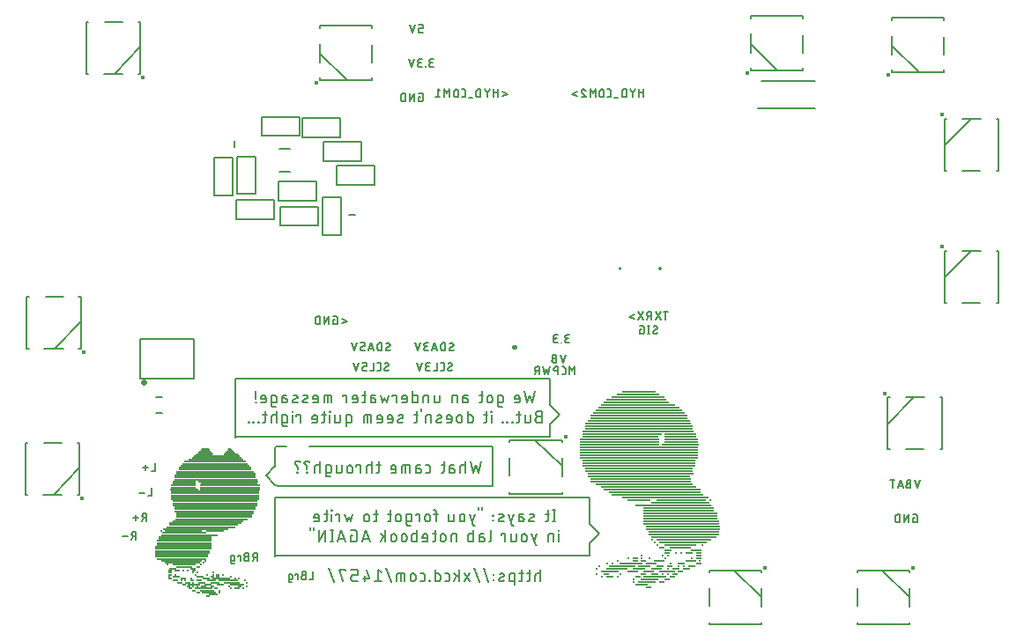
<source format=gbr>
G04 EAGLE Gerber RS-274X export*
G75*
%MOMM*%
%FSLAX34Y34*%
%LPD*%
%INSilkscreen Bottom*%
%IPPOS*%
%AMOC8*
5,1,8,0,0,1.08239X$1,22.5*%
G01*
%ADD10R,0.508000X0.254000*%
%ADD11R,1.270000X0.254000*%
%ADD12R,1.778000X0.254000*%
%ADD13R,0.254000X0.254000*%
%ADD14R,2.286000X0.254000*%
%ADD15R,0.762000X0.254000*%
%ADD16R,1.524000X0.254000*%
%ADD17R,1.016000X0.254000*%
%ADD18R,2.032000X0.254000*%
%ADD19R,2.540000X0.254000*%
%ADD20R,3.048000X0.254000*%
%ADD21R,4.572000X0.254000*%
%ADD22R,5.334000X0.254000*%
%ADD23R,6.350000X0.254000*%
%ADD24R,6.858000X0.254000*%
%ADD25R,7.112000X0.254000*%
%ADD26R,7.366000X0.254000*%
%ADD27R,5.588000X0.254000*%
%ADD28R,4.826000X0.254000*%
%ADD29R,8.382000X0.254000*%
%ADD30R,8.890000X0.254000*%
%ADD31R,9.398000X0.254000*%
%ADD32R,9.144000X0.254000*%
%ADD33R,9.652000X0.254000*%
%ADD34R,9.906000X0.254000*%
%ADD35R,10.160000X0.254000*%
%ADD36R,10.414000X0.254000*%
%ADD37R,10.922000X0.254000*%
%ADD38R,11.430000X0.254000*%
%ADD39R,3.556000X0.254000*%
%ADD40R,7.620000X0.254000*%
%ADD41R,3.302000X0.254000*%
%ADD42R,10.668000X0.254000*%
%ADD43R,7.874000X0.254000*%
%ADD44R,5.842000X0.254000*%
%ADD45R,5.080000X0.254000*%
%ADD46R,4.064000X0.254000*%
%ADD47C,0.203200*%
%ADD48C,0.152400*%
%ADD49R,0.381000X0.190500*%
%ADD50R,0.952500X0.190500*%
%ADD51R,1.333500X0.190500*%
%ADD52R,0.190500X0.190500*%
%ADD53R,1.714500X0.190500*%
%ADD54R,0.571500X0.190500*%
%ADD55R,1.143000X0.190500*%
%ADD56R,0.762000X0.190500*%
%ADD57R,1.524000X0.190500*%
%ADD58R,1.905000X0.190500*%
%ADD59R,2.286000X0.190500*%
%ADD60R,3.429000X0.190500*%
%ADD61R,4.000500X0.190500*%
%ADD62R,4.762500X0.190500*%
%ADD63R,5.143500X0.190500*%
%ADD64R,5.334000X0.190500*%
%ADD65R,5.524500X0.190500*%
%ADD66R,4.191000X0.190500*%
%ADD67R,3.619500X0.190500*%
%ADD68R,6.286500X0.190500*%
%ADD69R,6.667500X0.190500*%
%ADD70R,7.048500X0.190500*%
%ADD71R,6.858000X0.190500*%
%ADD72R,7.239000X0.190500*%
%ADD73R,7.429500X0.190500*%
%ADD74R,7.620000X0.190500*%
%ADD75R,7.810500X0.190500*%
%ADD76R,8.191500X0.190500*%
%ADD77R,8.572500X0.190500*%
%ADD78R,2.667000X0.190500*%
%ADD79R,5.715000X0.190500*%
%ADD80R,2.476500X0.190500*%
%ADD81R,8.001000X0.190500*%
%ADD82R,5.905500X0.190500*%
%ADD83R,4.381500X0.190500*%
%ADD84C,0.127000*%
%ADD85C,0.304800*%
%ADD86C,0.150000*%
%ADD87C,0.250000*%
%ADD88C,0.406400*%
%ADD89C,0.200000*%
%ADD90C,0.254000*%


D10*
X608076Y235077D03*
D11*
X601726Y237617D03*
D10*
X620776Y240157D03*
D12*
X606806Y240157D03*
D13*
X594106Y240157D03*
D10*
X625856Y242697D03*
D12*
X609346Y242697D03*
D13*
X594106Y242697D03*
D10*
X630936Y245237D03*
D14*
X614426Y245237D03*
D10*
X597916Y245237D03*
D13*
X578866Y245237D03*
D15*
X571246Y245237D03*
D13*
X563626Y245237D03*
D10*
X633476Y247777D03*
D13*
X627126Y247777D03*
X622046Y247777D03*
D15*
X614426Y247777D03*
D10*
X602996Y247777D03*
D13*
X581406Y247777D03*
D10*
X567436Y247777D03*
D13*
X558546Y247777D03*
D10*
X638556Y250317D03*
D16*
X625856Y250317D03*
D17*
X608076Y250317D03*
X592836Y250317D03*
D12*
X571246Y250317D03*
D15*
X644906Y252857D03*
X634746Y252857D03*
D13*
X627126Y252857D03*
D17*
X615696Y252857D03*
D11*
X599186Y252857D03*
D18*
X577596Y252857D03*
D13*
X558546Y252857D03*
D15*
X649986Y255397D03*
D13*
X642366Y255397D03*
X637286Y255397D03*
D10*
X628396Y255397D03*
D15*
X619506Y255397D03*
D11*
X604266Y255397D03*
D19*
X582676Y255397D03*
D13*
X561086Y255397D03*
D10*
X656336Y257937D03*
D15*
X639826Y257937D03*
D13*
X629666Y257937D03*
D17*
X610616Y257937D03*
D14*
X591566Y257937D03*
D13*
X573786Y257937D03*
X568706Y257937D03*
X657606Y260477D03*
D17*
X648716Y260477D03*
X618236Y260477D03*
D10*
X602996Y260477D03*
X595376Y260477D03*
D13*
X578866Y260477D03*
D10*
X656336Y263017D03*
D13*
X649986Y263017D03*
X624586Y263017D03*
X609346Y263017D03*
X601726Y263017D03*
D10*
X595376Y263017D03*
D13*
X589026Y263017D03*
D10*
X656336Y265557D03*
D13*
X627126Y265557D03*
X622046Y265557D03*
X601726Y265557D03*
D10*
X656336Y268097D03*
D15*
X647446Y268097D03*
D13*
X639826Y268097D03*
X634746Y268097D03*
D10*
X625856Y268097D03*
D17*
X653796Y270637D03*
D15*
X627126Y270637D03*
D18*
X638556Y273177D03*
D10*
X620776Y273177D03*
D13*
X660146Y275717D03*
D20*
X638556Y275717D03*
D13*
X616966Y275717D03*
D21*
X641096Y278257D03*
D13*
X614426Y278257D03*
D22*
X642366Y280797D03*
D13*
X611886Y280797D03*
D23*
X642366Y283337D03*
D24*
X642366Y285877D03*
X642366Y288417D03*
D25*
X641096Y290957D03*
X641096Y293497D03*
D26*
X639826Y296037D03*
X639826Y298577D03*
D25*
X638556Y301117D03*
X638556Y303657D03*
X638556Y306197D03*
D24*
X637286Y308737D03*
X637286Y311277D03*
D26*
X632206Y313817D03*
D27*
X638556Y316357D03*
D13*
X667766Y318897D03*
D28*
X639826Y318897D03*
D14*
X599186Y318897D03*
D29*
X624586Y321437D03*
D30*
X616966Y323977D03*
X614426Y326517D03*
D31*
X611886Y329057D03*
D32*
X608076Y331597D03*
D31*
X604266Y334137D03*
D33*
X600456Y336677D03*
X600456Y339217D03*
D34*
X599186Y341757D03*
D35*
X600456Y344297D03*
D36*
X599186Y346837D03*
X599186Y349377D03*
D37*
X599186Y351917D03*
X599186Y354457D03*
X599186Y356997D03*
D38*
X599186Y359537D03*
X599186Y362077D03*
X599186Y364617D03*
X599186Y367157D03*
X599186Y369697D03*
D39*
X638556Y372237D03*
D40*
X580136Y372237D03*
D41*
X639826Y374777D03*
D40*
X580136Y374777D03*
D41*
X639826Y377317D03*
D40*
X580136Y377317D03*
D20*
X638556Y379857D03*
D26*
X581406Y379857D03*
D20*
X638556Y382397D03*
D40*
X582676Y382397D03*
D42*
X597916Y384937D03*
D36*
X599186Y387477D03*
X599186Y390017D03*
D35*
X597916Y392557D03*
D34*
X599186Y395097D03*
D31*
X599186Y397637D03*
X599186Y400177D03*
D30*
X599186Y402717D03*
D29*
X599186Y405257D03*
D43*
X599186Y407797D03*
D25*
X597916Y410337D03*
D23*
X596646Y412877D03*
D44*
X596646Y415417D03*
D45*
X597916Y417957D03*
D46*
X597916Y420497D03*
D41*
X599186Y423037D03*
D47*
X522732Y401447D02*
X513588Y410591D01*
X513588Y380111D02*
X211455Y380111D01*
X211455Y435991D02*
X513588Y435991D01*
D48*
X499018Y424053D02*
X496534Y412877D01*
X494051Y420328D01*
X491567Y412877D01*
X489084Y424053D01*
X482480Y412877D02*
X479375Y412877D01*
X482480Y412877D02*
X482564Y412879D01*
X482647Y412885D01*
X482730Y412894D01*
X482813Y412907D01*
X482895Y412924D01*
X482976Y412944D01*
X483056Y412968D01*
X483135Y412996D01*
X483212Y413027D01*
X483288Y413061D01*
X483363Y413099D01*
X483436Y413141D01*
X483506Y413185D01*
X483575Y413233D01*
X483642Y413283D01*
X483706Y413337D01*
X483767Y413393D01*
X483827Y413453D01*
X483883Y413514D01*
X483937Y413578D01*
X483987Y413645D01*
X484035Y413714D01*
X484079Y413784D01*
X484121Y413857D01*
X484159Y413932D01*
X484193Y414008D01*
X484224Y414085D01*
X484252Y414164D01*
X484276Y414244D01*
X484296Y414325D01*
X484313Y414407D01*
X484326Y414490D01*
X484336Y414573D01*
X484341Y414656D01*
X484343Y414740D01*
X484342Y414740D02*
X484342Y417844D01*
X484343Y417844D02*
X484341Y417943D01*
X484335Y418041D01*
X484325Y418140D01*
X484312Y418237D01*
X484294Y418335D01*
X484273Y418431D01*
X484247Y418527D01*
X484218Y418621D01*
X484186Y418714D01*
X484149Y418806D01*
X484109Y418896D01*
X484065Y418985D01*
X484018Y419072D01*
X483968Y419157D01*
X483914Y419239D01*
X483857Y419320D01*
X483797Y419398D01*
X483733Y419474D01*
X483667Y419547D01*
X483598Y419618D01*
X483526Y419686D01*
X483451Y419750D01*
X483374Y419812D01*
X483295Y419871D01*
X483213Y419926D01*
X483129Y419979D01*
X483044Y420027D01*
X482956Y420073D01*
X482866Y420115D01*
X482775Y420153D01*
X482683Y420187D01*
X482589Y420218D01*
X482494Y420245D01*
X482398Y420269D01*
X482301Y420288D01*
X482204Y420304D01*
X482106Y420316D01*
X482007Y420324D01*
X481908Y420328D01*
X481810Y420328D01*
X481711Y420324D01*
X481612Y420316D01*
X481514Y420304D01*
X481417Y420288D01*
X481320Y420269D01*
X481224Y420245D01*
X481129Y420218D01*
X481035Y420187D01*
X480943Y420153D01*
X480852Y420115D01*
X480762Y420073D01*
X480674Y420027D01*
X480589Y419979D01*
X480505Y419926D01*
X480423Y419871D01*
X480344Y419812D01*
X480267Y419750D01*
X480192Y419686D01*
X480120Y419618D01*
X480051Y419547D01*
X479985Y419474D01*
X479921Y419398D01*
X479861Y419320D01*
X479804Y419239D01*
X479750Y419157D01*
X479700Y419072D01*
X479653Y418985D01*
X479609Y418896D01*
X479569Y418806D01*
X479532Y418714D01*
X479500Y418621D01*
X479471Y418527D01*
X479445Y418431D01*
X479424Y418335D01*
X479406Y418237D01*
X479393Y418140D01*
X479383Y418041D01*
X479377Y417943D01*
X479375Y417844D01*
X479375Y416602D01*
X484342Y416602D01*
X466551Y412877D02*
X463447Y412877D01*
X466551Y412877D02*
X466635Y412879D01*
X466718Y412885D01*
X466801Y412894D01*
X466884Y412907D01*
X466966Y412924D01*
X467047Y412944D01*
X467127Y412968D01*
X467206Y412996D01*
X467283Y413027D01*
X467359Y413061D01*
X467434Y413099D01*
X467507Y413141D01*
X467577Y413185D01*
X467646Y413233D01*
X467713Y413283D01*
X467777Y413337D01*
X467838Y413393D01*
X467898Y413453D01*
X467954Y413514D01*
X468008Y413578D01*
X468058Y413645D01*
X468106Y413714D01*
X468150Y413784D01*
X468192Y413857D01*
X468230Y413932D01*
X468264Y414008D01*
X468295Y414085D01*
X468323Y414164D01*
X468347Y414244D01*
X468367Y414325D01*
X468384Y414407D01*
X468397Y414490D01*
X468407Y414573D01*
X468412Y414656D01*
X468414Y414740D01*
X468414Y418465D01*
X468412Y418549D01*
X468407Y418632D01*
X468397Y418715D01*
X468384Y418798D01*
X468367Y418880D01*
X468347Y418961D01*
X468323Y419041D01*
X468295Y419120D01*
X468264Y419197D01*
X468230Y419273D01*
X468192Y419348D01*
X468150Y419421D01*
X468106Y419491D01*
X468058Y419560D01*
X468008Y419627D01*
X467954Y419691D01*
X467898Y419752D01*
X467838Y419812D01*
X467777Y419868D01*
X467713Y419922D01*
X467646Y419972D01*
X467577Y420020D01*
X467507Y420064D01*
X467434Y420106D01*
X467359Y420144D01*
X467283Y420178D01*
X467206Y420209D01*
X467127Y420237D01*
X467047Y420261D01*
X466966Y420281D01*
X466884Y420298D01*
X466801Y420311D01*
X466718Y420321D01*
X466635Y420326D01*
X466551Y420328D01*
X463447Y420328D01*
X463447Y411014D01*
X463449Y410930D01*
X463454Y410847D01*
X463464Y410764D01*
X463477Y410681D01*
X463494Y410599D01*
X463514Y410518D01*
X463538Y410438D01*
X463566Y410359D01*
X463597Y410282D01*
X463631Y410206D01*
X463669Y410131D01*
X463711Y410058D01*
X463755Y409988D01*
X463803Y409919D01*
X463853Y409852D01*
X463907Y409788D01*
X463963Y409727D01*
X464023Y409667D01*
X464084Y409611D01*
X464148Y409557D01*
X464215Y409507D01*
X464284Y409459D01*
X464354Y409415D01*
X464427Y409373D01*
X464502Y409335D01*
X464578Y409301D01*
X464655Y409270D01*
X464734Y409242D01*
X464814Y409218D01*
X464895Y409198D01*
X464977Y409181D01*
X465060Y409168D01*
X465143Y409158D01*
X465226Y409153D01*
X465310Y409151D01*
X465310Y409152D02*
X467793Y409152D01*
X458053Y415361D02*
X458053Y417844D01*
X458054Y417844D02*
X458052Y417943D01*
X458046Y418041D01*
X458036Y418140D01*
X458023Y418237D01*
X458005Y418335D01*
X457984Y418431D01*
X457958Y418527D01*
X457929Y418621D01*
X457897Y418714D01*
X457860Y418806D01*
X457820Y418896D01*
X457776Y418985D01*
X457729Y419072D01*
X457679Y419157D01*
X457625Y419239D01*
X457568Y419320D01*
X457508Y419398D01*
X457444Y419474D01*
X457378Y419547D01*
X457309Y419618D01*
X457237Y419686D01*
X457162Y419750D01*
X457085Y419812D01*
X457006Y419871D01*
X456924Y419926D01*
X456840Y419979D01*
X456755Y420027D01*
X456667Y420073D01*
X456577Y420115D01*
X456486Y420153D01*
X456394Y420187D01*
X456300Y420218D01*
X456205Y420245D01*
X456109Y420269D01*
X456012Y420288D01*
X455915Y420304D01*
X455817Y420316D01*
X455718Y420324D01*
X455619Y420328D01*
X455521Y420328D01*
X455422Y420324D01*
X455323Y420316D01*
X455225Y420304D01*
X455128Y420288D01*
X455031Y420269D01*
X454935Y420245D01*
X454840Y420218D01*
X454746Y420187D01*
X454654Y420153D01*
X454563Y420115D01*
X454473Y420073D01*
X454385Y420027D01*
X454300Y419979D01*
X454216Y419926D01*
X454134Y419871D01*
X454055Y419812D01*
X453978Y419750D01*
X453903Y419686D01*
X453831Y419618D01*
X453762Y419547D01*
X453696Y419474D01*
X453632Y419398D01*
X453572Y419320D01*
X453515Y419239D01*
X453461Y419157D01*
X453411Y419072D01*
X453364Y418985D01*
X453320Y418896D01*
X453280Y418806D01*
X453243Y418714D01*
X453211Y418621D01*
X453182Y418527D01*
X453156Y418431D01*
X453135Y418335D01*
X453117Y418237D01*
X453104Y418140D01*
X453094Y418041D01*
X453088Y417943D01*
X453086Y417844D01*
X453086Y415361D01*
X453088Y415262D01*
X453094Y415164D01*
X453104Y415065D01*
X453117Y414968D01*
X453135Y414870D01*
X453156Y414774D01*
X453182Y414678D01*
X453211Y414584D01*
X453243Y414491D01*
X453280Y414399D01*
X453320Y414309D01*
X453364Y414220D01*
X453411Y414133D01*
X453461Y414048D01*
X453515Y413966D01*
X453572Y413885D01*
X453632Y413807D01*
X453696Y413731D01*
X453762Y413658D01*
X453831Y413587D01*
X453903Y413519D01*
X453978Y413455D01*
X454055Y413393D01*
X454134Y413334D01*
X454216Y413279D01*
X454300Y413226D01*
X454385Y413178D01*
X454473Y413132D01*
X454563Y413090D01*
X454654Y413052D01*
X454746Y413018D01*
X454840Y412987D01*
X454935Y412960D01*
X455031Y412936D01*
X455128Y412917D01*
X455225Y412901D01*
X455323Y412889D01*
X455422Y412881D01*
X455521Y412877D01*
X455619Y412877D01*
X455718Y412881D01*
X455817Y412889D01*
X455915Y412901D01*
X456012Y412917D01*
X456109Y412936D01*
X456205Y412960D01*
X456300Y412987D01*
X456394Y413018D01*
X456486Y413052D01*
X456577Y413090D01*
X456667Y413132D01*
X456755Y413178D01*
X456840Y413226D01*
X456924Y413279D01*
X457006Y413334D01*
X457085Y413393D01*
X457162Y413455D01*
X457237Y413519D01*
X457309Y413587D01*
X457378Y413658D01*
X457444Y413731D01*
X457508Y413807D01*
X457568Y413885D01*
X457625Y413966D01*
X457679Y414048D01*
X457729Y414133D01*
X457776Y414220D01*
X457820Y414309D01*
X457860Y414399D01*
X457897Y414491D01*
X457929Y414584D01*
X457958Y414678D01*
X457984Y414774D01*
X458005Y414870D01*
X458023Y414968D01*
X458036Y415065D01*
X458046Y415164D01*
X458052Y415262D01*
X458054Y415361D01*
X449166Y420328D02*
X445441Y420328D01*
X447924Y424053D02*
X447924Y414740D01*
X447925Y414740D02*
X447923Y414656D01*
X447917Y414573D01*
X447908Y414490D01*
X447895Y414407D01*
X447878Y414325D01*
X447858Y414244D01*
X447834Y414164D01*
X447806Y414085D01*
X447775Y414008D01*
X447741Y413932D01*
X447703Y413857D01*
X447661Y413784D01*
X447617Y413714D01*
X447569Y413645D01*
X447519Y413578D01*
X447465Y413514D01*
X447409Y413453D01*
X447349Y413393D01*
X447288Y413337D01*
X447224Y413283D01*
X447157Y413233D01*
X447088Y413185D01*
X447018Y413141D01*
X446945Y413099D01*
X446870Y413061D01*
X446794Y413027D01*
X446717Y412996D01*
X446638Y412968D01*
X446558Y412944D01*
X446477Y412924D01*
X446395Y412907D01*
X446312Y412894D01*
X446229Y412884D01*
X446146Y412879D01*
X446062Y412877D01*
X445441Y412877D01*
X432713Y417223D02*
X429919Y417223D01*
X432713Y417223D02*
X432805Y417221D01*
X432897Y417215D01*
X432989Y417205D01*
X433080Y417192D01*
X433171Y417174D01*
X433261Y417153D01*
X433349Y417128D01*
X433437Y417099D01*
X433523Y417066D01*
X433608Y417030D01*
X433691Y416990D01*
X433773Y416947D01*
X433852Y416900D01*
X433930Y416850D01*
X434005Y416797D01*
X434078Y416741D01*
X434149Y416681D01*
X434217Y416619D01*
X434282Y416554D01*
X434344Y416486D01*
X434404Y416415D01*
X434460Y416342D01*
X434513Y416267D01*
X434563Y416189D01*
X434610Y416110D01*
X434653Y416028D01*
X434693Y415945D01*
X434729Y415860D01*
X434762Y415774D01*
X434791Y415686D01*
X434816Y415598D01*
X434837Y415508D01*
X434855Y415417D01*
X434868Y415326D01*
X434878Y415234D01*
X434884Y415142D01*
X434886Y415050D01*
X434884Y414958D01*
X434878Y414866D01*
X434868Y414774D01*
X434855Y414683D01*
X434837Y414592D01*
X434816Y414502D01*
X434791Y414414D01*
X434762Y414326D01*
X434729Y414240D01*
X434693Y414155D01*
X434653Y414072D01*
X434610Y413990D01*
X434563Y413911D01*
X434513Y413833D01*
X434460Y413758D01*
X434404Y413685D01*
X434344Y413614D01*
X434282Y413546D01*
X434217Y413481D01*
X434149Y413419D01*
X434078Y413359D01*
X434005Y413303D01*
X433930Y413250D01*
X433852Y413200D01*
X433773Y413153D01*
X433691Y413110D01*
X433608Y413070D01*
X433523Y413034D01*
X433437Y413001D01*
X433349Y412972D01*
X433261Y412947D01*
X433171Y412926D01*
X433080Y412908D01*
X432989Y412895D01*
X432897Y412885D01*
X432805Y412879D01*
X432713Y412877D01*
X429919Y412877D01*
X429919Y418465D01*
X429921Y418549D01*
X429927Y418632D01*
X429936Y418715D01*
X429949Y418798D01*
X429966Y418880D01*
X429986Y418961D01*
X430010Y419041D01*
X430038Y419120D01*
X430069Y419197D01*
X430103Y419273D01*
X430141Y419348D01*
X430183Y419421D01*
X430227Y419491D01*
X430275Y419560D01*
X430325Y419627D01*
X430379Y419691D01*
X430435Y419752D01*
X430495Y419812D01*
X430556Y419868D01*
X430620Y419922D01*
X430687Y419972D01*
X430756Y420020D01*
X430826Y420064D01*
X430899Y420106D01*
X430974Y420144D01*
X431050Y420178D01*
X431127Y420209D01*
X431206Y420237D01*
X431286Y420261D01*
X431367Y420281D01*
X431449Y420298D01*
X431532Y420311D01*
X431615Y420321D01*
X431698Y420326D01*
X431782Y420328D01*
X434265Y420328D01*
X424145Y420328D02*
X424145Y412877D01*
X424145Y420328D02*
X421040Y420328D01*
X420954Y420326D01*
X420868Y420320D01*
X420783Y420310D01*
X420698Y420296D01*
X420613Y420279D01*
X420530Y420257D01*
X420448Y420231D01*
X420367Y420202D01*
X420288Y420169D01*
X420210Y420133D01*
X420133Y420093D01*
X420059Y420049D01*
X419987Y420002D01*
X419917Y419952D01*
X419850Y419898D01*
X419785Y419842D01*
X419723Y419782D01*
X419663Y419720D01*
X419607Y419655D01*
X419553Y419588D01*
X419503Y419518D01*
X419456Y419446D01*
X419412Y419372D01*
X419372Y419295D01*
X419336Y419218D01*
X419303Y419138D01*
X419274Y419057D01*
X419248Y418975D01*
X419226Y418892D01*
X419209Y418807D01*
X419195Y418722D01*
X419185Y418637D01*
X419179Y418551D01*
X419177Y418465D01*
X419177Y412877D01*
X407381Y414740D02*
X407381Y420328D01*
X407381Y414740D02*
X407379Y414654D01*
X407373Y414568D01*
X407363Y414483D01*
X407349Y414398D01*
X407332Y414313D01*
X407310Y414230D01*
X407284Y414148D01*
X407255Y414067D01*
X407222Y413988D01*
X407186Y413910D01*
X407146Y413833D01*
X407102Y413759D01*
X407055Y413687D01*
X407005Y413617D01*
X406951Y413550D01*
X406895Y413485D01*
X406835Y413423D01*
X406773Y413363D01*
X406708Y413307D01*
X406641Y413253D01*
X406571Y413203D01*
X406499Y413156D01*
X406425Y413112D01*
X406348Y413072D01*
X406271Y413036D01*
X406191Y413003D01*
X406110Y412974D01*
X406028Y412948D01*
X405945Y412926D01*
X405860Y412909D01*
X405775Y412895D01*
X405690Y412885D01*
X405604Y412879D01*
X405518Y412877D01*
X402414Y412877D01*
X402414Y420328D01*
X396713Y420328D02*
X396713Y412877D01*
X396713Y420328D02*
X393608Y420328D01*
X393522Y420326D01*
X393436Y420320D01*
X393351Y420310D01*
X393266Y420296D01*
X393181Y420279D01*
X393098Y420257D01*
X393016Y420231D01*
X392935Y420202D01*
X392856Y420169D01*
X392778Y420133D01*
X392701Y420093D01*
X392627Y420049D01*
X392555Y420002D01*
X392485Y419952D01*
X392418Y419898D01*
X392353Y419842D01*
X392291Y419782D01*
X392231Y419720D01*
X392175Y419655D01*
X392121Y419588D01*
X392071Y419518D01*
X392024Y419446D01*
X391980Y419372D01*
X391940Y419295D01*
X391904Y419218D01*
X391871Y419138D01*
X391842Y419057D01*
X391816Y418975D01*
X391794Y418892D01*
X391777Y418807D01*
X391763Y418722D01*
X391753Y418637D01*
X391747Y418551D01*
X391745Y418465D01*
X391746Y418465D02*
X391746Y412877D01*
X381532Y412877D02*
X381532Y424053D01*
X381532Y412877D02*
X384637Y412877D01*
X384721Y412879D01*
X384804Y412885D01*
X384887Y412894D01*
X384970Y412907D01*
X385052Y412924D01*
X385133Y412944D01*
X385213Y412968D01*
X385292Y412996D01*
X385369Y413027D01*
X385445Y413061D01*
X385520Y413099D01*
X385593Y413141D01*
X385663Y413185D01*
X385732Y413233D01*
X385799Y413283D01*
X385863Y413337D01*
X385924Y413393D01*
X385984Y413453D01*
X386040Y413514D01*
X386094Y413578D01*
X386144Y413645D01*
X386192Y413714D01*
X386236Y413784D01*
X386278Y413857D01*
X386316Y413932D01*
X386350Y414008D01*
X386381Y414085D01*
X386409Y414164D01*
X386433Y414244D01*
X386453Y414325D01*
X386470Y414407D01*
X386483Y414490D01*
X386493Y414573D01*
X386498Y414656D01*
X386500Y414740D01*
X386499Y414740D02*
X386499Y418465D01*
X386500Y418465D02*
X386498Y418549D01*
X386493Y418632D01*
X386483Y418715D01*
X386470Y418798D01*
X386453Y418880D01*
X386433Y418961D01*
X386409Y419041D01*
X386381Y419120D01*
X386350Y419197D01*
X386316Y419273D01*
X386278Y419348D01*
X386236Y419421D01*
X386192Y419491D01*
X386144Y419560D01*
X386094Y419627D01*
X386040Y419691D01*
X385984Y419752D01*
X385924Y419812D01*
X385863Y419868D01*
X385799Y419922D01*
X385732Y419972D01*
X385663Y420020D01*
X385593Y420064D01*
X385520Y420106D01*
X385445Y420144D01*
X385369Y420178D01*
X385292Y420209D01*
X385213Y420237D01*
X385133Y420261D01*
X385052Y420281D01*
X384970Y420298D01*
X384887Y420311D01*
X384804Y420321D01*
X384721Y420326D01*
X384637Y420328D01*
X381532Y420328D01*
X374276Y412877D02*
X371172Y412877D01*
X374276Y412877D02*
X374360Y412879D01*
X374443Y412885D01*
X374526Y412894D01*
X374609Y412907D01*
X374691Y412924D01*
X374772Y412944D01*
X374852Y412968D01*
X374931Y412996D01*
X375008Y413027D01*
X375084Y413061D01*
X375159Y413099D01*
X375232Y413141D01*
X375302Y413185D01*
X375371Y413233D01*
X375438Y413283D01*
X375502Y413337D01*
X375563Y413393D01*
X375623Y413453D01*
X375679Y413514D01*
X375733Y413578D01*
X375783Y413645D01*
X375831Y413714D01*
X375875Y413784D01*
X375917Y413857D01*
X375955Y413932D01*
X375989Y414008D01*
X376020Y414085D01*
X376048Y414164D01*
X376072Y414244D01*
X376092Y414325D01*
X376109Y414407D01*
X376122Y414490D01*
X376132Y414573D01*
X376137Y414656D01*
X376139Y414740D01*
X376139Y417844D01*
X376137Y417943D01*
X376131Y418041D01*
X376121Y418140D01*
X376108Y418237D01*
X376090Y418335D01*
X376069Y418431D01*
X376043Y418527D01*
X376014Y418621D01*
X375982Y418714D01*
X375945Y418806D01*
X375905Y418896D01*
X375861Y418985D01*
X375814Y419072D01*
X375764Y419157D01*
X375710Y419239D01*
X375653Y419320D01*
X375593Y419398D01*
X375529Y419474D01*
X375463Y419547D01*
X375394Y419618D01*
X375322Y419686D01*
X375247Y419750D01*
X375170Y419812D01*
X375091Y419871D01*
X375009Y419926D01*
X374925Y419979D01*
X374840Y420027D01*
X374752Y420073D01*
X374662Y420115D01*
X374571Y420153D01*
X374479Y420187D01*
X374385Y420218D01*
X374290Y420245D01*
X374194Y420269D01*
X374097Y420288D01*
X374000Y420304D01*
X373902Y420316D01*
X373803Y420324D01*
X373704Y420328D01*
X373606Y420328D01*
X373507Y420324D01*
X373408Y420316D01*
X373310Y420304D01*
X373213Y420288D01*
X373116Y420269D01*
X373020Y420245D01*
X372925Y420218D01*
X372831Y420187D01*
X372739Y420153D01*
X372648Y420115D01*
X372558Y420073D01*
X372470Y420027D01*
X372385Y419979D01*
X372301Y419926D01*
X372219Y419871D01*
X372140Y419812D01*
X372063Y419750D01*
X371988Y419686D01*
X371916Y419618D01*
X371847Y419547D01*
X371781Y419474D01*
X371717Y419398D01*
X371657Y419320D01*
X371600Y419239D01*
X371546Y419157D01*
X371496Y419072D01*
X371449Y418985D01*
X371405Y418896D01*
X371365Y418806D01*
X371328Y418714D01*
X371296Y418621D01*
X371267Y418527D01*
X371241Y418431D01*
X371220Y418335D01*
X371202Y418237D01*
X371189Y418140D01*
X371179Y418041D01*
X371173Y417943D01*
X371171Y417844D01*
X371172Y417844D02*
X371172Y416602D01*
X376139Y416602D01*
X365769Y412877D02*
X365769Y420328D01*
X362043Y420328D01*
X362043Y419086D01*
X358331Y420328D02*
X356468Y412877D01*
X354605Y417844D01*
X352743Y412877D01*
X350880Y420328D01*
X343940Y417223D02*
X341146Y417223D01*
X343940Y417223D02*
X344032Y417221D01*
X344124Y417215D01*
X344216Y417205D01*
X344307Y417192D01*
X344398Y417174D01*
X344488Y417153D01*
X344576Y417128D01*
X344664Y417099D01*
X344750Y417066D01*
X344835Y417030D01*
X344918Y416990D01*
X345000Y416947D01*
X345079Y416900D01*
X345157Y416850D01*
X345232Y416797D01*
X345305Y416741D01*
X345376Y416681D01*
X345444Y416619D01*
X345509Y416554D01*
X345571Y416486D01*
X345631Y416415D01*
X345687Y416342D01*
X345740Y416267D01*
X345790Y416189D01*
X345837Y416110D01*
X345880Y416028D01*
X345920Y415945D01*
X345956Y415860D01*
X345989Y415774D01*
X346018Y415686D01*
X346043Y415598D01*
X346064Y415508D01*
X346082Y415417D01*
X346095Y415326D01*
X346105Y415234D01*
X346111Y415142D01*
X346113Y415050D01*
X346111Y414958D01*
X346105Y414866D01*
X346095Y414774D01*
X346082Y414683D01*
X346064Y414592D01*
X346043Y414502D01*
X346018Y414414D01*
X345989Y414326D01*
X345956Y414240D01*
X345920Y414155D01*
X345880Y414072D01*
X345837Y413990D01*
X345790Y413911D01*
X345740Y413833D01*
X345687Y413758D01*
X345631Y413685D01*
X345571Y413614D01*
X345509Y413546D01*
X345444Y413481D01*
X345376Y413419D01*
X345305Y413359D01*
X345232Y413303D01*
X345157Y413250D01*
X345079Y413200D01*
X345000Y413153D01*
X344918Y413110D01*
X344835Y413070D01*
X344750Y413034D01*
X344664Y413001D01*
X344576Y412972D01*
X344488Y412947D01*
X344398Y412926D01*
X344307Y412908D01*
X344216Y412895D01*
X344124Y412885D01*
X344032Y412879D01*
X343940Y412877D01*
X341146Y412877D01*
X341146Y418465D01*
X341148Y418549D01*
X341154Y418632D01*
X341163Y418715D01*
X341176Y418798D01*
X341193Y418880D01*
X341213Y418961D01*
X341237Y419041D01*
X341265Y419120D01*
X341296Y419197D01*
X341330Y419273D01*
X341368Y419348D01*
X341410Y419421D01*
X341454Y419491D01*
X341502Y419560D01*
X341552Y419627D01*
X341606Y419691D01*
X341662Y419752D01*
X341722Y419812D01*
X341783Y419868D01*
X341847Y419922D01*
X341914Y419972D01*
X341983Y420020D01*
X342053Y420064D01*
X342126Y420106D01*
X342201Y420144D01*
X342277Y420178D01*
X342354Y420209D01*
X342433Y420237D01*
X342513Y420261D01*
X342594Y420281D01*
X342676Y420298D01*
X342759Y420311D01*
X342842Y420321D01*
X342925Y420326D01*
X343009Y420328D01*
X345493Y420328D01*
X336771Y420328D02*
X333046Y420328D01*
X335530Y424053D02*
X335530Y414740D01*
X335528Y414656D01*
X335522Y414573D01*
X335513Y414490D01*
X335500Y414407D01*
X335483Y414325D01*
X335463Y414244D01*
X335439Y414164D01*
X335411Y414085D01*
X335380Y414008D01*
X335346Y413932D01*
X335308Y413857D01*
X335266Y413784D01*
X335222Y413714D01*
X335174Y413645D01*
X335124Y413578D01*
X335070Y413514D01*
X335014Y413453D01*
X334954Y413393D01*
X334893Y413337D01*
X334829Y413283D01*
X334762Y413233D01*
X334693Y413185D01*
X334623Y413141D01*
X334550Y413099D01*
X334475Y413061D01*
X334399Y413027D01*
X334322Y412996D01*
X334243Y412968D01*
X334163Y412944D01*
X334082Y412924D01*
X334000Y412907D01*
X333917Y412894D01*
X333834Y412884D01*
X333751Y412879D01*
X333667Y412877D01*
X333046Y412877D01*
X326651Y412877D02*
X323547Y412877D01*
X326651Y412877D02*
X326735Y412879D01*
X326818Y412885D01*
X326901Y412894D01*
X326984Y412907D01*
X327066Y412924D01*
X327147Y412944D01*
X327227Y412968D01*
X327306Y412996D01*
X327383Y413027D01*
X327459Y413061D01*
X327534Y413099D01*
X327607Y413141D01*
X327677Y413185D01*
X327746Y413233D01*
X327813Y413283D01*
X327877Y413337D01*
X327938Y413393D01*
X327998Y413453D01*
X328054Y413514D01*
X328108Y413578D01*
X328158Y413645D01*
X328206Y413714D01*
X328250Y413784D01*
X328292Y413857D01*
X328330Y413932D01*
X328364Y414008D01*
X328395Y414085D01*
X328423Y414164D01*
X328447Y414244D01*
X328467Y414325D01*
X328484Y414407D01*
X328497Y414490D01*
X328507Y414573D01*
X328512Y414656D01*
X328514Y414740D01*
X328514Y417844D01*
X328512Y417943D01*
X328506Y418041D01*
X328496Y418140D01*
X328483Y418237D01*
X328465Y418335D01*
X328444Y418431D01*
X328418Y418527D01*
X328389Y418621D01*
X328357Y418714D01*
X328320Y418806D01*
X328280Y418896D01*
X328236Y418985D01*
X328189Y419072D01*
X328139Y419157D01*
X328085Y419239D01*
X328028Y419320D01*
X327968Y419398D01*
X327904Y419474D01*
X327838Y419547D01*
X327769Y419618D01*
X327697Y419686D01*
X327622Y419750D01*
X327545Y419812D01*
X327466Y419871D01*
X327384Y419926D01*
X327300Y419979D01*
X327215Y420027D01*
X327127Y420073D01*
X327037Y420115D01*
X326946Y420153D01*
X326854Y420187D01*
X326760Y420218D01*
X326665Y420245D01*
X326569Y420269D01*
X326472Y420288D01*
X326375Y420304D01*
X326277Y420316D01*
X326178Y420324D01*
X326079Y420328D01*
X325981Y420328D01*
X325882Y420324D01*
X325783Y420316D01*
X325685Y420304D01*
X325588Y420288D01*
X325491Y420269D01*
X325395Y420245D01*
X325300Y420218D01*
X325206Y420187D01*
X325114Y420153D01*
X325023Y420115D01*
X324933Y420073D01*
X324845Y420027D01*
X324760Y419979D01*
X324676Y419926D01*
X324594Y419871D01*
X324515Y419812D01*
X324438Y419750D01*
X324363Y419686D01*
X324291Y419618D01*
X324222Y419547D01*
X324156Y419474D01*
X324092Y419398D01*
X324032Y419320D01*
X323975Y419239D01*
X323921Y419157D01*
X323871Y419072D01*
X323824Y418985D01*
X323780Y418896D01*
X323740Y418806D01*
X323703Y418714D01*
X323671Y418621D01*
X323642Y418527D01*
X323616Y418431D01*
X323595Y418335D01*
X323577Y418237D01*
X323564Y418140D01*
X323554Y418041D01*
X323548Y417943D01*
X323546Y417844D01*
X323547Y417844D02*
X323547Y416602D01*
X328514Y416602D01*
X318144Y412877D02*
X318144Y420328D01*
X314419Y420328D01*
X314419Y419086D01*
X303848Y420328D02*
X303848Y412877D01*
X303848Y420328D02*
X298260Y420328D01*
X298174Y420326D01*
X298088Y420320D01*
X298003Y420310D01*
X297918Y420296D01*
X297833Y420279D01*
X297750Y420257D01*
X297668Y420231D01*
X297587Y420202D01*
X297508Y420169D01*
X297430Y420133D01*
X297353Y420093D01*
X297279Y420049D01*
X297207Y420002D01*
X297137Y419952D01*
X297070Y419898D01*
X297005Y419842D01*
X296943Y419782D01*
X296883Y419720D01*
X296827Y419655D01*
X296773Y419588D01*
X296723Y419518D01*
X296676Y419446D01*
X296632Y419372D01*
X296592Y419295D01*
X296556Y419218D01*
X296523Y419138D01*
X296494Y419057D01*
X296468Y418975D01*
X296446Y418892D01*
X296429Y418807D01*
X296415Y418722D01*
X296405Y418637D01*
X296399Y418551D01*
X296397Y418465D01*
X296397Y412877D01*
X300122Y412877D02*
X300122Y420328D01*
X288932Y412877D02*
X285828Y412877D01*
X288932Y412877D02*
X289016Y412879D01*
X289099Y412885D01*
X289182Y412894D01*
X289265Y412907D01*
X289347Y412924D01*
X289428Y412944D01*
X289508Y412968D01*
X289587Y412996D01*
X289664Y413027D01*
X289740Y413061D01*
X289815Y413099D01*
X289888Y413141D01*
X289958Y413185D01*
X290027Y413233D01*
X290094Y413283D01*
X290158Y413337D01*
X290219Y413393D01*
X290279Y413453D01*
X290335Y413514D01*
X290389Y413578D01*
X290439Y413645D01*
X290487Y413714D01*
X290531Y413784D01*
X290573Y413857D01*
X290611Y413932D01*
X290645Y414008D01*
X290676Y414085D01*
X290704Y414164D01*
X290728Y414244D01*
X290748Y414325D01*
X290765Y414407D01*
X290778Y414490D01*
X290788Y414573D01*
X290793Y414656D01*
X290795Y414740D01*
X290795Y417844D01*
X290793Y417943D01*
X290787Y418041D01*
X290777Y418140D01*
X290764Y418237D01*
X290746Y418335D01*
X290725Y418431D01*
X290699Y418527D01*
X290670Y418621D01*
X290638Y418714D01*
X290601Y418806D01*
X290561Y418896D01*
X290517Y418985D01*
X290470Y419072D01*
X290420Y419157D01*
X290366Y419239D01*
X290309Y419320D01*
X290249Y419398D01*
X290185Y419474D01*
X290119Y419547D01*
X290050Y419618D01*
X289978Y419686D01*
X289903Y419750D01*
X289826Y419812D01*
X289747Y419871D01*
X289665Y419926D01*
X289581Y419979D01*
X289496Y420027D01*
X289408Y420073D01*
X289318Y420115D01*
X289227Y420153D01*
X289135Y420187D01*
X289041Y420218D01*
X288946Y420245D01*
X288850Y420269D01*
X288753Y420288D01*
X288656Y420304D01*
X288558Y420316D01*
X288459Y420324D01*
X288360Y420328D01*
X288262Y420328D01*
X288163Y420324D01*
X288064Y420316D01*
X287966Y420304D01*
X287869Y420288D01*
X287772Y420269D01*
X287676Y420245D01*
X287581Y420218D01*
X287487Y420187D01*
X287395Y420153D01*
X287304Y420115D01*
X287214Y420073D01*
X287126Y420027D01*
X287041Y419979D01*
X286957Y419926D01*
X286875Y419871D01*
X286796Y419812D01*
X286719Y419750D01*
X286644Y419686D01*
X286572Y419618D01*
X286503Y419547D01*
X286437Y419474D01*
X286373Y419398D01*
X286313Y419320D01*
X286256Y419239D01*
X286202Y419157D01*
X286152Y419072D01*
X286105Y418985D01*
X286061Y418896D01*
X286021Y418806D01*
X285984Y418714D01*
X285952Y418621D01*
X285923Y418527D01*
X285897Y418431D01*
X285876Y418335D01*
X285858Y418237D01*
X285845Y418140D01*
X285835Y418041D01*
X285829Y417943D01*
X285827Y417844D01*
X285828Y417844D02*
X285828Y416602D01*
X290795Y416602D01*
X279958Y417223D02*
X276853Y415981D01*
X279958Y417223D02*
X280030Y417254D01*
X280100Y417288D01*
X280169Y417326D01*
X280236Y417367D01*
X280301Y417411D01*
X280363Y417459D01*
X280423Y417509D01*
X280481Y417562D01*
X280536Y417618D01*
X280588Y417677D01*
X280637Y417738D01*
X280683Y417801D01*
X280726Y417866D01*
X280766Y417934D01*
X280803Y418003D01*
X280836Y418074D01*
X280865Y418147D01*
X280891Y418221D01*
X280914Y418296D01*
X280932Y418372D01*
X280947Y418449D01*
X280959Y418527D01*
X280966Y418605D01*
X280970Y418683D01*
X280969Y418761D01*
X280965Y418840D01*
X280958Y418918D01*
X280946Y418995D01*
X280931Y419072D01*
X280911Y419148D01*
X280889Y419223D01*
X280862Y419297D01*
X280832Y419369D01*
X280799Y419440D01*
X280762Y419509D01*
X280722Y419577D01*
X280678Y419642D01*
X280632Y419705D01*
X280582Y419766D01*
X280530Y419824D01*
X280475Y419880D01*
X280417Y419933D01*
X280356Y419983D01*
X280294Y420030D01*
X280229Y420073D01*
X280162Y420114D01*
X280093Y420152D01*
X280022Y420185D01*
X279950Y420216D01*
X279876Y420243D01*
X279802Y420266D01*
X279726Y420286D01*
X279649Y420302D01*
X279572Y420314D01*
X279494Y420322D01*
X279415Y420327D01*
X279337Y420328D01*
X279337Y420327D02*
X279168Y420323D01*
X278998Y420314D01*
X278829Y420302D01*
X278661Y420285D01*
X278492Y420264D01*
X278325Y420240D01*
X278158Y420211D01*
X277991Y420178D01*
X277826Y420141D01*
X277661Y420100D01*
X277498Y420056D01*
X277335Y420007D01*
X277174Y419955D01*
X277014Y419898D01*
X276856Y419838D01*
X276699Y419774D01*
X276543Y419706D01*
X276853Y415982D02*
X276781Y415951D01*
X276711Y415917D01*
X276642Y415879D01*
X276575Y415838D01*
X276510Y415794D01*
X276448Y415746D01*
X276388Y415696D01*
X276330Y415643D01*
X276275Y415587D01*
X276223Y415528D01*
X276174Y415467D01*
X276128Y415404D01*
X276085Y415339D01*
X276045Y415271D01*
X276008Y415202D01*
X275975Y415131D01*
X275946Y415058D01*
X275920Y414984D01*
X275897Y414909D01*
X275879Y414833D01*
X275864Y414756D01*
X275852Y414678D01*
X275845Y414600D01*
X275841Y414522D01*
X275842Y414444D01*
X275846Y414365D01*
X275853Y414287D01*
X275865Y414210D01*
X275880Y414133D01*
X275900Y414057D01*
X275922Y413982D01*
X275949Y413908D01*
X275979Y413836D01*
X276012Y413765D01*
X276049Y413696D01*
X276089Y413628D01*
X276133Y413563D01*
X276179Y413500D01*
X276229Y413439D01*
X276281Y413381D01*
X276336Y413325D01*
X276394Y413272D01*
X276455Y413222D01*
X276517Y413175D01*
X276582Y413132D01*
X276649Y413091D01*
X276718Y413053D01*
X276789Y413020D01*
X276861Y412989D01*
X276935Y412962D01*
X277009Y412939D01*
X277085Y412919D01*
X277162Y412903D01*
X277239Y412891D01*
X277317Y412883D01*
X277396Y412878D01*
X277474Y412877D01*
X277475Y412877D02*
X277724Y412884D01*
X277972Y412896D01*
X278221Y412914D01*
X278469Y412938D01*
X278716Y412968D01*
X278962Y413004D01*
X279208Y413046D01*
X279452Y413093D01*
X279696Y413147D01*
X279938Y413205D01*
X280178Y413270D01*
X280417Y413340D01*
X280654Y413416D01*
X280889Y413498D01*
X270052Y417223D02*
X266947Y415981D01*
X270052Y417223D02*
X270124Y417254D01*
X270194Y417288D01*
X270263Y417326D01*
X270330Y417367D01*
X270395Y417411D01*
X270457Y417459D01*
X270517Y417509D01*
X270575Y417562D01*
X270630Y417618D01*
X270682Y417677D01*
X270731Y417738D01*
X270777Y417801D01*
X270820Y417866D01*
X270860Y417934D01*
X270897Y418003D01*
X270930Y418074D01*
X270959Y418147D01*
X270985Y418221D01*
X271008Y418296D01*
X271026Y418372D01*
X271041Y418449D01*
X271053Y418527D01*
X271060Y418605D01*
X271064Y418683D01*
X271063Y418761D01*
X271059Y418840D01*
X271052Y418918D01*
X271040Y418995D01*
X271025Y419072D01*
X271005Y419148D01*
X270983Y419223D01*
X270956Y419297D01*
X270926Y419369D01*
X270893Y419440D01*
X270856Y419509D01*
X270816Y419577D01*
X270772Y419642D01*
X270726Y419705D01*
X270676Y419766D01*
X270624Y419824D01*
X270569Y419880D01*
X270511Y419933D01*
X270450Y419983D01*
X270388Y420030D01*
X270323Y420073D01*
X270256Y420114D01*
X270187Y420152D01*
X270116Y420185D01*
X270044Y420216D01*
X269970Y420243D01*
X269896Y420266D01*
X269820Y420286D01*
X269743Y420302D01*
X269666Y420314D01*
X269588Y420322D01*
X269509Y420327D01*
X269431Y420328D01*
X269431Y420327D02*
X269262Y420323D01*
X269092Y420314D01*
X268923Y420302D01*
X268755Y420285D01*
X268586Y420264D01*
X268419Y420240D01*
X268252Y420211D01*
X268085Y420178D01*
X267920Y420141D01*
X267755Y420100D01*
X267592Y420056D01*
X267429Y420007D01*
X267268Y419955D01*
X267108Y419898D01*
X266950Y419838D01*
X266793Y419774D01*
X266637Y419706D01*
X266947Y415982D02*
X266875Y415951D01*
X266805Y415917D01*
X266736Y415879D01*
X266669Y415838D01*
X266604Y415794D01*
X266542Y415746D01*
X266482Y415696D01*
X266424Y415643D01*
X266369Y415587D01*
X266317Y415528D01*
X266268Y415467D01*
X266222Y415404D01*
X266179Y415339D01*
X266139Y415271D01*
X266102Y415202D01*
X266069Y415131D01*
X266040Y415058D01*
X266014Y414984D01*
X265991Y414909D01*
X265973Y414833D01*
X265958Y414756D01*
X265946Y414678D01*
X265939Y414600D01*
X265935Y414522D01*
X265936Y414444D01*
X265940Y414365D01*
X265947Y414287D01*
X265959Y414210D01*
X265974Y414133D01*
X265994Y414057D01*
X266016Y413982D01*
X266043Y413908D01*
X266073Y413836D01*
X266106Y413765D01*
X266143Y413696D01*
X266183Y413628D01*
X266227Y413563D01*
X266273Y413500D01*
X266323Y413439D01*
X266375Y413381D01*
X266430Y413325D01*
X266488Y413272D01*
X266549Y413222D01*
X266611Y413175D01*
X266676Y413132D01*
X266743Y413091D01*
X266812Y413053D01*
X266883Y413020D01*
X266955Y412989D01*
X267029Y412962D01*
X267103Y412939D01*
X267179Y412919D01*
X267256Y412903D01*
X267333Y412891D01*
X267411Y412883D01*
X267490Y412878D01*
X267568Y412877D01*
X267569Y412877D02*
X267818Y412884D01*
X268066Y412896D01*
X268315Y412914D01*
X268563Y412938D01*
X268810Y412968D01*
X269056Y413004D01*
X269302Y413046D01*
X269546Y413093D01*
X269790Y413147D01*
X270032Y413205D01*
X270272Y413270D01*
X270511Y413340D01*
X270748Y413416D01*
X270983Y413498D01*
X258978Y417223D02*
X256184Y417223D01*
X258978Y417223D02*
X259070Y417221D01*
X259162Y417215D01*
X259254Y417205D01*
X259345Y417192D01*
X259436Y417174D01*
X259526Y417153D01*
X259614Y417128D01*
X259702Y417099D01*
X259788Y417066D01*
X259873Y417030D01*
X259956Y416990D01*
X260038Y416947D01*
X260117Y416900D01*
X260195Y416850D01*
X260270Y416797D01*
X260343Y416741D01*
X260414Y416681D01*
X260482Y416619D01*
X260547Y416554D01*
X260609Y416486D01*
X260669Y416415D01*
X260725Y416342D01*
X260778Y416267D01*
X260828Y416189D01*
X260875Y416110D01*
X260918Y416028D01*
X260958Y415945D01*
X260994Y415860D01*
X261027Y415774D01*
X261056Y415686D01*
X261081Y415598D01*
X261102Y415508D01*
X261120Y415417D01*
X261133Y415326D01*
X261143Y415234D01*
X261149Y415142D01*
X261151Y415050D01*
X261149Y414958D01*
X261143Y414866D01*
X261133Y414774D01*
X261120Y414683D01*
X261102Y414592D01*
X261081Y414502D01*
X261056Y414414D01*
X261027Y414326D01*
X260994Y414240D01*
X260958Y414155D01*
X260918Y414072D01*
X260875Y413990D01*
X260828Y413911D01*
X260778Y413833D01*
X260725Y413758D01*
X260669Y413685D01*
X260609Y413614D01*
X260547Y413546D01*
X260482Y413481D01*
X260414Y413419D01*
X260343Y413359D01*
X260270Y413303D01*
X260195Y413250D01*
X260117Y413200D01*
X260038Y413153D01*
X259956Y413110D01*
X259873Y413070D01*
X259788Y413034D01*
X259702Y413001D01*
X259614Y412972D01*
X259526Y412947D01*
X259436Y412926D01*
X259345Y412908D01*
X259254Y412895D01*
X259162Y412885D01*
X259070Y412879D01*
X258978Y412877D01*
X256184Y412877D01*
X256184Y418465D01*
X256183Y418465D02*
X256185Y418549D01*
X256191Y418632D01*
X256200Y418715D01*
X256213Y418798D01*
X256230Y418880D01*
X256250Y418961D01*
X256274Y419041D01*
X256302Y419120D01*
X256333Y419197D01*
X256367Y419273D01*
X256405Y419348D01*
X256447Y419421D01*
X256491Y419491D01*
X256539Y419560D01*
X256589Y419627D01*
X256643Y419691D01*
X256699Y419752D01*
X256759Y419812D01*
X256820Y419868D01*
X256884Y419922D01*
X256951Y419972D01*
X257020Y420020D01*
X257090Y420064D01*
X257163Y420106D01*
X257238Y420144D01*
X257314Y420178D01*
X257391Y420209D01*
X257470Y420237D01*
X257550Y420261D01*
X257631Y420281D01*
X257713Y420298D01*
X257796Y420311D01*
X257879Y420321D01*
X257962Y420326D01*
X258046Y420328D01*
X260530Y420328D01*
X249001Y412877D02*
X245897Y412877D01*
X249001Y412877D02*
X249085Y412879D01*
X249168Y412885D01*
X249251Y412894D01*
X249334Y412907D01*
X249416Y412924D01*
X249497Y412944D01*
X249577Y412968D01*
X249656Y412996D01*
X249733Y413027D01*
X249809Y413061D01*
X249884Y413099D01*
X249957Y413141D01*
X250027Y413185D01*
X250096Y413233D01*
X250163Y413283D01*
X250227Y413337D01*
X250288Y413393D01*
X250348Y413453D01*
X250404Y413514D01*
X250458Y413578D01*
X250508Y413645D01*
X250556Y413714D01*
X250600Y413784D01*
X250642Y413857D01*
X250680Y413932D01*
X250714Y414008D01*
X250745Y414085D01*
X250773Y414164D01*
X250797Y414244D01*
X250817Y414325D01*
X250834Y414407D01*
X250847Y414490D01*
X250857Y414573D01*
X250862Y414656D01*
X250864Y414740D01*
X250864Y418465D01*
X250862Y418549D01*
X250857Y418632D01*
X250847Y418715D01*
X250834Y418798D01*
X250817Y418880D01*
X250797Y418961D01*
X250773Y419041D01*
X250745Y419120D01*
X250714Y419197D01*
X250680Y419273D01*
X250642Y419348D01*
X250600Y419421D01*
X250556Y419491D01*
X250508Y419560D01*
X250458Y419627D01*
X250404Y419691D01*
X250348Y419752D01*
X250288Y419812D01*
X250227Y419868D01*
X250163Y419922D01*
X250096Y419972D01*
X250027Y420020D01*
X249957Y420064D01*
X249884Y420106D01*
X249809Y420144D01*
X249733Y420178D01*
X249656Y420209D01*
X249577Y420237D01*
X249497Y420261D01*
X249416Y420281D01*
X249334Y420298D01*
X249251Y420311D01*
X249168Y420321D01*
X249085Y420326D01*
X249001Y420328D01*
X245897Y420328D01*
X245897Y411014D01*
X245896Y411014D02*
X245898Y410930D01*
X245903Y410847D01*
X245913Y410764D01*
X245926Y410681D01*
X245943Y410599D01*
X245963Y410518D01*
X245987Y410438D01*
X246015Y410359D01*
X246046Y410282D01*
X246080Y410206D01*
X246118Y410131D01*
X246160Y410058D01*
X246204Y409988D01*
X246252Y409919D01*
X246302Y409852D01*
X246356Y409788D01*
X246412Y409727D01*
X246472Y409667D01*
X246533Y409611D01*
X246597Y409557D01*
X246664Y409507D01*
X246733Y409459D01*
X246803Y409415D01*
X246876Y409373D01*
X246951Y409335D01*
X247027Y409301D01*
X247104Y409270D01*
X247183Y409242D01*
X247263Y409218D01*
X247344Y409198D01*
X247426Y409181D01*
X247509Y409168D01*
X247592Y409158D01*
X247675Y409153D01*
X247759Y409151D01*
X247759Y409152D02*
X250243Y409152D01*
X238640Y412877D02*
X235536Y412877D01*
X238640Y412877D02*
X238724Y412879D01*
X238807Y412885D01*
X238890Y412894D01*
X238973Y412907D01*
X239055Y412924D01*
X239136Y412944D01*
X239216Y412968D01*
X239295Y412996D01*
X239372Y413027D01*
X239448Y413061D01*
X239523Y413099D01*
X239596Y413141D01*
X239666Y413185D01*
X239735Y413233D01*
X239802Y413283D01*
X239866Y413337D01*
X239927Y413393D01*
X239987Y413453D01*
X240043Y413514D01*
X240097Y413578D01*
X240147Y413645D01*
X240195Y413714D01*
X240239Y413784D01*
X240281Y413857D01*
X240319Y413932D01*
X240353Y414008D01*
X240384Y414085D01*
X240412Y414164D01*
X240436Y414244D01*
X240456Y414325D01*
X240473Y414407D01*
X240486Y414490D01*
X240496Y414573D01*
X240501Y414656D01*
X240503Y414740D01*
X240503Y417844D01*
X240504Y417844D02*
X240502Y417943D01*
X240496Y418041D01*
X240486Y418140D01*
X240473Y418237D01*
X240455Y418335D01*
X240434Y418431D01*
X240408Y418527D01*
X240379Y418621D01*
X240347Y418714D01*
X240310Y418806D01*
X240270Y418896D01*
X240226Y418985D01*
X240179Y419072D01*
X240129Y419157D01*
X240075Y419239D01*
X240018Y419320D01*
X239958Y419398D01*
X239894Y419474D01*
X239828Y419547D01*
X239759Y419618D01*
X239687Y419686D01*
X239612Y419750D01*
X239535Y419812D01*
X239456Y419871D01*
X239374Y419926D01*
X239290Y419979D01*
X239205Y420027D01*
X239117Y420073D01*
X239027Y420115D01*
X238936Y420153D01*
X238844Y420187D01*
X238750Y420218D01*
X238655Y420245D01*
X238559Y420269D01*
X238462Y420288D01*
X238365Y420304D01*
X238267Y420316D01*
X238168Y420324D01*
X238069Y420328D01*
X237971Y420328D01*
X237872Y420324D01*
X237773Y420316D01*
X237675Y420304D01*
X237578Y420288D01*
X237481Y420269D01*
X237385Y420245D01*
X237290Y420218D01*
X237196Y420187D01*
X237104Y420153D01*
X237013Y420115D01*
X236923Y420073D01*
X236835Y420027D01*
X236750Y419979D01*
X236666Y419926D01*
X236584Y419871D01*
X236505Y419812D01*
X236428Y419750D01*
X236353Y419686D01*
X236281Y419618D01*
X236212Y419547D01*
X236146Y419474D01*
X236082Y419398D01*
X236022Y419320D01*
X235965Y419239D01*
X235911Y419157D01*
X235861Y419072D01*
X235814Y418985D01*
X235770Y418896D01*
X235730Y418806D01*
X235693Y418714D01*
X235661Y418621D01*
X235632Y418527D01*
X235606Y418431D01*
X235585Y418335D01*
X235567Y418237D01*
X235554Y418140D01*
X235544Y418041D01*
X235538Y417943D01*
X235536Y417844D01*
X235536Y416602D01*
X240503Y416602D01*
X230781Y416602D02*
X230781Y424053D01*
X231091Y413498D02*
X231091Y412877D01*
X231091Y413498D02*
X230470Y413498D01*
X230470Y412877D01*
X231091Y412877D01*
X502496Y400036D02*
X505601Y400036D01*
X502496Y400035D02*
X502385Y400033D01*
X502275Y400027D01*
X502164Y400017D01*
X502054Y400003D01*
X501945Y399986D01*
X501836Y399964D01*
X501728Y399939D01*
X501622Y399909D01*
X501516Y399876D01*
X501411Y399839D01*
X501308Y399799D01*
X501207Y399754D01*
X501107Y399707D01*
X501008Y399655D01*
X500912Y399600D01*
X500818Y399542D01*
X500726Y399481D01*
X500636Y399416D01*
X500548Y399348D01*
X500463Y399277D01*
X500381Y399203D01*
X500301Y399126D01*
X500224Y399046D01*
X500150Y398964D01*
X500079Y398879D01*
X500011Y398791D01*
X499946Y398701D01*
X499885Y398609D01*
X499827Y398515D01*
X499772Y398419D01*
X499720Y398320D01*
X499673Y398220D01*
X499628Y398119D01*
X499588Y398016D01*
X499551Y397911D01*
X499518Y397805D01*
X499488Y397699D01*
X499463Y397591D01*
X499441Y397482D01*
X499424Y397373D01*
X499410Y397263D01*
X499400Y397152D01*
X499394Y397042D01*
X499392Y396931D01*
X499394Y396820D01*
X499400Y396710D01*
X499410Y396599D01*
X499424Y396489D01*
X499441Y396380D01*
X499463Y396271D01*
X499488Y396163D01*
X499518Y396057D01*
X499551Y395951D01*
X499588Y395846D01*
X499628Y395743D01*
X499673Y395642D01*
X499720Y395542D01*
X499772Y395443D01*
X499827Y395347D01*
X499885Y395253D01*
X499946Y395161D01*
X500011Y395071D01*
X500079Y394983D01*
X500150Y394898D01*
X500224Y394816D01*
X500301Y394736D01*
X500381Y394659D01*
X500463Y394585D01*
X500548Y394514D01*
X500636Y394446D01*
X500726Y394381D01*
X500818Y394320D01*
X500912Y394262D01*
X501008Y394207D01*
X501107Y394155D01*
X501207Y394108D01*
X501308Y394063D01*
X501411Y394023D01*
X501516Y393986D01*
X501622Y393953D01*
X501728Y393923D01*
X501836Y393898D01*
X501945Y393876D01*
X502054Y393859D01*
X502164Y393845D01*
X502275Y393835D01*
X502385Y393829D01*
X502496Y393827D01*
X505601Y393827D01*
X505601Y405003D01*
X502496Y405003D01*
X502397Y405001D01*
X502299Y404995D01*
X502200Y404985D01*
X502103Y404972D01*
X502005Y404954D01*
X501909Y404933D01*
X501813Y404907D01*
X501719Y404878D01*
X501626Y404846D01*
X501534Y404809D01*
X501444Y404769D01*
X501355Y404725D01*
X501268Y404678D01*
X501183Y404628D01*
X501101Y404574D01*
X501020Y404517D01*
X500942Y404457D01*
X500866Y404393D01*
X500793Y404327D01*
X500722Y404258D01*
X500654Y404186D01*
X500590Y404111D01*
X500528Y404034D01*
X500469Y403955D01*
X500414Y403873D01*
X500361Y403789D01*
X500313Y403704D01*
X500267Y403616D01*
X500225Y403526D01*
X500187Y403435D01*
X500153Y403343D01*
X500122Y403249D01*
X500095Y403154D01*
X500071Y403058D01*
X500052Y402961D01*
X500036Y402864D01*
X500024Y402766D01*
X500016Y402667D01*
X500012Y402568D01*
X500012Y402470D01*
X500016Y402371D01*
X500024Y402272D01*
X500036Y402174D01*
X500052Y402077D01*
X500071Y401980D01*
X500095Y401884D01*
X500122Y401789D01*
X500153Y401695D01*
X500187Y401603D01*
X500225Y401512D01*
X500267Y401422D01*
X500313Y401334D01*
X500361Y401249D01*
X500414Y401165D01*
X500469Y401083D01*
X500528Y401004D01*
X500590Y400927D01*
X500654Y400852D01*
X500722Y400780D01*
X500793Y400711D01*
X500866Y400645D01*
X500942Y400581D01*
X501020Y400521D01*
X501101Y400464D01*
X501183Y400410D01*
X501268Y400360D01*
X501355Y400313D01*
X501444Y400269D01*
X501534Y400229D01*
X501626Y400192D01*
X501719Y400160D01*
X501813Y400131D01*
X501909Y400105D01*
X502005Y400084D01*
X502103Y400066D01*
X502200Y400053D01*
X502299Y400043D01*
X502397Y400037D01*
X502496Y400035D01*
X494524Y401278D02*
X494524Y395690D01*
X494522Y395604D01*
X494516Y395518D01*
X494506Y395433D01*
X494492Y395348D01*
X494475Y395263D01*
X494453Y395180D01*
X494427Y395098D01*
X494398Y395017D01*
X494365Y394938D01*
X494329Y394860D01*
X494289Y394783D01*
X494245Y394709D01*
X494198Y394637D01*
X494148Y394567D01*
X494094Y394500D01*
X494038Y394435D01*
X493978Y394373D01*
X493916Y394313D01*
X493851Y394257D01*
X493784Y394203D01*
X493714Y394153D01*
X493642Y394106D01*
X493568Y394062D01*
X493491Y394022D01*
X493414Y393986D01*
X493334Y393953D01*
X493253Y393924D01*
X493171Y393898D01*
X493088Y393876D01*
X493003Y393859D01*
X492918Y393845D01*
X492833Y393835D01*
X492747Y393829D01*
X492661Y393827D01*
X489556Y393827D01*
X489556Y401278D01*
X485255Y401278D02*
X481530Y401278D01*
X484013Y405003D02*
X484013Y395690D01*
X484014Y395690D02*
X484012Y395606D01*
X484006Y395523D01*
X483997Y395440D01*
X483984Y395357D01*
X483967Y395275D01*
X483947Y395194D01*
X483923Y395114D01*
X483895Y395035D01*
X483864Y394958D01*
X483830Y394882D01*
X483792Y394807D01*
X483750Y394734D01*
X483706Y394664D01*
X483658Y394595D01*
X483608Y394528D01*
X483554Y394464D01*
X483498Y394403D01*
X483438Y394343D01*
X483377Y394287D01*
X483313Y394233D01*
X483246Y394183D01*
X483177Y394135D01*
X483107Y394091D01*
X483034Y394049D01*
X482959Y394011D01*
X482883Y393977D01*
X482806Y393946D01*
X482727Y393918D01*
X482647Y393894D01*
X482566Y393874D01*
X482484Y393857D01*
X482401Y393844D01*
X482318Y393834D01*
X482235Y393829D01*
X482151Y393827D01*
X481530Y393827D01*
X477491Y393827D02*
X477491Y394448D01*
X476871Y394448D01*
X476871Y393827D01*
X477491Y393827D01*
X472919Y393827D02*
X472919Y394448D01*
X472299Y394448D01*
X472299Y393827D01*
X472919Y393827D01*
X468347Y393827D02*
X468347Y394448D01*
X467727Y394448D01*
X467727Y393827D01*
X468347Y393827D01*
X457369Y393827D02*
X457369Y401278D01*
X457680Y404382D02*
X457680Y405003D01*
X457059Y405003D01*
X457059Y404382D01*
X457680Y404382D01*
X453632Y401278D02*
X449907Y401278D01*
X452390Y405003D02*
X452390Y395690D01*
X452391Y395690D02*
X452389Y395606D01*
X452383Y395523D01*
X452374Y395440D01*
X452361Y395357D01*
X452344Y395275D01*
X452324Y395194D01*
X452300Y395114D01*
X452272Y395035D01*
X452241Y394958D01*
X452207Y394882D01*
X452169Y394807D01*
X452127Y394734D01*
X452083Y394664D01*
X452035Y394595D01*
X451985Y394528D01*
X451931Y394464D01*
X451875Y394403D01*
X451815Y394343D01*
X451754Y394287D01*
X451690Y394233D01*
X451623Y394183D01*
X451554Y394135D01*
X451484Y394091D01*
X451411Y394049D01*
X451336Y394011D01*
X451260Y393977D01*
X451183Y393946D01*
X451104Y393918D01*
X451024Y393894D01*
X450943Y393874D01*
X450861Y393857D01*
X450778Y393844D01*
X450695Y393834D01*
X450612Y393829D01*
X450528Y393827D01*
X449907Y393827D01*
X434385Y393827D02*
X434385Y405003D01*
X434385Y393827D02*
X437490Y393827D01*
X437574Y393829D01*
X437657Y393835D01*
X437740Y393844D01*
X437823Y393857D01*
X437905Y393874D01*
X437986Y393894D01*
X438066Y393918D01*
X438145Y393946D01*
X438222Y393977D01*
X438298Y394011D01*
X438373Y394049D01*
X438446Y394091D01*
X438516Y394135D01*
X438585Y394183D01*
X438652Y394233D01*
X438716Y394287D01*
X438777Y394343D01*
X438837Y394403D01*
X438893Y394464D01*
X438947Y394528D01*
X438997Y394595D01*
X439045Y394664D01*
X439089Y394734D01*
X439131Y394807D01*
X439169Y394882D01*
X439203Y394958D01*
X439234Y395035D01*
X439262Y395114D01*
X439286Y395194D01*
X439306Y395275D01*
X439323Y395357D01*
X439336Y395440D01*
X439346Y395523D01*
X439351Y395606D01*
X439353Y395690D01*
X439352Y395690D02*
X439352Y399415D01*
X439353Y399415D02*
X439351Y399499D01*
X439346Y399582D01*
X439336Y399665D01*
X439323Y399748D01*
X439306Y399830D01*
X439286Y399911D01*
X439262Y399991D01*
X439234Y400070D01*
X439203Y400147D01*
X439169Y400223D01*
X439131Y400298D01*
X439089Y400371D01*
X439045Y400441D01*
X438997Y400510D01*
X438947Y400577D01*
X438893Y400641D01*
X438837Y400702D01*
X438777Y400762D01*
X438716Y400818D01*
X438652Y400872D01*
X438585Y400922D01*
X438516Y400970D01*
X438446Y401014D01*
X438373Y401056D01*
X438298Y401094D01*
X438222Y401128D01*
X438145Y401159D01*
X438066Y401187D01*
X437986Y401211D01*
X437905Y401231D01*
X437823Y401248D01*
X437740Y401261D01*
X437657Y401271D01*
X437574Y401276D01*
X437490Y401278D01*
X434385Y401278D01*
X428992Y398794D02*
X428992Y396311D01*
X428992Y398794D02*
X428990Y398893D01*
X428984Y398991D01*
X428974Y399090D01*
X428961Y399187D01*
X428943Y399285D01*
X428922Y399381D01*
X428896Y399477D01*
X428867Y399571D01*
X428835Y399664D01*
X428798Y399756D01*
X428758Y399846D01*
X428714Y399935D01*
X428667Y400022D01*
X428617Y400107D01*
X428563Y400189D01*
X428506Y400270D01*
X428446Y400348D01*
X428382Y400424D01*
X428316Y400497D01*
X428247Y400568D01*
X428175Y400636D01*
X428100Y400700D01*
X428023Y400762D01*
X427944Y400821D01*
X427862Y400876D01*
X427778Y400929D01*
X427693Y400977D01*
X427605Y401023D01*
X427515Y401065D01*
X427424Y401103D01*
X427332Y401137D01*
X427238Y401168D01*
X427143Y401195D01*
X427047Y401219D01*
X426950Y401238D01*
X426853Y401254D01*
X426755Y401266D01*
X426656Y401274D01*
X426557Y401278D01*
X426459Y401278D01*
X426360Y401274D01*
X426261Y401266D01*
X426163Y401254D01*
X426066Y401238D01*
X425969Y401219D01*
X425873Y401195D01*
X425778Y401168D01*
X425684Y401137D01*
X425592Y401103D01*
X425501Y401065D01*
X425411Y401023D01*
X425323Y400977D01*
X425238Y400929D01*
X425154Y400876D01*
X425072Y400821D01*
X424993Y400762D01*
X424916Y400700D01*
X424841Y400636D01*
X424769Y400568D01*
X424700Y400497D01*
X424634Y400424D01*
X424570Y400348D01*
X424510Y400270D01*
X424453Y400189D01*
X424399Y400107D01*
X424349Y400022D01*
X424302Y399935D01*
X424258Y399846D01*
X424218Y399756D01*
X424181Y399664D01*
X424149Y399571D01*
X424120Y399477D01*
X424094Y399381D01*
X424073Y399285D01*
X424055Y399187D01*
X424042Y399090D01*
X424032Y398991D01*
X424026Y398893D01*
X424024Y398794D01*
X424025Y398794D02*
X424025Y396311D01*
X424024Y396311D02*
X424026Y396212D01*
X424032Y396114D01*
X424042Y396015D01*
X424055Y395918D01*
X424073Y395820D01*
X424094Y395724D01*
X424120Y395628D01*
X424149Y395534D01*
X424181Y395441D01*
X424218Y395349D01*
X424258Y395259D01*
X424302Y395170D01*
X424349Y395083D01*
X424399Y394998D01*
X424453Y394916D01*
X424510Y394835D01*
X424570Y394757D01*
X424634Y394681D01*
X424700Y394608D01*
X424769Y394537D01*
X424841Y394469D01*
X424916Y394405D01*
X424993Y394343D01*
X425072Y394284D01*
X425154Y394229D01*
X425238Y394176D01*
X425323Y394128D01*
X425411Y394082D01*
X425501Y394040D01*
X425592Y394002D01*
X425684Y393968D01*
X425778Y393937D01*
X425873Y393910D01*
X425969Y393886D01*
X426066Y393867D01*
X426163Y393851D01*
X426261Y393839D01*
X426360Y393831D01*
X426459Y393827D01*
X426557Y393827D01*
X426656Y393831D01*
X426755Y393839D01*
X426853Y393851D01*
X426950Y393867D01*
X427047Y393886D01*
X427143Y393910D01*
X427238Y393937D01*
X427332Y393968D01*
X427424Y394002D01*
X427515Y394040D01*
X427605Y394082D01*
X427693Y394128D01*
X427778Y394176D01*
X427862Y394229D01*
X427944Y394284D01*
X428023Y394343D01*
X428100Y394405D01*
X428175Y394469D01*
X428247Y394537D01*
X428316Y394608D01*
X428382Y394681D01*
X428446Y394757D01*
X428506Y394835D01*
X428563Y394916D01*
X428617Y394998D01*
X428667Y395083D01*
X428714Y395170D01*
X428758Y395259D01*
X428798Y395349D01*
X428835Y395441D01*
X428867Y395534D01*
X428896Y395628D01*
X428922Y395724D01*
X428943Y395820D01*
X428961Y395918D01*
X428974Y396015D01*
X428984Y396114D01*
X428990Y396212D01*
X428992Y396311D01*
X417223Y393827D02*
X414119Y393827D01*
X417223Y393827D02*
X417307Y393829D01*
X417390Y393835D01*
X417473Y393844D01*
X417556Y393857D01*
X417638Y393874D01*
X417719Y393894D01*
X417799Y393918D01*
X417878Y393946D01*
X417955Y393977D01*
X418031Y394011D01*
X418106Y394049D01*
X418179Y394091D01*
X418249Y394135D01*
X418318Y394183D01*
X418385Y394233D01*
X418449Y394287D01*
X418510Y394343D01*
X418570Y394403D01*
X418626Y394464D01*
X418680Y394528D01*
X418730Y394595D01*
X418778Y394664D01*
X418822Y394734D01*
X418864Y394807D01*
X418902Y394882D01*
X418936Y394958D01*
X418967Y395035D01*
X418995Y395114D01*
X419019Y395194D01*
X419039Y395275D01*
X419056Y395357D01*
X419069Y395440D01*
X419079Y395523D01*
X419084Y395606D01*
X419086Y395690D01*
X419086Y398794D01*
X419084Y398893D01*
X419078Y398991D01*
X419068Y399090D01*
X419055Y399187D01*
X419037Y399285D01*
X419016Y399381D01*
X418990Y399477D01*
X418961Y399571D01*
X418929Y399664D01*
X418892Y399756D01*
X418852Y399846D01*
X418808Y399935D01*
X418761Y400022D01*
X418711Y400107D01*
X418657Y400189D01*
X418600Y400270D01*
X418540Y400348D01*
X418476Y400424D01*
X418410Y400497D01*
X418341Y400568D01*
X418269Y400636D01*
X418194Y400700D01*
X418117Y400762D01*
X418038Y400821D01*
X417956Y400876D01*
X417872Y400929D01*
X417787Y400977D01*
X417699Y401023D01*
X417609Y401065D01*
X417518Y401103D01*
X417426Y401137D01*
X417332Y401168D01*
X417237Y401195D01*
X417141Y401219D01*
X417044Y401238D01*
X416947Y401254D01*
X416849Y401266D01*
X416750Y401274D01*
X416651Y401278D01*
X416553Y401278D01*
X416454Y401274D01*
X416355Y401266D01*
X416257Y401254D01*
X416160Y401238D01*
X416063Y401219D01*
X415967Y401195D01*
X415872Y401168D01*
X415778Y401137D01*
X415686Y401103D01*
X415595Y401065D01*
X415505Y401023D01*
X415417Y400977D01*
X415332Y400929D01*
X415248Y400876D01*
X415166Y400821D01*
X415087Y400762D01*
X415010Y400700D01*
X414935Y400636D01*
X414863Y400568D01*
X414794Y400497D01*
X414728Y400424D01*
X414664Y400348D01*
X414604Y400270D01*
X414547Y400189D01*
X414493Y400107D01*
X414443Y400022D01*
X414396Y399935D01*
X414352Y399846D01*
X414312Y399756D01*
X414275Y399664D01*
X414243Y399571D01*
X414214Y399477D01*
X414188Y399381D01*
X414167Y399285D01*
X414149Y399187D01*
X414136Y399090D01*
X414126Y398991D01*
X414120Y398893D01*
X414118Y398794D01*
X414119Y398794D02*
X414119Y397552D01*
X419086Y397552D01*
X408248Y398173D02*
X405144Y396931D01*
X408249Y398173D02*
X408321Y398204D01*
X408391Y398238D01*
X408460Y398276D01*
X408527Y398317D01*
X408592Y398361D01*
X408654Y398409D01*
X408714Y398459D01*
X408772Y398512D01*
X408827Y398568D01*
X408879Y398627D01*
X408928Y398688D01*
X408974Y398751D01*
X409017Y398816D01*
X409057Y398884D01*
X409094Y398953D01*
X409127Y399024D01*
X409156Y399097D01*
X409182Y399171D01*
X409205Y399246D01*
X409223Y399322D01*
X409238Y399399D01*
X409250Y399477D01*
X409257Y399555D01*
X409261Y399633D01*
X409260Y399711D01*
X409256Y399790D01*
X409249Y399868D01*
X409237Y399945D01*
X409222Y400022D01*
X409202Y400098D01*
X409180Y400173D01*
X409153Y400247D01*
X409123Y400319D01*
X409090Y400390D01*
X409053Y400459D01*
X409013Y400527D01*
X408969Y400592D01*
X408923Y400655D01*
X408873Y400716D01*
X408821Y400774D01*
X408766Y400830D01*
X408708Y400883D01*
X408647Y400933D01*
X408585Y400980D01*
X408520Y401023D01*
X408453Y401064D01*
X408384Y401102D01*
X408313Y401135D01*
X408241Y401166D01*
X408167Y401193D01*
X408093Y401216D01*
X408017Y401236D01*
X407940Y401252D01*
X407863Y401264D01*
X407785Y401272D01*
X407706Y401277D01*
X407628Y401278D01*
X407627Y401277D02*
X407458Y401273D01*
X407288Y401264D01*
X407119Y401252D01*
X406951Y401235D01*
X406782Y401214D01*
X406615Y401190D01*
X406448Y401161D01*
X406281Y401128D01*
X406116Y401091D01*
X405951Y401050D01*
X405788Y401006D01*
X405625Y400957D01*
X405464Y400905D01*
X405304Y400848D01*
X405146Y400788D01*
X404989Y400724D01*
X404833Y400656D01*
X405144Y396932D02*
X405072Y396901D01*
X405002Y396867D01*
X404933Y396829D01*
X404866Y396788D01*
X404801Y396744D01*
X404739Y396696D01*
X404679Y396646D01*
X404621Y396593D01*
X404566Y396537D01*
X404514Y396478D01*
X404465Y396417D01*
X404419Y396354D01*
X404376Y396289D01*
X404336Y396221D01*
X404299Y396152D01*
X404266Y396081D01*
X404237Y396008D01*
X404211Y395934D01*
X404188Y395859D01*
X404170Y395783D01*
X404155Y395706D01*
X404143Y395628D01*
X404136Y395550D01*
X404132Y395472D01*
X404133Y395394D01*
X404137Y395315D01*
X404144Y395237D01*
X404156Y395160D01*
X404171Y395083D01*
X404191Y395007D01*
X404213Y394932D01*
X404240Y394858D01*
X404270Y394786D01*
X404303Y394715D01*
X404340Y394646D01*
X404380Y394578D01*
X404424Y394513D01*
X404470Y394450D01*
X404520Y394389D01*
X404572Y394331D01*
X404627Y394275D01*
X404685Y394222D01*
X404746Y394172D01*
X404808Y394125D01*
X404873Y394082D01*
X404940Y394041D01*
X405009Y394003D01*
X405080Y393970D01*
X405152Y393939D01*
X405226Y393912D01*
X405300Y393889D01*
X405376Y393869D01*
X405453Y393853D01*
X405530Y393841D01*
X405608Y393833D01*
X405687Y393828D01*
X405765Y393827D01*
X406014Y393834D01*
X406262Y393846D01*
X406511Y393864D01*
X406759Y393888D01*
X407006Y393918D01*
X407252Y393954D01*
X407498Y393996D01*
X407742Y394043D01*
X407986Y394097D01*
X408228Y394155D01*
X408468Y394220D01*
X408707Y394290D01*
X408944Y394366D01*
X409179Y394448D01*
X398893Y393827D02*
X398893Y401278D01*
X395788Y401278D01*
X395702Y401276D01*
X395616Y401270D01*
X395531Y401260D01*
X395446Y401246D01*
X395361Y401229D01*
X395278Y401207D01*
X395196Y401181D01*
X395115Y401152D01*
X395036Y401119D01*
X394958Y401083D01*
X394881Y401043D01*
X394807Y400999D01*
X394735Y400952D01*
X394665Y400902D01*
X394598Y400848D01*
X394533Y400792D01*
X394471Y400732D01*
X394411Y400670D01*
X394355Y400605D01*
X394301Y400538D01*
X394251Y400468D01*
X394204Y400396D01*
X394160Y400322D01*
X394120Y400245D01*
X394084Y400168D01*
X394051Y400088D01*
X394022Y400007D01*
X393996Y399925D01*
X393974Y399842D01*
X393957Y399757D01*
X393943Y399672D01*
X393933Y399587D01*
X393927Y399501D01*
X393925Y399415D01*
X393926Y399415D02*
X393926Y393827D01*
X389551Y405003D02*
X389551Y407487D01*
X386576Y401278D02*
X382851Y401278D01*
X385335Y405003D02*
X385335Y395690D01*
X385333Y395606D01*
X385327Y395523D01*
X385318Y395440D01*
X385305Y395357D01*
X385288Y395275D01*
X385268Y395194D01*
X385244Y395114D01*
X385216Y395035D01*
X385185Y394958D01*
X385151Y394882D01*
X385113Y394807D01*
X385071Y394734D01*
X385027Y394664D01*
X384979Y394595D01*
X384929Y394528D01*
X384875Y394464D01*
X384819Y394403D01*
X384759Y394343D01*
X384698Y394287D01*
X384634Y394233D01*
X384567Y394183D01*
X384498Y394135D01*
X384428Y394091D01*
X384355Y394049D01*
X384280Y394011D01*
X384204Y393977D01*
X384127Y393946D01*
X384048Y393918D01*
X383968Y393894D01*
X383887Y393874D01*
X383805Y393857D01*
X383722Y393844D01*
X383639Y393834D01*
X383556Y393829D01*
X383472Y393827D01*
X382851Y393827D01*
X371292Y398173D02*
X368187Y396931D01*
X371292Y398173D02*
X371364Y398204D01*
X371434Y398238D01*
X371503Y398276D01*
X371570Y398317D01*
X371635Y398361D01*
X371697Y398409D01*
X371757Y398459D01*
X371815Y398512D01*
X371870Y398568D01*
X371922Y398627D01*
X371971Y398688D01*
X372017Y398751D01*
X372060Y398816D01*
X372100Y398884D01*
X372137Y398953D01*
X372170Y399024D01*
X372199Y399097D01*
X372225Y399171D01*
X372248Y399246D01*
X372266Y399322D01*
X372281Y399399D01*
X372293Y399477D01*
X372300Y399555D01*
X372304Y399633D01*
X372303Y399711D01*
X372299Y399790D01*
X372292Y399868D01*
X372280Y399945D01*
X372265Y400022D01*
X372245Y400098D01*
X372223Y400173D01*
X372196Y400247D01*
X372166Y400319D01*
X372133Y400390D01*
X372096Y400459D01*
X372056Y400527D01*
X372012Y400592D01*
X371966Y400655D01*
X371916Y400716D01*
X371864Y400774D01*
X371809Y400830D01*
X371751Y400883D01*
X371690Y400933D01*
X371628Y400980D01*
X371563Y401023D01*
X371496Y401064D01*
X371427Y401102D01*
X371356Y401135D01*
X371284Y401166D01*
X371210Y401193D01*
X371136Y401216D01*
X371060Y401236D01*
X370983Y401252D01*
X370906Y401264D01*
X370828Y401272D01*
X370749Y401277D01*
X370671Y401278D01*
X370671Y401277D02*
X370502Y401273D01*
X370332Y401264D01*
X370163Y401252D01*
X369995Y401235D01*
X369826Y401214D01*
X369659Y401190D01*
X369492Y401161D01*
X369325Y401128D01*
X369160Y401091D01*
X368995Y401050D01*
X368832Y401006D01*
X368669Y400957D01*
X368508Y400905D01*
X368348Y400848D01*
X368190Y400788D01*
X368033Y400724D01*
X367877Y400656D01*
X368187Y396932D02*
X368115Y396901D01*
X368045Y396867D01*
X367976Y396829D01*
X367909Y396788D01*
X367844Y396744D01*
X367782Y396696D01*
X367722Y396646D01*
X367664Y396593D01*
X367609Y396537D01*
X367557Y396478D01*
X367508Y396417D01*
X367462Y396354D01*
X367419Y396289D01*
X367379Y396221D01*
X367342Y396152D01*
X367309Y396081D01*
X367280Y396008D01*
X367254Y395934D01*
X367231Y395859D01*
X367213Y395783D01*
X367198Y395706D01*
X367186Y395628D01*
X367179Y395550D01*
X367175Y395472D01*
X367176Y395394D01*
X367180Y395315D01*
X367187Y395237D01*
X367199Y395160D01*
X367214Y395083D01*
X367234Y395007D01*
X367256Y394932D01*
X367283Y394858D01*
X367313Y394786D01*
X367346Y394715D01*
X367383Y394646D01*
X367423Y394578D01*
X367467Y394513D01*
X367513Y394450D01*
X367563Y394389D01*
X367615Y394331D01*
X367670Y394275D01*
X367728Y394222D01*
X367789Y394172D01*
X367851Y394125D01*
X367916Y394082D01*
X367983Y394041D01*
X368052Y394003D01*
X368123Y393970D01*
X368195Y393939D01*
X368269Y393912D01*
X368343Y393889D01*
X368419Y393869D01*
X368496Y393853D01*
X368573Y393841D01*
X368651Y393833D01*
X368730Y393828D01*
X368808Y393827D01*
X369057Y393834D01*
X369305Y393846D01*
X369554Y393864D01*
X369802Y393888D01*
X370049Y393918D01*
X370295Y393954D01*
X370541Y393996D01*
X370785Y394043D01*
X371029Y394097D01*
X371271Y394155D01*
X371511Y394220D01*
X371750Y394290D01*
X371987Y394366D01*
X372222Y394448D01*
X360454Y393827D02*
X357350Y393827D01*
X360454Y393827D02*
X360538Y393829D01*
X360621Y393835D01*
X360704Y393844D01*
X360787Y393857D01*
X360869Y393874D01*
X360950Y393894D01*
X361030Y393918D01*
X361109Y393946D01*
X361186Y393977D01*
X361262Y394011D01*
X361337Y394049D01*
X361410Y394091D01*
X361480Y394135D01*
X361549Y394183D01*
X361616Y394233D01*
X361680Y394287D01*
X361741Y394343D01*
X361801Y394403D01*
X361857Y394464D01*
X361911Y394528D01*
X361961Y394595D01*
X362009Y394664D01*
X362053Y394734D01*
X362095Y394807D01*
X362133Y394882D01*
X362167Y394958D01*
X362198Y395035D01*
X362226Y395114D01*
X362250Y395194D01*
X362270Y395275D01*
X362287Y395357D01*
X362300Y395440D01*
X362310Y395523D01*
X362315Y395606D01*
X362317Y395690D01*
X362317Y398794D01*
X362315Y398893D01*
X362309Y398991D01*
X362299Y399090D01*
X362286Y399187D01*
X362268Y399285D01*
X362247Y399381D01*
X362221Y399477D01*
X362192Y399571D01*
X362160Y399664D01*
X362123Y399756D01*
X362083Y399846D01*
X362039Y399935D01*
X361992Y400022D01*
X361942Y400107D01*
X361888Y400189D01*
X361831Y400270D01*
X361771Y400348D01*
X361707Y400424D01*
X361641Y400497D01*
X361572Y400568D01*
X361500Y400636D01*
X361425Y400700D01*
X361348Y400762D01*
X361269Y400821D01*
X361187Y400876D01*
X361103Y400929D01*
X361018Y400977D01*
X360930Y401023D01*
X360840Y401065D01*
X360749Y401103D01*
X360657Y401137D01*
X360563Y401168D01*
X360468Y401195D01*
X360372Y401219D01*
X360275Y401238D01*
X360178Y401254D01*
X360080Y401266D01*
X359981Y401274D01*
X359882Y401278D01*
X359784Y401278D01*
X359685Y401274D01*
X359586Y401266D01*
X359488Y401254D01*
X359391Y401238D01*
X359294Y401219D01*
X359198Y401195D01*
X359103Y401168D01*
X359009Y401137D01*
X358917Y401103D01*
X358826Y401065D01*
X358736Y401023D01*
X358648Y400977D01*
X358563Y400929D01*
X358479Y400876D01*
X358397Y400821D01*
X358318Y400762D01*
X358241Y400700D01*
X358166Y400636D01*
X358094Y400568D01*
X358025Y400497D01*
X357959Y400424D01*
X357895Y400348D01*
X357835Y400270D01*
X357778Y400189D01*
X357724Y400107D01*
X357674Y400022D01*
X357627Y399935D01*
X357583Y399846D01*
X357543Y399756D01*
X357506Y399664D01*
X357474Y399571D01*
X357445Y399477D01*
X357419Y399381D01*
X357398Y399285D01*
X357380Y399187D01*
X357367Y399090D01*
X357357Y398991D01*
X357351Y398893D01*
X357349Y398794D01*
X357350Y398794D02*
X357350Y397552D01*
X362317Y397552D01*
X350548Y393827D02*
X347444Y393827D01*
X350548Y393827D02*
X350632Y393829D01*
X350715Y393835D01*
X350798Y393844D01*
X350881Y393857D01*
X350963Y393874D01*
X351044Y393894D01*
X351124Y393918D01*
X351203Y393946D01*
X351280Y393977D01*
X351356Y394011D01*
X351431Y394049D01*
X351504Y394091D01*
X351574Y394135D01*
X351643Y394183D01*
X351710Y394233D01*
X351774Y394287D01*
X351835Y394343D01*
X351895Y394403D01*
X351951Y394464D01*
X352005Y394528D01*
X352055Y394595D01*
X352103Y394664D01*
X352147Y394734D01*
X352189Y394807D01*
X352227Y394882D01*
X352261Y394958D01*
X352292Y395035D01*
X352320Y395114D01*
X352344Y395194D01*
X352364Y395275D01*
X352381Y395357D01*
X352394Y395440D01*
X352404Y395523D01*
X352409Y395606D01*
X352411Y395690D01*
X352411Y398794D01*
X352409Y398893D01*
X352403Y398991D01*
X352393Y399090D01*
X352380Y399187D01*
X352362Y399285D01*
X352341Y399381D01*
X352315Y399477D01*
X352286Y399571D01*
X352254Y399664D01*
X352217Y399756D01*
X352177Y399846D01*
X352133Y399935D01*
X352086Y400022D01*
X352036Y400107D01*
X351982Y400189D01*
X351925Y400270D01*
X351865Y400348D01*
X351801Y400424D01*
X351735Y400497D01*
X351666Y400568D01*
X351594Y400636D01*
X351519Y400700D01*
X351442Y400762D01*
X351363Y400821D01*
X351281Y400876D01*
X351197Y400929D01*
X351112Y400977D01*
X351024Y401023D01*
X350934Y401065D01*
X350843Y401103D01*
X350751Y401137D01*
X350657Y401168D01*
X350562Y401195D01*
X350466Y401219D01*
X350369Y401238D01*
X350272Y401254D01*
X350174Y401266D01*
X350075Y401274D01*
X349976Y401278D01*
X349878Y401278D01*
X349779Y401274D01*
X349680Y401266D01*
X349582Y401254D01*
X349485Y401238D01*
X349388Y401219D01*
X349292Y401195D01*
X349197Y401168D01*
X349103Y401137D01*
X349011Y401103D01*
X348920Y401065D01*
X348830Y401023D01*
X348742Y400977D01*
X348657Y400929D01*
X348573Y400876D01*
X348491Y400821D01*
X348412Y400762D01*
X348335Y400700D01*
X348260Y400636D01*
X348188Y400568D01*
X348119Y400497D01*
X348053Y400424D01*
X347989Y400348D01*
X347929Y400270D01*
X347872Y400189D01*
X347818Y400107D01*
X347768Y400022D01*
X347721Y399935D01*
X347677Y399846D01*
X347637Y399756D01*
X347600Y399664D01*
X347568Y399571D01*
X347539Y399477D01*
X347513Y399381D01*
X347492Y399285D01*
X347474Y399187D01*
X347461Y399090D01*
X347451Y398991D01*
X347445Y398893D01*
X347443Y398794D01*
X347444Y398794D02*
X347444Y397552D01*
X352411Y397552D01*
X341842Y393827D02*
X341842Y401278D01*
X336254Y401278D01*
X336168Y401276D01*
X336082Y401270D01*
X335997Y401260D01*
X335912Y401246D01*
X335827Y401229D01*
X335744Y401207D01*
X335662Y401181D01*
X335581Y401152D01*
X335502Y401119D01*
X335424Y401083D01*
X335347Y401043D01*
X335273Y400999D01*
X335201Y400952D01*
X335131Y400902D01*
X335064Y400848D01*
X334999Y400792D01*
X334937Y400732D01*
X334877Y400670D01*
X334821Y400605D01*
X334767Y400538D01*
X334717Y400468D01*
X334670Y400396D01*
X334626Y400322D01*
X334586Y400245D01*
X334550Y400168D01*
X334517Y400088D01*
X334488Y400007D01*
X334462Y399925D01*
X334440Y399842D01*
X334423Y399757D01*
X334409Y399672D01*
X334399Y399587D01*
X334393Y399501D01*
X334391Y399415D01*
X334391Y393827D01*
X338116Y393827D02*
X338116Y401278D01*
X317800Y401278D02*
X317800Y390102D01*
X317800Y401278D02*
X320904Y401278D01*
X320988Y401276D01*
X321071Y401271D01*
X321154Y401261D01*
X321237Y401248D01*
X321319Y401231D01*
X321400Y401211D01*
X321480Y401187D01*
X321559Y401159D01*
X321636Y401128D01*
X321712Y401094D01*
X321787Y401056D01*
X321860Y401014D01*
X321930Y400970D01*
X321999Y400922D01*
X322066Y400872D01*
X322130Y400818D01*
X322191Y400762D01*
X322251Y400702D01*
X322307Y400641D01*
X322361Y400577D01*
X322411Y400510D01*
X322459Y400441D01*
X322503Y400371D01*
X322545Y400298D01*
X322583Y400223D01*
X322617Y400147D01*
X322648Y400070D01*
X322676Y399991D01*
X322700Y399911D01*
X322720Y399830D01*
X322737Y399748D01*
X322750Y399665D01*
X322760Y399582D01*
X322765Y399499D01*
X322767Y399415D01*
X322767Y395690D01*
X322765Y395604D01*
X322759Y395518D01*
X322749Y395433D01*
X322735Y395348D01*
X322718Y395263D01*
X322696Y395180D01*
X322670Y395098D01*
X322641Y395017D01*
X322608Y394938D01*
X322572Y394860D01*
X322532Y394783D01*
X322488Y394709D01*
X322441Y394637D01*
X322391Y394567D01*
X322337Y394500D01*
X322281Y394435D01*
X322221Y394373D01*
X322159Y394313D01*
X322094Y394257D01*
X322027Y394203D01*
X321957Y394153D01*
X321885Y394106D01*
X321811Y394062D01*
X321734Y394022D01*
X321657Y393986D01*
X321577Y393953D01*
X321496Y393924D01*
X321414Y393898D01*
X321331Y393876D01*
X321246Y393859D01*
X321161Y393845D01*
X321076Y393835D01*
X320990Y393829D01*
X320904Y393827D01*
X317800Y393827D01*
X312025Y395690D02*
X312025Y401278D01*
X312025Y395690D02*
X312023Y395604D01*
X312017Y395518D01*
X312007Y395433D01*
X311993Y395348D01*
X311976Y395263D01*
X311954Y395180D01*
X311928Y395098D01*
X311899Y395017D01*
X311866Y394938D01*
X311830Y394860D01*
X311790Y394783D01*
X311746Y394709D01*
X311699Y394637D01*
X311649Y394567D01*
X311595Y394500D01*
X311539Y394435D01*
X311479Y394373D01*
X311417Y394313D01*
X311352Y394257D01*
X311285Y394203D01*
X311215Y394153D01*
X311143Y394106D01*
X311069Y394062D01*
X310992Y394022D01*
X310915Y393986D01*
X310835Y393953D01*
X310754Y393924D01*
X310672Y393898D01*
X310589Y393876D01*
X310504Y393859D01*
X310419Y393845D01*
X310334Y393835D01*
X310248Y393829D01*
X310162Y393827D01*
X307058Y393827D01*
X307058Y401278D01*
X301922Y401278D02*
X301922Y393827D01*
X302232Y404382D02*
X302232Y405003D01*
X301611Y405003D01*
X301611Y404382D01*
X302232Y404382D01*
X298185Y401278D02*
X294459Y401278D01*
X296943Y405003D02*
X296943Y395690D01*
X296941Y395606D01*
X296935Y395523D01*
X296926Y395440D01*
X296913Y395357D01*
X296896Y395275D01*
X296876Y395194D01*
X296852Y395114D01*
X296824Y395035D01*
X296793Y394958D01*
X296759Y394882D01*
X296721Y394807D01*
X296679Y394734D01*
X296635Y394664D01*
X296587Y394595D01*
X296537Y394528D01*
X296483Y394464D01*
X296427Y394403D01*
X296367Y394343D01*
X296306Y394287D01*
X296242Y394233D01*
X296175Y394183D01*
X296106Y394135D01*
X296036Y394091D01*
X295963Y394049D01*
X295888Y394011D01*
X295812Y393977D01*
X295735Y393946D01*
X295656Y393918D01*
X295576Y393894D01*
X295495Y393874D01*
X295413Y393857D01*
X295330Y393844D01*
X295247Y393834D01*
X295164Y393829D01*
X295080Y393827D01*
X294459Y393827D01*
X288064Y393827D02*
X284960Y393827D01*
X288064Y393827D02*
X288148Y393829D01*
X288231Y393835D01*
X288314Y393844D01*
X288397Y393857D01*
X288479Y393874D01*
X288560Y393894D01*
X288640Y393918D01*
X288719Y393946D01*
X288796Y393977D01*
X288872Y394011D01*
X288947Y394049D01*
X289020Y394091D01*
X289090Y394135D01*
X289159Y394183D01*
X289226Y394233D01*
X289290Y394287D01*
X289351Y394343D01*
X289411Y394403D01*
X289467Y394464D01*
X289521Y394528D01*
X289571Y394595D01*
X289619Y394664D01*
X289663Y394734D01*
X289705Y394807D01*
X289743Y394882D01*
X289777Y394958D01*
X289808Y395035D01*
X289836Y395114D01*
X289860Y395194D01*
X289880Y395275D01*
X289897Y395357D01*
X289910Y395440D01*
X289920Y395523D01*
X289925Y395606D01*
X289927Y395690D01*
X289927Y398794D01*
X289928Y398794D02*
X289926Y398893D01*
X289920Y398991D01*
X289910Y399090D01*
X289897Y399187D01*
X289879Y399285D01*
X289858Y399381D01*
X289832Y399477D01*
X289803Y399571D01*
X289771Y399664D01*
X289734Y399756D01*
X289694Y399846D01*
X289650Y399935D01*
X289603Y400022D01*
X289553Y400107D01*
X289499Y400189D01*
X289442Y400270D01*
X289382Y400348D01*
X289318Y400424D01*
X289252Y400497D01*
X289183Y400568D01*
X289111Y400636D01*
X289036Y400700D01*
X288959Y400762D01*
X288880Y400821D01*
X288798Y400876D01*
X288714Y400929D01*
X288629Y400977D01*
X288541Y401023D01*
X288451Y401065D01*
X288360Y401103D01*
X288268Y401137D01*
X288174Y401168D01*
X288079Y401195D01*
X287983Y401219D01*
X287886Y401238D01*
X287789Y401254D01*
X287691Y401266D01*
X287592Y401274D01*
X287493Y401278D01*
X287395Y401278D01*
X287296Y401274D01*
X287197Y401266D01*
X287099Y401254D01*
X287002Y401238D01*
X286905Y401219D01*
X286809Y401195D01*
X286714Y401168D01*
X286620Y401137D01*
X286528Y401103D01*
X286437Y401065D01*
X286347Y401023D01*
X286259Y400977D01*
X286174Y400929D01*
X286090Y400876D01*
X286008Y400821D01*
X285929Y400762D01*
X285852Y400700D01*
X285777Y400636D01*
X285705Y400568D01*
X285636Y400497D01*
X285570Y400424D01*
X285506Y400348D01*
X285446Y400270D01*
X285389Y400189D01*
X285335Y400107D01*
X285285Y400022D01*
X285238Y399935D01*
X285194Y399846D01*
X285154Y399756D01*
X285117Y399664D01*
X285085Y399571D01*
X285056Y399477D01*
X285030Y399381D01*
X285009Y399285D01*
X284991Y399187D01*
X284978Y399090D01*
X284968Y398991D01*
X284962Y398893D01*
X284960Y398794D01*
X284960Y397552D01*
X289927Y397552D01*
X273461Y393827D02*
X273461Y401278D01*
X269736Y401278D01*
X269736Y400036D01*
X266108Y401278D02*
X266108Y393827D01*
X266418Y404382D02*
X266418Y405003D01*
X265797Y405003D01*
X265797Y404382D01*
X266418Y404382D01*
X259563Y393827D02*
X256459Y393827D01*
X259563Y393827D02*
X259647Y393829D01*
X259730Y393835D01*
X259813Y393844D01*
X259896Y393857D01*
X259978Y393874D01*
X260059Y393894D01*
X260139Y393918D01*
X260218Y393946D01*
X260295Y393977D01*
X260371Y394011D01*
X260446Y394049D01*
X260519Y394091D01*
X260589Y394135D01*
X260658Y394183D01*
X260725Y394233D01*
X260789Y394287D01*
X260850Y394343D01*
X260910Y394403D01*
X260966Y394464D01*
X261020Y394528D01*
X261070Y394595D01*
X261118Y394664D01*
X261162Y394734D01*
X261204Y394807D01*
X261242Y394882D01*
X261276Y394958D01*
X261307Y395035D01*
X261335Y395114D01*
X261359Y395194D01*
X261379Y395275D01*
X261396Y395357D01*
X261409Y395440D01*
X261419Y395523D01*
X261424Y395606D01*
X261426Y395690D01*
X261426Y399415D01*
X261424Y399499D01*
X261419Y399582D01*
X261409Y399665D01*
X261396Y399748D01*
X261379Y399830D01*
X261359Y399911D01*
X261335Y399991D01*
X261307Y400070D01*
X261276Y400147D01*
X261242Y400223D01*
X261204Y400298D01*
X261162Y400371D01*
X261118Y400441D01*
X261070Y400510D01*
X261020Y400577D01*
X260966Y400641D01*
X260910Y400702D01*
X260850Y400762D01*
X260789Y400818D01*
X260725Y400872D01*
X260658Y400922D01*
X260589Y400970D01*
X260519Y401014D01*
X260446Y401056D01*
X260371Y401094D01*
X260295Y401128D01*
X260218Y401159D01*
X260139Y401187D01*
X260059Y401211D01*
X259978Y401231D01*
X259896Y401248D01*
X259813Y401261D01*
X259730Y401271D01*
X259647Y401276D01*
X259563Y401278D01*
X256459Y401278D01*
X256459Y391964D01*
X256458Y391964D02*
X256460Y391880D01*
X256465Y391797D01*
X256475Y391714D01*
X256488Y391631D01*
X256505Y391549D01*
X256525Y391468D01*
X256549Y391388D01*
X256577Y391309D01*
X256608Y391232D01*
X256642Y391156D01*
X256680Y391081D01*
X256722Y391008D01*
X256766Y390938D01*
X256814Y390869D01*
X256864Y390802D01*
X256918Y390738D01*
X256974Y390677D01*
X257034Y390617D01*
X257095Y390561D01*
X257159Y390507D01*
X257226Y390457D01*
X257295Y390409D01*
X257365Y390365D01*
X257438Y390323D01*
X257513Y390285D01*
X257589Y390251D01*
X257666Y390220D01*
X257745Y390192D01*
X257825Y390168D01*
X257906Y390148D01*
X257988Y390131D01*
X258071Y390118D01*
X258154Y390108D01*
X258237Y390103D01*
X258321Y390101D01*
X258321Y390102D02*
X260805Y390102D01*
X250684Y393827D02*
X250684Y405003D01*
X250684Y401278D02*
X247580Y401278D01*
X247494Y401276D01*
X247408Y401270D01*
X247323Y401260D01*
X247238Y401246D01*
X247153Y401229D01*
X247070Y401207D01*
X246988Y401181D01*
X246907Y401152D01*
X246828Y401119D01*
X246750Y401083D01*
X246673Y401043D01*
X246599Y400999D01*
X246527Y400952D01*
X246457Y400902D01*
X246390Y400848D01*
X246325Y400792D01*
X246263Y400732D01*
X246203Y400670D01*
X246147Y400605D01*
X246093Y400538D01*
X246043Y400468D01*
X245996Y400396D01*
X245952Y400322D01*
X245912Y400245D01*
X245876Y400168D01*
X245843Y400088D01*
X245814Y400007D01*
X245788Y399925D01*
X245766Y399842D01*
X245749Y399757D01*
X245735Y399672D01*
X245725Y399587D01*
X245719Y399501D01*
X245717Y399415D01*
X245717Y393827D01*
X241416Y401278D02*
X237691Y401278D01*
X240174Y405003D02*
X240174Y395690D01*
X240172Y395606D01*
X240166Y395523D01*
X240157Y395440D01*
X240144Y395357D01*
X240127Y395275D01*
X240107Y395194D01*
X240083Y395114D01*
X240055Y395035D01*
X240024Y394958D01*
X239990Y394882D01*
X239952Y394807D01*
X239910Y394734D01*
X239866Y394664D01*
X239818Y394595D01*
X239768Y394528D01*
X239714Y394464D01*
X239658Y394403D01*
X239598Y394343D01*
X239537Y394287D01*
X239473Y394233D01*
X239406Y394183D01*
X239337Y394135D01*
X239267Y394091D01*
X239194Y394049D01*
X239119Y394011D01*
X239043Y393977D01*
X238966Y393946D01*
X238887Y393918D01*
X238807Y393894D01*
X238726Y393874D01*
X238644Y393857D01*
X238561Y393844D01*
X238478Y393834D01*
X238395Y393829D01*
X238311Y393827D01*
X237691Y393827D01*
X233652Y393827D02*
X233652Y394448D01*
X233031Y394448D01*
X233031Y393827D01*
X233652Y393827D01*
X229080Y393827D02*
X229080Y394448D01*
X228459Y394448D01*
X228459Y393827D01*
X229080Y393827D01*
X224508Y393827D02*
X224508Y394448D01*
X223887Y394448D01*
X223887Y393827D01*
X224508Y393827D01*
D47*
X513588Y410591D02*
X513588Y435991D01*
X522732Y401447D02*
X513588Y392303D01*
X513588Y380111D01*
D49*
X185103Y226695D03*
D50*
X189865Y228600D03*
D49*
X175578Y230505D03*
D51*
X186055Y230505D03*
D52*
X195580Y230505D03*
D49*
X171768Y232410D03*
D51*
X184150Y232410D03*
D52*
X195580Y232410D03*
D49*
X167958Y234315D03*
D53*
X180340Y234315D03*
D49*
X192723Y234315D03*
D52*
X207010Y234315D03*
D54*
X212725Y234315D03*
D52*
X218440Y234315D03*
D49*
X166053Y236220D03*
D52*
X170815Y236220D03*
X174625Y236220D03*
D54*
X180340Y236220D03*
D49*
X188913Y236220D03*
D52*
X205105Y236220D03*
D49*
X215583Y236220D03*
D52*
X222250Y236220D03*
D49*
X162243Y238125D03*
D55*
X171768Y238125D03*
D56*
X185103Y238125D03*
X196533Y238125D03*
D51*
X212725Y238125D03*
D54*
X157480Y240030D03*
X165100Y240030D03*
D52*
X170815Y240030D03*
D56*
X179388Y240030D03*
D50*
X191770Y240030D03*
D57*
X207963Y240030D03*
D52*
X222250Y240030D03*
D54*
X153670Y241935D03*
D52*
X159385Y241935D03*
X163195Y241935D03*
D49*
X169863Y241935D03*
D54*
X176530Y241935D03*
D50*
X187960Y241935D03*
D58*
X204153Y241935D03*
D52*
X220345Y241935D03*
D49*
X148908Y243840D03*
D54*
X161290Y243840D03*
D52*
X168910Y243840D03*
D56*
X183198Y243840D03*
D53*
X197485Y243840D03*
D52*
X210820Y243840D03*
X214630Y243840D03*
X147955Y245745D03*
D56*
X154623Y245745D03*
X177483Y245745D03*
D49*
X188913Y245745D03*
X194628Y245745D03*
D52*
X207010Y245745D03*
D49*
X148908Y247650D03*
D52*
X153670Y247650D03*
X172720Y247650D03*
X184150Y247650D03*
X189865Y247650D03*
D49*
X194628Y247650D03*
D52*
X199390Y247650D03*
D49*
X148908Y249555D03*
D52*
X170815Y249555D03*
X174625Y249555D03*
X189865Y249555D03*
D49*
X148908Y251460D03*
D54*
X155575Y251460D03*
D52*
X161290Y251460D03*
X165100Y251460D03*
D49*
X171768Y251460D03*
D56*
X150813Y253365D03*
D54*
X170815Y253365D03*
D57*
X162243Y255270D03*
D49*
X175578Y255270D03*
D52*
X146050Y257175D03*
D59*
X162243Y257175D03*
D52*
X178435Y257175D03*
D60*
X160338Y259080D03*
D52*
X180340Y259080D03*
D61*
X159385Y260985D03*
D52*
X182245Y260985D03*
D62*
X159385Y262890D03*
D63*
X159385Y264795D03*
X159385Y266700D03*
D64*
X160338Y268605D03*
X160338Y270510D03*
D65*
X161290Y272415D03*
X161290Y274320D03*
D64*
X162243Y276225D03*
X162243Y278130D03*
X162243Y280035D03*
D63*
X163195Y281940D03*
X163195Y283845D03*
D65*
X167005Y285750D03*
D66*
X162243Y287655D03*
D52*
X140335Y289560D03*
D67*
X161290Y289560D03*
D53*
X191770Y289560D03*
D68*
X172720Y291465D03*
D69*
X178435Y293370D03*
X180340Y295275D03*
D70*
X182245Y297180D03*
D71*
X185103Y299085D03*
D70*
X187960Y300990D03*
D72*
X190818Y302895D03*
X190818Y304800D03*
D73*
X191770Y306705D03*
D74*
X190818Y308610D03*
D75*
X191770Y310515D03*
X191770Y312420D03*
D76*
X191770Y314325D03*
X191770Y316230D03*
X191770Y318135D03*
D77*
X191770Y320040D03*
X191770Y321945D03*
X191770Y323850D03*
X191770Y325755D03*
X191770Y327660D03*
D78*
X162243Y329565D03*
D79*
X206058Y329565D03*
D80*
X161290Y331470D03*
D79*
X206058Y331470D03*
D80*
X161290Y333375D03*
D79*
X206058Y333375D03*
D59*
X162243Y335280D03*
D65*
X205105Y335280D03*
D59*
X162243Y337185D03*
D79*
X204153Y337185D03*
D81*
X192723Y339090D03*
D75*
X191770Y340995D03*
X191770Y342900D03*
D74*
X192723Y344805D03*
D73*
X191770Y346710D03*
D70*
X191770Y348615D03*
X191770Y350520D03*
D69*
X191770Y352425D03*
D68*
X191770Y354330D03*
D82*
X191770Y356235D03*
D64*
X192723Y358140D03*
D62*
X193675Y360045D03*
D83*
X193675Y361950D03*
D47*
X211455Y379095D02*
X211455Y380111D01*
X211455Y435991D01*
X211455Y436245D01*
X240538Y342773D02*
X249682Y333629D01*
D48*
X444853Y345567D02*
X447336Y356743D01*
X442369Y353018D02*
X444853Y345567D01*
X439885Y345567D02*
X442369Y353018D01*
X437402Y356743D02*
X439885Y345567D01*
X432280Y345567D02*
X432280Y356743D01*
X432280Y353018D02*
X429175Y353018D01*
X429089Y353016D01*
X429003Y353010D01*
X428918Y353000D01*
X428833Y352986D01*
X428748Y352969D01*
X428665Y352947D01*
X428583Y352921D01*
X428502Y352892D01*
X428423Y352859D01*
X428345Y352823D01*
X428268Y352783D01*
X428194Y352739D01*
X428122Y352692D01*
X428052Y352642D01*
X427985Y352588D01*
X427920Y352532D01*
X427858Y352472D01*
X427798Y352410D01*
X427742Y352345D01*
X427688Y352278D01*
X427638Y352208D01*
X427591Y352136D01*
X427547Y352062D01*
X427507Y351985D01*
X427471Y351908D01*
X427438Y351828D01*
X427409Y351747D01*
X427383Y351665D01*
X427361Y351582D01*
X427344Y351497D01*
X427330Y351412D01*
X427320Y351327D01*
X427314Y351241D01*
X427312Y351155D01*
X427312Y345567D01*
X419893Y349913D02*
X417099Y349913D01*
X419893Y349913D02*
X419985Y349911D01*
X420077Y349905D01*
X420169Y349895D01*
X420260Y349882D01*
X420351Y349864D01*
X420441Y349843D01*
X420529Y349818D01*
X420617Y349789D01*
X420703Y349756D01*
X420788Y349720D01*
X420871Y349680D01*
X420953Y349637D01*
X421032Y349590D01*
X421110Y349540D01*
X421185Y349487D01*
X421258Y349431D01*
X421329Y349371D01*
X421397Y349309D01*
X421462Y349244D01*
X421524Y349176D01*
X421584Y349105D01*
X421640Y349032D01*
X421693Y348957D01*
X421743Y348879D01*
X421790Y348800D01*
X421833Y348718D01*
X421873Y348635D01*
X421909Y348550D01*
X421942Y348464D01*
X421971Y348376D01*
X421996Y348288D01*
X422017Y348198D01*
X422035Y348107D01*
X422048Y348016D01*
X422058Y347924D01*
X422064Y347832D01*
X422066Y347740D01*
X422064Y347648D01*
X422058Y347556D01*
X422048Y347464D01*
X422035Y347373D01*
X422017Y347282D01*
X421996Y347192D01*
X421971Y347104D01*
X421942Y347016D01*
X421909Y346930D01*
X421873Y346845D01*
X421833Y346762D01*
X421790Y346680D01*
X421743Y346601D01*
X421693Y346523D01*
X421640Y346448D01*
X421584Y346375D01*
X421524Y346304D01*
X421462Y346236D01*
X421397Y346171D01*
X421329Y346109D01*
X421258Y346049D01*
X421185Y345993D01*
X421110Y345940D01*
X421032Y345890D01*
X420953Y345843D01*
X420871Y345800D01*
X420788Y345760D01*
X420703Y345724D01*
X420617Y345691D01*
X420529Y345662D01*
X420441Y345637D01*
X420351Y345616D01*
X420260Y345598D01*
X420169Y345585D01*
X420077Y345575D01*
X419985Y345569D01*
X419893Y345567D01*
X417099Y345567D01*
X417099Y351155D01*
X417101Y351239D01*
X417107Y351322D01*
X417116Y351405D01*
X417129Y351488D01*
X417146Y351570D01*
X417166Y351651D01*
X417190Y351731D01*
X417218Y351810D01*
X417249Y351887D01*
X417283Y351963D01*
X417321Y352038D01*
X417363Y352111D01*
X417407Y352181D01*
X417455Y352250D01*
X417505Y352317D01*
X417559Y352381D01*
X417615Y352442D01*
X417675Y352502D01*
X417736Y352558D01*
X417800Y352612D01*
X417867Y352662D01*
X417936Y352710D01*
X418006Y352754D01*
X418079Y352796D01*
X418154Y352834D01*
X418230Y352868D01*
X418307Y352899D01*
X418386Y352927D01*
X418466Y352951D01*
X418547Y352971D01*
X418629Y352988D01*
X418712Y353001D01*
X418795Y353011D01*
X418878Y353016D01*
X418962Y353018D01*
X421445Y353018D01*
X412724Y353018D02*
X408999Y353018D01*
X411482Y356743D02*
X411482Y347430D01*
X411483Y347430D02*
X411481Y347346D01*
X411475Y347263D01*
X411466Y347180D01*
X411453Y347097D01*
X411436Y347015D01*
X411416Y346934D01*
X411392Y346854D01*
X411364Y346775D01*
X411333Y346698D01*
X411299Y346622D01*
X411261Y346547D01*
X411219Y346474D01*
X411175Y346404D01*
X411127Y346335D01*
X411077Y346268D01*
X411023Y346204D01*
X410967Y346143D01*
X410907Y346083D01*
X410846Y346027D01*
X410782Y345973D01*
X410715Y345923D01*
X410646Y345875D01*
X410576Y345831D01*
X410503Y345789D01*
X410428Y345751D01*
X410352Y345717D01*
X410275Y345686D01*
X410196Y345658D01*
X410116Y345634D01*
X410035Y345614D01*
X409953Y345597D01*
X409870Y345584D01*
X409787Y345574D01*
X409704Y345569D01*
X409620Y345567D01*
X408999Y345567D01*
X396491Y345567D02*
X394008Y345567D01*
X396491Y345567D02*
X396575Y345569D01*
X396658Y345575D01*
X396741Y345584D01*
X396824Y345597D01*
X396906Y345614D01*
X396987Y345634D01*
X397067Y345658D01*
X397146Y345686D01*
X397223Y345717D01*
X397299Y345751D01*
X397374Y345789D01*
X397447Y345831D01*
X397517Y345875D01*
X397586Y345923D01*
X397653Y345973D01*
X397717Y346027D01*
X397778Y346083D01*
X397838Y346143D01*
X397894Y346204D01*
X397948Y346268D01*
X397998Y346335D01*
X398046Y346404D01*
X398090Y346474D01*
X398132Y346547D01*
X398170Y346622D01*
X398204Y346698D01*
X398235Y346775D01*
X398263Y346854D01*
X398287Y346934D01*
X398307Y347015D01*
X398324Y347097D01*
X398337Y347180D01*
X398347Y347263D01*
X398352Y347346D01*
X398354Y347430D01*
X398354Y351155D01*
X398352Y351239D01*
X398347Y351322D01*
X398337Y351405D01*
X398324Y351488D01*
X398307Y351570D01*
X398287Y351651D01*
X398263Y351731D01*
X398235Y351810D01*
X398204Y351887D01*
X398170Y351963D01*
X398132Y352038D01*
X398090Y352111D01*
X398046Y352181D01*
X397998Y352250D01*
X397948Y352317D01*
X397894Y352381D01*
X397838Y352442D01*
X397778Y352502D01*
X397717Y352558D01*
X397653Y352612D01*
X397586Y352662D01*
X397517Y352710D01*
X397447Y352754D01*
X397374Y352796D01*
X397299Y352834D01*
X397223Y352868D01*
X397146Y352899D01*
X397067Y352927D01*
X396987Y352951D01*
X396906Y352971D01*
X396824Y352988D01*
X396741Y353001D01*
X396658Y353011D01*
X396575Y353016D01*
X396491Y353018D01*
X394008Y353018D01*
X387508Y349913D02*
X384714Y349913D01*
X387508Y349913D02*
X387600Y349911D01*
X387692Y349905D01*
X387784Y349895D01*
X387875Y349882D01*
X387966Y349864D01*
X388056Y349843D01*
X388144Y349818D01*
X388232Y349789D01*
X388318Y349756D01*
X388403Y349720D01*
X388486Y349680D01*
X388568Y349637D01*
X388647Y349590D01*
X388725Y349540D01*
X388800Y349487D01*
X388873Y349431D01*
X388944Y349371D01*
X389012Y349309D01*
X389077Y349244D01*
X389139Y349176D01*
X389199Y349105D01*
X389255Y349032D01*
X389308Y348957D01*
X389358Y348879D01*
X389405Y348800D01*
X389448Y348718D01*
X389488Y348635D01*
X389524Y348550D01*
X389557Y348464D01*
X389586Y348376D01*
X389611Y348288D01*
X389632Y348198D01*
X389650Y348107D01*
X389663Y348016D01*
X389673Y347924D01*
X389679Y347832D01*
X389681Y347740D01*
X389679Y347648D01*
X389673Y347556D01*
X389663Y347464D01*
X389650Y347373D01*
X389632Y347282D01*
X389611Y347192D01*
X389586Y347104D01*
X389557Y347016D01*
X389524Y346930D01*
X389488Y346845D01*
X389448Y346762D01*
X389405Y346680D01*
X389358Y346601D01*
X389308Y346523D01*
X389255Y346448D01*
X389199Y346375D01*
X389139Y346304D01*
X389077Y346236D01*
X389012Y346171D01*
X388944Y346109D01*
X388873Y346049D01*
X388800Y345993D01*
X388725Y345940D01*
X388647Y345890D01*
X388568Y345843D01*
X388486Y345800D01*
X388403Y345760D01*
X388318Y345724D01*
X388232Y345691D01*
X388144Y345662D01*
X388056Y345637D01*
X387966Y345616D01*
X387875Y345598D01*
X387784Y345585D01*
X387692Y345575D01*
X387600Y345569D01*
X387508Y345567D01*
X384714Y345567D01*
X384714Y351155D01*
X384716Y351239D01*
X384722Y351322D01*
X384731Y351405D01*
X384744Y351488D01*
X384761Y351570D01*
X384781Y351651D01*
X384805Y351731D01*
X384833Y351810D01*
X384864Y351887D01*
X384898Y351963D01*
X384936Y352038D01*
X384978Y352111D01*
X385022Y352181D01*
X385070Y352250D01*
X385120Y352317D01*
X385174Y352381D01*
X385230Y352442D01*
X385290Y352502D01*
X385351Y352558D01*
X385415Y352612D01*
X385482Y352662D01*
X385551Y352710D01*
X385621Y352754D01*
X385694Y352796D01*
X385769Y352834D01*
X385845Y352868D01*
X385922Y352899D01*
X386001Y352927D01*
X386081Y352951D01*
X386162Y352971D01*
X386244Y352988D01*
X386327Y353001D01*
X386410Y353011D01*
X386493Y353016D01*
X386577Y353018D01*
X389060Y353018D01*
X378657Y353018D02*
X378657Y345567D01*
X378657Y353018D02*
X373069Y353018D01*
X372983Y353016D01*
X372897Y353010D01*
X372812Y353000D01*
X372727Y352986D01*
X372642Y352969D01*
X372559Y352947D01*
X372477Y352921D01*
X372396Y352892D01*
X372317Y352859D01*
X372239Y352823D01*
X372162Y352783D01*
X372088Y352739D01*
X372016Y352692D01*
X371946Y352642D01*
X371879Y352588D01*
X371814Y352532D01*
X371752Y352472D01*
X371692Y352410D01*
X371636Y352345D01*
X371582Y352278D01*
X371532Y352208D01*
X371485Y352136D01*
X371441Y352062D01*
X371401Y351985D01*
X371365Y351908D01*
X371332Y351828D01*
X371303Y351747D01*
X371277Y351665D01*
X371255Y351582D01*
X371238Y351497D01*
X371224Y351412D01*
X371214Y351327D01*
X371208Y351241D01*
X371206Y351155D01*
X371207Y351155D02*
X371207Y345567D01*
X374932Y345567D02*
X374932Y353018D01*
X363742Y345567D02*
X360638Y345567D01*
X363742Y345567D02*
X363826Y345569D01*
X363909Y345575D01*
X363992Y345584D01*
X364075Y345597D01*
X364157Y345614D01*
X364238Y345634D01*
X364318Y345658D01*
X364397Y345686D01*
X364474Y345717D01*
X364550Y345751D01*
X364625Y345789D01*
X364698Y345831D01*
X364768Y345875D01*
X364837Y345923D01*
X364904Y345973D01*
X364968Y346027D01*
X365029Y346083D01*
X365089Y346143D01*
X365145Y346204D01*
X365199Y346268D01*
X365249Y346335D01*
X365297Y346404D01*
X365341Y346474D01*
X365383Y346547D01*
X365421Y346622D01*
X365455Y346698D01*
X365486Y346775D01*
X365514Y346854D01*
X365538Y346934D01*
X365558Y347015D01*
X365575Y347097D01*
X365588Y347180D01*
X365598Y347263D01*
X365603Y347346D01*
X365605Y347430D01*
X365605Y350534D01*
X365603Y350633D01*
X365597Y350731D01*
X365587Y350830D01*
X365574Y350927D01*
X365556Y351025D01*
X365535Y351121D01*
X365509Y351217D01*
X365480Y351311D01*
X365448Y351404D01*
X365411Y351496D01*
X365371Y351586D01*
X365327Y351675D01*
X365280Y351762D01*
X365230Y351847D01*
X365176Y351929D01*
X365119Y352010D01*
X365059Y352088D01*
X364995Y352164D01*
X364929Y352237D01*
X364860Y352308D01*
X364788Y352376D01*
X364713Y352440D01*
X364636Y352502D01*
X364557Y352561D01*
X364475Y352616D01*
X364391Y352669D01*
X364306Y352717D01*
X364218Y352763D01*
X364128Y352805D01*
X364037Y352843D01*
X363945Y352877D01*
X363851Y352908D01*
X363756Y352935D01*
X363660Y352959D01*
X363563Y352978D01*
X363466Y352994D01*
X363368Y353006D01*
X363269Y353014D01*
X363170Y353018D01*
X363072Y353018D01*
X362973Y353014D01*
X362874Y353006D01*
X362776Y352994D01*
X362679Y352978D01*
X362582Y352959D01*
X362486Y352935D01*
X362391Y352908D01*
X362297Y352877D01*
X362205Y352843D01*
X362114Y352805D01*
X362024Y352763D01*
X361936Y352717D01*
X361851Y352669D01*
X361767Y352616D01*
X361685Y352561D01*
X361606Y352502D01*
X361529Y352440D01*
X361454Y352376D01*
X361382Y352308D01*
X361313Y352237D01*
X361247Y352164D01*
X361183Y352088D01*
X361123Y352010D01*
X361066Y351929D01*
X361012Y351847D01*
X360962Y351762D01*
X360915Y351675D01*
X360871Y351586D01*
X360831Y351496D01*
X360794Y351404D01*
X360762Y351311D01*
X360733Y351217D01*
X360707Y351121D01*
X360686Y351025D01*
X360668Y350927D01*
X360655Y350830D01*
X360645Y350731D01*
X360639Y350633D01*
X360637Y350534D01*
X360638Y350534D02*
X360638Y349292D01*
X365605Y349292D01*
X350621Y353018D02*
X346896Y353018D01*
X349380Y356743D02*
X349380Y347430D01*
X349378Y347346D01*
X349372Y347263D01*
X349363Y347180D01*
X349350Y347097D01*
X349333Y347015D01*
X349313Y346934D01*
X349289Y346854D01*
X349261Y346775D01*
X349230Y346698D01*
X349196Y346622D01*
X349158Y346547D01*
X349116Y346474D01*
X349072Y346404D01*
X349024Y346335D01*
X348974Y346268D01*
X348920Y346204D01*
X348864Y346143D01*
X348804Y346083D01*
X348743Y346027D01*
X348679Y345973D01*
X348612Y345923D01*
X348543Y345875D01*
X348473Y345831D01*
X348400Y345789D01*
X348325Y345751D01*
X348249Y345717D01*
X348172Y345686D01*
X348093Y345658D01*
X348013Y345634D01*
X347932Y345614D01*
X347850Y345597D01*
X347767Y345584D01*
X347684Y345574D01*
X347601Y345569D01*
X347517Y345567D01*
X346896Y345567D01*
X341983Y345567D02*
X341983Y356743D01*
X341983Y353018D02*
X338878Y353018D01*
X338792Y353016D01*
X338706Y353010D01*
X338621Y353000D01*
X338536Y352986D01*
X338451Y352969D01*
X338368Y352947D01*
X338286Y352921D01*
X338205Y352892D01*
X338126Y352859D01*
X338048Y352823D01*
X337971Y352783D01*
X337897Y352739D01*
X337825Y352692D01*
X337755Y352642D01*
X337688Y352588D01*
X337623Y352532D01*
X337561Y352472D01*
X337501Y352410D01*
X337445Y352345D01*
X337391Y352278D01*
X337341Y352208D01*
X337294Y352136D01*
X337250Y352062D01*
X337210Y351985D01*
X337174Y351908D01*
X337141Y351828D01*
X337112Y351747D01*
X337086Y351665D01*
X337064Y351582D01*
X337047Y351497D01*
X337033Y351412D01*
X337023Y351327D01*
X337017Y351241D01*
X337015Y351155D01*
X337016Y351155D02*
X337016Y345567D01*
X331232Y345567D02*
X331232Y353018D01*
X327507Y353018D01*
X327507Y351776D01*
X323695Y350534D02*
X323695Y348051D01*
X323695Y350534D02*
X323693Y350633D01*
X323687Y350731D01*
X323677Y350830D01*
X323664Y350927D01*
X323646Y351025D01*
X323625Y351121D01*
X323599Y351217D01*
X323570Y351311D01*
X323538Y351404D01*
X323501Y351496D01*
X323461Y351586D01*
X323417Y351675D01*
X323370Y351762D01*
X323320Y351847D01*
X323266Y351929D01*
X323209Y352010D01*
X323149Y352088D01*
X323085Y352164D01*
X323019Y352237D01*
X322950Y352308D01*
X322878Y352376D01*
X322803Y352440D01*
X322726Y352502D01*
X322647Y352561D01*
X322565Y352616D01*
X322481Y352669D01*
X322396Y352717D01*
X322308Y352763D01*
X322218Y352805D01*
X322127Y352843D01*
X322035Y352877D01*
X321941Y352908D01*
X321846Y352935D01*
X321750Y352959D01*
X321653Y352978D01*
X321556Y352994D01*
X321458Y353006D01*
X321359Y353014D01*
X321260Y353018D01*
X321162Y353018D01*
X321063Y353014D01*
X320964Y353006D01*
X320866Y352994D01*
X320769Y352978D01*
X320672Y352959D01*
X320576Y352935D01*
X320481Y352908D01*
X320387Y352877D01*
X320295Y352843D01*
X320204Y352805D01*
X320114Y352763D01*
X320026Y352717D01*
X319941Y352669D01*
X319857Y352616D01*
X319775Y352561D01*
X319696Y352502D01*
X319619Y352440D01*
X319544Y352376D01*
X319472Y352308D01*
X319403Y352237D01*
X319337Y352164D01*
X319273Y352088D01*
X319213Y352010D01*
X319156Y351929D01*
X319102Y351847D01*
X319052Y351762D01*
X319005Y351675D01*
X318961Y351586D01*
X318921Y351496D01*
X318884Y351404D01*
X318852Y351311D01*
X318823Y351217D01*
X318797Y351121D01*
X318776Y351025D01*
X318758Y350927D01*
X318745Y350830D01*
X318735Y350731D01*
X318729Y350633D01*
X318727Y350534D01*
X318728Y350534D02*
X318728Y348051D01*
X318727Y348051D02*
X318729Y347952D01*
X318735Y347854D01*
X318745Y347755D01*
X318758Y347658D01*
X318776Y347560D01*
X318797Y347464D01*
X318823Y347368D01*
X318852Y347274D01*
X318884Y347181D01*
X318921Y347089D01*
X318961Y346999D01*
X319005Y346910D01*
X319052Y346823D01*
X319102Y346738D01*
X319156Y346656D01*
X319213Y346575D01*
X319273Y346497D01*
X319337Y346421D01*
X319403Y346348D01*
X319472Y346277D01*
X319544Y346209D01*
X319619Y346145D01*
X319696Y346083D01*
X319775Y346024D01*
X319857Y345969D01*
X319941Y345916D01*
X320026Y345868D01*
X320114Y345822D01*
X320204Y345780D01*
X320295Y345742D01*
X320387Y345708D01*
X320481Y345677D01*
X320576Y345650D01*
X320672Y345626D01*
X320769Y345607D01*
X320866Y345591D01*
X320964Y345579D01*
X321063Y345571D01*
X321162Y345567D01*
X321260Y345567D01*
X321359Y345571D01*
X321458Y345579D01*
X321556Y345591D01*
X321653Y345607D01*
X321750Y345626D01*
X321846Y345650D01*
X321941Y345677D01*
X322035Y345708D01*
X322127Y345742D01*
X322218Y345780D01*
X322308Y345822D01*
X322396Y345868D01*
X322481Y345916D01*
X322565Y345969D01*
X322647Y346024D01*
X322726Y346083D01*
X322803Y346145D01*
X322878Y346209D01*
X322950Y346277D01*
X323019Y346348D01*
X323085Y346421D01*
X323149Y346497D01*
X323209Y346575D01*
X323266Y346656D01*
X323320Y346738D01*
X323370Y346823D01*
X323417Y346910D01*
X323461Y346999D01*
X323501Y347089D01*
X323538Y347181D01*
X323570Y347274D01*
X323599Y347368D01*
X323625Y347464D01*
X323646Y347560D01*
X323664Y347658D01*
X323677Y347755D01*
X323687Y347854D01*
X323693Y347952D01*
X323695Y348051D01*
X313408Y347430D02*
X313408Y353018D01*
X313408Y347430D02*
X313406Y347344D01*
X313400Y347258D01*
X313390Y347173D01*
X313376Y347088D01*
X313359Y347003D01*
X313337Y346920D01*
X313311Y346838D01*
X313282Y346757D01*
X313249Y346678D01*
X313213Y346600D01*
X313173Y346523D01*
X313129Y346449D01*
X313082Y346377D01*
X313032Y346307D01*
X312978Y346240D01*
X312922Y346175D01*
X312862Y346113D01*
X312800Y346053D01*
X312735Y345997D01*
X312668Y345943D01*
X312598Y345893D01*
X312526Y345846D01*
X312452Y345802D01*
X312375Y345762D01*
X312298Y345726D01*
X312218Y345693D01*
X312137Y345664D01*
X312055Y345638D01*
X311972Y345616D01*
X311887Y345599D01*
X311802Y345585D01*
X311717Y345575D01*
X311631Y345569D01*
X311545Y345567D01*
X308441Y345567D01*
X308441Y353018D01*
X301332Y345567D02*
X298227Y345567D01*
X301332Y345567D02*
X301416Y345569D01*
X301499Y345575D01*
X301582Y345584D01*
X301665Y345597D01*
X301747Y345614D01*
X301828Y345634D01*
X301908Y345658D01*
X301987Y345686D01*
X302064Y345717D01*
X302140Y345751D01*
X302215Y345789D01*
X302288Y345831D01*
X302358Y345875D01*
X302427Y345923D01*
X302494Y345973D01*
X302558Y346027D01*
X302619Y346083D01*
X302679Y346143D01*
X302735Y346204D01*
X302789Y346268D01*
X302839Y346335D01*
X302887Y346404D01*
X302931Y346474D01*
X302973Y346547D01*
X303011Y346622D01*
X303045Y346698D01*
X303076Y346775D01*
X303104Y346854D01*
X303128Y346934D01*
X303148Y347015D01*
X303165Y347097D01*
X303178Y347180D01*
X303188Y347263D01*
X303193Y347346D01*
X303195Y347430D01*
X303195Y351155D01*
X303193Y351239D01*
X303188Y351322D01*
X303178Y351405D01*
X303165Y351488D01*
X303148Y351570D01*
X303128Y351651D01*
X303104Y351731D01*
X303076Y351810D01*
X303045Y351887D01*
X303011Y351963D01*
X302973Y352038D01*
X302931Y352111D01*
X302887Y352181D01*
X302839Y352250D01*
X302789Y352317D01*
X302735Y352381D01*
X302679Y352442D01*
X302619Y352502D01*
X302558Y352558D01*
X302494Y352612D01*
X302427Y352662D01*
X302358Y352710D01*
X302288Y352754D01*
X302215Y352796D01*
X302140Y352834D01*
X302064Y352868D01*
X301987Y352899D01*
X301908Y352927D01*
X301828Y352951D01*
X301747Y352971D01*
X301665Y352988D01*
X301582Y353001D01*
X301499Y353011D01*
X301416Y353016D01*
X301332Y353018D01*
X298227Y353018D01*
X298227Y343704D01*
X298229Y343620D01*
X298234Y343537D01*
X298244Y343454D01*
X298257Y343371D01*
X298274Y343289D01*
X298294Y343208D01*
X298318Y343128D01*
X298346Y343049D01*
X298377Y342972D01*
X298411Y342896D01*
X298449Y342821D01*
X298491Y342748D01*
X298535Y342678D01*
X298583Y342609D01*
X298633Y342542D01*
X298687Y342478D01*
X298743Y342417D01*
X298803Y342357D01*
X298864Y342301D01*
X298928Y342247D01*
X298995Y342197D01*
X299064Y342149D01*
X299134Y342105D01*
X299207Y342063D01*
X299282Y342025D01*
X299358Y341991D01*
X299435Y341960D01*
X299514Y341932D01*
X299594Y341908D01*
X299675Y341888D01*
X299757Y341871D01*
X299840Y341858D01*
X299923Y341848D01*
X300006Y341843D01*
X300090Y341841D01*
X300090Y341842D02*
X302574Y341842D01*
X292453Y345567D02*
X292453Y356743D01*
X292453Y353018D02*
X289349Y353018D01*
X289263Y353016D01*
X289177Y353010D01*
X289092Y353000D01*
X289007Y352986D01*
X288922Y352969D01*
X288839Y352947D01*
X288757Y352921D01*
X288676Y352892D01*
X288597Y352859D01*
X288519Y352823D01*
X288442Y352783D01*
X288368Y352739D01*
X288296Y352692D01*
X288226Y352642D01*
X288159Y352588D01*
X288094Y352532D01*
X288032Y352472D01*
X287972Y352410D01*
X287916Y352345D01*
X287862Y352278D01*
X287812Y352208D01*
X287765Y352136D01*
X287721Y352062D01*
X287681Y351985D01*
X287645Y351908D01*
X287612Y351828D01*
X287583Y351747D01*
X287557Y351665D01*
X287535Y351582D01*
X287518Y351497D01*
X287504Y351412D01*
X287494Y351327D01*
X287488Y351241D01*
X287486Y351155D01*
X287486Y345567D01*
X277580Y354880D02*
X277582Y354966D01*
X277588Y355052D01*
X277598Y355137D01*
X277612Y355222D01*
X277629Y355307D01*
X277651Y355390D01*
X277677Y355472D01*
X277706Y355553D01*
X277739Y355632D01*
X277775Y355710D01*
X277815Y355787D01*
X277859Y355861D01*
X277906Y355933D01*
X277956Y356003D01*
X278010Y356070D01*
X278066Y356135D01*
X278126Y356197D01*
X278188Y356257D01*
X278253Y356313D01*
X278320Y356367D01*
X278390Y356417D01*
X278462Y356464D01*
X278536Y356508D01*
X278613Y356548D01*
X278690Y356584D01*
X278770Y356617D01*
X278851Y356646D01*
X278933Y356672D01*
X279016Y356694D01*
X279101Y356711D01*
X279186Y356725D01*
X279271Y356735D01*
X279357Y356741D01*
X279443Y356743D01*
X279630Y356741D01*
X279818Y356734D01*
X280005Y356723D01*
X280192Y356708D01*
X280378Y356689D01*
X280564Y356665D01*
X280749Y356637D01*
X280934Y356604D01*
X281118Y356567D01*
X281301Y356526D01*
X281483Y356481D01*
X281663Y356432D01*
X281843Y356378D01*
X282021Y356320D01*
X282198Y356258D01*
X282374Y356192D01*
X282547Y356122D01*
X277580Y354880D02*
X277582Y354803D01*
X277588Y354727D01*
X277597Y354650D01*
X277610Y354575D01*
X277627Y354500D01*
X277648Y354426D01*
X277672Y354353D01*
X277700Y354281D01*
X277731Y354211D01*
X277766Y354143D01*
X277804Y354076D01*
X277846Y354011D01*
X277890Y353949D01*
X279443Y352397D01*
X279442Y352396D02*
X279505Y352331D01*
X279565Y352263D01*
X279622Y352193D01*
X279675Y352120D01*
X279726Y352045D01*
X279773Y351968D01*
X279817Y351889D01*
X279858Y351808D01*
X279895Y351726D01*
X279929Y351642D01*
X279959Y351557D01*
X279985Y351470D01*
X280007Y351383D01*
X280026Y351294D01*
X280041Y351205D01*
X280053Y351115D01*
X280060Y351025D01*
X280064Y350935D01*
X280063Y350844D01*
X280054Y350068D01*
X280063Y349292D01*
X280374Y346188D02*
X280374Y345567D01*
X280374Y346188D02*
X279753Y346188D01*
X279753Y345567D01*
X280374Y345567D01*
X270299Y356743D02*
X270213Y356741D01*
X270127Y356735D01*
X270042Y356725D01*
X269957Y356711D01*
X269872Y356694D01*
X269789Y356672D01*
X269707Y356646D01*
X269626Y356617D01*
X269546Y356584D01*
X269469Y356548D01*
X269392Y356508D01*
X269318Y356464D01*
X269246Y356417D01*
X269176Y356367D01*
X269109Y356313D01*
X269044Y356257D01*
X268982Y356197D01*
X268922Y356135D01*
X268866Y356070D01*
X268812Y356003D01*
X268762Y355933D01*
X268715Y355861D01*
X268671Y355787D01*
X268631Y355710D01*
X268595Y355632D01*
X268562Y355553D01*
X268533Y355472D01*
X268507Y355390D01*
X268485Y355307D01*
X268468Y355222D01*
X268454Y355137D01*
X268444Y355052D01*
X268438Y354966D01*
X268436Y354880D01*
X270299Y356743D02*
X270486Y356741D01*
X270674Y356734D01*
X270861Y356723D01*
X271048Y356708D01*
X271234Y356689D01*
X271420Y356665D01*
X271605Y356637D01*
X271790Y356604D01*
X271974Y356567D01*
X272157Y356526D01*
X272339Y356481D01*
X272519Y356432D01*
X272699Y356378D01*
X272877Y356320D01*
X273054Y356258D01*
X273230Y356192D01*
X273403Y356122D01*
X268436Y354880D02*
X268438Y354803D01*
X268444Y354727D01*
X268453Y354650D01*
X268466Y354575D01*
X268483Y354500D01*
X268504Y354426D01*
X268528Y354353D01*
X268556Y354281D01*
X268587Y354211D01*
X268622Y354143D01*
X268660Y354076D01*
X268702Y354011D01*
X268746Y353949D01*
X270299Y352397D01*
X270298Y352396D02*
X270361Y352331D01*
X270421Y352263D01*
X270478Y352193D01*
X270531Y352120D01*
X270582Y352045D01*
X270629Y351968D01*
X270673Y351889D01*
X270714Y351808D01*
X270751Y351726D01*
X270785Y351642D01*
X270815Y351557D01*
X270841Y351470D01*
X270863Y351383D01*
X270882Y351294D01*
X270897Y351205D01*
X270909Y351115D01*
X270916Y351025D01*
X270920Y350935D01*
X270919Y350844D01*
X270910Y350068D01*
X270919Y349292D01*
X271230Y346188D02*
X271230Y345567D01*
X271230Y346188D02*
X270609Y346188D01*
X270609Y345567D01*
X271230Y345567D01*
D47*
X249682Y351917D02*
X240538Y342773D01*
X458470Y332740D02*
X458470Y370840D01*
X458470Y332740D02*
X251460Y332740D01*
X248920Y351790D02*
X248920Y369570D01*
X250190Y370840D01*
X250190Y334010D02*
X251460Y332740D01*
X551688Y296291D02*
X560832Y287147D01*
X551688Y265811D02*
X249555Y265811D01*
X249555Y321691D02*
X551688Y321691D01*
D48*
X517574Y309753D02*
X517574Y298577D01*
X518816Y298577D02*
X516332Y298577D01*
X516332Y309753D02*
X518816Y309753D01*
X512694Y306028D02*
X508969Y306028D01*
X511452Y309753D02*
X511452Y300440D01*
X511453Y300440D02*
X511451Y300356D01*
X511445Y300273D01*
X511436Y300190D01*
X511423Y300107D01*
X511406Y300025D01*
X511386Y299944D01*
X511362Y299864D01*
X511334Y299785D01*
X511303Y299708D01*
X511269Y299632D01*
X511231Y299557D01*
X511189Y299484D01*
X511145Y299414D01*
X511097Y299345D01*
X511047Y299278D01*
X510993Y299214D01*
X510937Y299153D01*
X510877Y299093D01*
X510816Y299037D01*
X510752Y298983D01*
X510685Y298933D01*
X510616Y298885D01*
X510546Y298841D01*
X510473Y298799D01*
X510398Y298761D01*
X510322Y298727D01*
X510245Y298696D01*
X510166Y298668D01*
X510086Y298644D01*
X510005Y298624D01*
X509923Y298607D01*
X509840Y298594D01*
X509757Y298584D01*
X509674Y298579D01*
X509590Y298577D01*
X508969Y298577D01*
X497409Y302923D02*
X494305Y301681D01*
X497410Y302923D02*
X497482Y302954D01*
X497552Y302988D01*
X497621Y303026D01*
X497688Y303067D01*
X497753Y303111D01*
X497815Y303159D01*
X497875Y303209D01*
X497933Y303262D01*
X497988Y303318D01*
X498040Y303377D01*
X498089Y303438D01*
X498135Y303501D01*
X498178Y303566D01*
X498218Y303634D01*
X498255Y303703D01*
X498288Y303774D01*
X498317Y303847D01*
X498343Y303921D01*
X498366Y303996D01*
X498384Y304072D01*
X498399Y304149D01*
X498411Y304227D01*
X498418Y304305D01*
X498422Y304383D01*
X498421Y304461D01*
X498417Y304540D01*
X498410Y304618D01*
X498398Y304695D01*
X498383Y304772D01*
X498363Y304848D01*
X498341Y304923D01*
X498314Y304997D01*
X498284Y305069D01*
X498251Y305140D01*
X498214Y305209D01*
X498174Y305277D01*
X498130Y305342D01*
X498084Y305405D01*
X498034Y305466D01*
X497982Y305524D01*
X497927Y305580D01*
X497869Y305633D01*
X497808Y305683D01*
X497746Y305730D01*
X497681Y305773D01*
X497614Y305814D01*
X497545Y305852D01*
X497474Y305885D01*
X497402Y305916D01*
X497328Y305943D01*
X497254Y305966D01*
X497178Y305986D01*
X497101Y306002D01*
X497024Y306014D01*
X496946Y306022D01*
X496867Y306027D01*
X496789Y306028D01*
X496788Y306027D02*
X496619Y306023D01*
X496449Y306014D01*
X496280Y306002D01*
X496112Y305985D01*
X495943Y305964D01*
X495776Y305940D01*
X495609Y305911D01*
X495442Y305878D01*
X495277Y305841D01*
X495112Y305800D01*
X494949Y305756D01*
X494786Y305707D01*
X494625Y305655D01*
X494465Y305598D01*
X494307Y305538D01*
X494150Y305474D01*
X493994Y305406D01*
X494305Y301682D02*
X494233Y301651D01*
X494163Y301617D01*
X494094Y301579D01*
X494027Y301538D01*
X493962Y301494D01*
X493900Y301446D01*
X493840Y301396D01*
X493782Y301343D01*
X493727Y301287D01*
X493675Y301228D01*
X493626Y301167D01*
X493580Y301104D01*
X493537Y301039D01*
X493497Y300971D01*
X493460Y300902D01*
X493427Y300831D01*
X493398Y300758D01*
X493372Y300684D01*
X493349Y300609D01*
X493331Y300533D01*
X493316Y300456D01*
X493304Y300378D01*
X493297Y300300D01*
X493293Y300222D01*
X493294Y300144D01*
X493298Y300065D01*
X493305Y299987D01*
X493317Y299910D01*
X493332Y299833D01*
X493352Y299757D01*
X493374Y299682D01*
X493401Y299608D01*
X493431Y299536D01*
X493464Y299465D01*
X493501Y299396D01*
X493541Y299328D01*
X493585Y299263D01*
X493631Y299200D01*
X493681Y299139D01*
X493733Y299081D01*
X493788Y299025D01*
X493846Y298972D01*
X493907Y298922D01*
X493969Y298875D01*
X494034Y298832D01*
X494101Y298791D01*
X494170Y298753D01*
X494241Y298720D01*
X494313Y298689D01*
X494387Y298662D01*
X494461Y298639D01*
X494537Y298619D01*
X494614Y298603D01*
X494691Y298591D01*
X494769Y298583D01*
X494848Y298578D01*
X494926Y298577D01*
X495175Y298584D01*
X495423Y298596D01*
X495672Y298614D01*
X495920Y298638D01*
X496167Y298668D01*
X496413Y298704D01*
X496659Y298746D01*
X496903Y298793D01*
X497147Y298847D01*
X497389Y298905D01*
X497629Y298970D01*
X497868Y299040D01*
X498105Y299116D01*
X498340Y299198D01*
X486335Y302923D02*
X483541Y302923D01*
X486335Y302923D02*
X486427Y302921D01*
X486519Y302915D01*
X486611Y302905D01*
X486702Y302892D01*
X486793Y302874D01*
X486883Y302853D01*
X486971Y302828D01*
X487059Y302799D01*
X487145Y302766D01*
X487230Y302730D01*
X487313Y302690D01*
X487395Y302647D01*
X487474Y302600D01*
X487552Y302550D01*
X487627Y302497D01*
X487700Y302441D01*
X487771Y302381D01*
X487839Y302319D01*
X487904Y302254D01*
X487966Y302186D01*
X488026Y302115D01*
X488082Y302042D01*
X488135Y301967D01*
X488185Y301889D01*
X488232Y301810D01*
X488275Y301728D01*
X488315Y301645D01*
X488351Y301560D01*
X488384Y301474D01*
X488413Y301386D01*
X488438Y301298D01*
X488459Y301208D01*
X488477Y301117D01*
X488490Y301026D01*
X488500Y300934D01*
X488506Y300842D01*
X488508Y300750D01*
X488506Y300658D01*
X488500Y300566D01*
X488490Y300474D01*
X488477Y300383D01*
X488459Y300292D01*
X488438Y300202D01*
X488413Y300114D01*
X488384Y300026D01*
X488351Y299940D01*
X488315Y299855D01*
X488275Y299772D01*
X488232Y299690D01*
X488185Y299611D01*
X488135Y299533D01*
X488082Y299458D01*
X488026Y299385D01*
X487966Y299314D01*
X487904Y299246D01*
X487839Y299181D01*
X487771Y299119D01*
X487700Y299059D01*
X487627Y299003D01*
X487552Y298950D01*
X487474Y298900D01*
X487395Y298853D01*
X487313Y298810D01*
X487230Y298770D01*
X487145Y298734D01*
X487059Y298701D01*
X486971Y298672D01*
X486883Y298647D01*
X486793Y298626D01*
X486702Y298608D01*
X486611Y298595D01*
X486519Y298585D01*
X486427Y298579D01*
X486335Y298577D01*
X483541Y298577D01*
X483541Y304165D01*
X483543Y304249D01*
X483549Y304332D01*
X483558Y304415D01*
X483571Y304498D01*
X483588Y304580D01*
X483608Y304661D01*
X483632Y304741D01*
X483660Y304820D01*
X483691Y304897D01*
X483725Y304973D01*
X483763Y305048D01*
X483805Y305121D01*
X483849Y305191D01*
X483897Y305260D01*
X483947Y305327D01*
X484001Y305391D01*
X484057Y305452D01*
X484117Y305512D01*
X484178Y305568D01*
X484242Y305622D01*
X484309Y305672D01*
X484378Y305720D01*
X484448Y305764D01*
X484521Y305806D01*
X484596Y305844D01*
X484672Y305878D01*
X484749Y305909D01*
X484828Y305937D01*
X484908Y305961D01*
X484989Y305981D01*
X485071Y305998D01*
X485154Y306011D01*
X485237Y306021D01*
X485320Y306026D01*
X485404Y306028D01*
X487887Y306028D01*
X478529Y294852D02*
X477287Y294852D01*
X473562Y306028D01*
X478529Y306028D02*
X476045Y298577D01*
X468072Y302923D02*
X464968Y301681D01*
X468073Y302923D02*
X468145Y302954D01*
X468215Y302988D01*
X468284Y303026D01*
X468351Y303067D01*
X468416Y303111D01*
X468478Y303159D01*
X468538Y303209D01*
X468596Y303262D01*
X468651Y303318D01*
X468703Y303377D01*
X468752Y303438D01*
X468798Y303501D01*
X468841Y303566D01*
X468881Y303634D01*
X468918Y303703D01*
X468951Y303774D01*
X468980Y303847D01*
X469006Y303921D01*
X469029Y303996D01*
X469047Y304072D01*
X469062Y304149D01*
X469074Y304227D01*
X469081Y304305D01*
X469085Y304383D01*
X469084Y304461D01*
X469080Y304540D01*
X469073Y304618D01*
X469061Y304695D01*
X469046Y304772D01*
X469026Y304848D01*
X469004Y304923D01*
X468977Y304997D01*
X468947Y305069D01*
X468914Y305140D01*
X468877Y305209D01*
X468837Y305277D01*
X468793Y305342D01*
X468747Y305405D01*
X468697Y305466D01*
X468645Y305524D01*
X468590Y305580D01*
X468532Y305633D01*
X468471Y305683D01*
X468409Y305730D01*
X468344Y305773D01*
X468277Y305814D01*
X468208Y305852D01*
X468137Y305885D01*
X468065Y305916D01*
X467991Y305943D01*
X467917Y305966D01*
X467841Y305986D01*
X467764Y306002D01*
X467687Y306014D01*
X467609Y306022D01*
X467530Y306027D01*
X467452Y306028D01*
X467451Y306027D02*
X467282Y306023D01*
X467112Y306014D01*
X466943Y306002D01*
X466775Y305985D01*
X466606Y305964D01*
X466439Y305940D01*
X466272Y305911D01*
X466105Y305878D01*
X465940Y305841D01*
X465775Y305800D01*
X465612Y305756D01*
X465449Y305707D01*
X465288Y305655D01*
X465128Y305598D01*
X464970Y305538D01*
X464813Y305474D01*
X464657Y305406D01*
X464968Y301682D02*
X464896Y301651D01*
X464826Y301617D01*
X464757Y301579D01*
X464690Y301538D01*
X464625Y301494D01*
X464563Y301446D01*
X464503Y301396D01*
X464445Y301343D01*
X464390Y301287D01*
X464338Y301228D01*
X464289Y301167D01*
X464243Y301104D01*
X464200Y301039D01*
X464160Y300971D01*
X464123Y300902D01*
X464090Y300831D01*
X464061Y300758D01*
X464035Y300684D01*
X464012Y300609D01*
X463994Y300533D01*
X463979Y300456D01*
X463967Y300378D01*
X463960Y300300D01*
X463956Y300222D01*
X463957Y300144D01*
X463961Y300065D01*
X463968Y299987D01*
X463980Y299910D01*
X463995Y299833D01*
X464015Y299757D01*
X464037Y299682D01*
X464064Y299608D01*
X464094Y299536D01*
X464127Y299465D01*
X464164Y299396D01*
X464204Y299328D01*
X464248Y299263D01*
X464294Y299200D01*
X464344Y299139D01*
X464396Y299081D01*
X464451Y299025D01*
X464509Y298972D01*
X464570Y298922D01*
X464632Y298875D01*
X464697Y298832D01*
X464764Y298791D01*
X464833Y298753D01*
X464904Y298720D01*
X464976Y298689D01*
X465050Y298662D01*
X465124Y298639D01*
X465200Y298619D01*
X465277Y298603D01*
X465354Y298591D01*
X465432Y298583D01*
X465511Y298578D01*
X465589Y298577D01*
X465838Y298584D01*
X466086Y298596D01*
X466335Y298614D01*
X466583Y298638D01*
X466830Y298668D01*
X467076Y298704D01*
X467322Y298746D01*
X467566Y298793D01*
X467810Y298847D01*
X468052Y298905D01*
X468292Y298970D01*
X468531Y299040D01*
X468768Y299116D01*
X469003Y299198D01*
X459211Y299508D02*
X459211Y300129D01*
X458590Y300129D01*
X458590Y299508D01*
X459211Y299508D01*
X459211Y304475D02*
X459211Y305096D01*
X458590Y305096D01*
X458590Y304475D01*
X459211Y304475D01*
X448260Y309753D02*
X448260Y312237D01*
X445156Y312237D02*
X445156Y309753D01*
X441191Y294852D02*
X439949Y294852D01*
X436224Y306028D01*
X441191Y306028D02*
X438707Y298577D01*
X431666Y301061D02*
X431666Y303544D01*
X431664Y303643D01*
X431658Y303741D01*
X431648Y303840D01*
X431635Y303937D01*
X431617Y304035D01*
X431596Y304131D01*
X431570Y304227D01*
X431541Y304321D01*
X431509Y304414D01*
X431472Y304506D01*
X431432Y304596D01*
X431388Y304685D01*
X431341Y304772D01*
X431291Y304857D01*
X431237Y304939D01*
X431180Y305020D01*
X431120Y305098D01*
X431056Y305174D01*
X430990Y305247D01*
X430921Y305318D01*
X430849Y305386D01*
X430774Y305450D01*
X430697Y305512D01*
X430618Y305571D01*
X430536Y305626D01*
X430452Y305679D01*
X430367Y305727D01*
X430279Y305773D01*
X430189Y305815D01*
X430098Y305853D01*
X430006Y305887D01*
X429912Y305918D01*
X429817Y305945D01*
X429721Y305969D01*
X429624Y305988D01*
X429527Y306004D01*
X429429Y306016D01*
X429330Y306024D01*
X429231Y306028D01*
X429133Y306028D01*
X429034Y306024D01*
X428935Y306016D01*
X428837Y306004D01*
X428740Y305988D01*
X428643Y305969D01*
X428547Y305945D01*
X428452Y305918D01*
X428358Y305887D01*
X428266Y305853D01*
X428175Y305815D01*
X428085Y305773D01*
X427997Y305727D01*
X427912Y305679D01*
X427828Y305626D01*
X427746Y305571D01*
X427667Y305512D01*
X427590Y305450D01*
X427515Y305386D01*
X427443Y305318D01*
X427374Y305247D01*
X427308Y305174D01*
X427244Y305098D01*
X427184Y305020D01*
X427127Y304939D01*
X427073Y304857D01*
X427023Y304772D01*
X426976Y304685D01*
X426932Y304596D01*
X426892Y304506D01*
X426855Y304414D01*
X426823Y304321D01*
X426794Y304227D01*
X426768Y304131D01*
X426747Y304035D01*
X426729Y303937D01*
X426716Y303840D01*
X426706Y303741D01*
X426700Y303643D01*
X426698Y303544D01*
X426699Y303544D02*
X426699Y301061D01*
X426698Y301061D02*
X426700Y300962D01*
X426706Y300864D01*
X426716Y300765D01*
X426729Y300668D01*
X426747Y300570D01*
X426768Y300474D01*
X426794Y300378D01*
X426823Y300284D01*
X426855Y300191D01*
X426892Y300099D01*
X426932Y300009D01*
X426976Y299920D01*
X427023Y299833D01*
X427073Y299748D01*
X427127Y299666D01*
X427184Y299585D01*
X427244Y299507D01*
X427308Y299431D01*
X427374Y299358D01*
X427443Y299287D01*
X427515Y299219D01*
X427590Y299155D01*
X427667Y299093D01*
X427746Y299034D01*
X427828Y298979D01*
X427912Y298926D01*
X427997Y298878D01*
X428085Y298832D01*
X428175Y298790D01*
X428266Y298752D01*
X428358Y298718D01*
X428452Y298687D01*
X428547Y298660D01*
X428643Y298636D01*
X428740Y298617D01*
X428837Y298601D01*
X428935Y298589D01*
X429034Y298581D01*
X429133Y298577D01*
X429231Y298577D01*
X429330Y298581D01*
X429429Y298589D01*
X429527Y298601D01*
X429624Y298617D01*
X429721Y298636D01*
X429817Y298660D01*
X429912Y298687D01*
X430006Y298718D01*
X430098Y298752D01*
X430189Y298790D01*
X430279Y298832D01*
X430367Y298878D01*
X430452Y298926D01*
X430536Y298979D01*
X430618Y299034D01*
X430697Y299093D01*
X430774Y299155D01*
X430849Y299219D01*
X430921Y299287D01*
X430990Y299358D01*
X431056Y299431D01*
X431120Y299507D01*
X431180Y299585D01*
X431237Y299666D01*
X431291Y299748D01*
X431341Y299833D01*
X431388Y299920D01*
X431432Y300009D01*
X431472Y300099D01*
X431509Y300191D01*
X431541Y300284D01*
X431570Y300378D01*
X431596Y300474D01*
X431617Y300570D01*
X431635Y300668D01*
X431648Y300765D01*
X431658Y300864D01*
X431664Y300962D01*
X431666Y301061D01*
X421379Y300440D02*
X421379Y306028D01*
X421379Y300440D02*
X421377Y300354D01*
X421371Y300268D01*
X421361Y300183D01*
X421347Y300098D01*
X421330Y300013D01*
X421308Y299930D01*
X421282Y299848D01*
X421253Y299767D01*
X421220Y299688D01*
X421184Y299610D01*
X421144Y299533D01*
X421100Y299459D01*
X421053Y299387D01*
X421003Y299317D01*
X420949Y299250D01*
X420893Y299185D01*
X420833Y299123D01*
X420771Y299063D01*
X420706Y299007D01*
X420639Y298953D01*
X420569Y298903D01*
X420497Y298856D01*
X420423Y298812D01*
X420346Y298772D01*
X420269Y298736D01*
X420189Y298703D01*
X420108Y298674D01*
X420026Y298648D01*
X419943Y298626D01*
X419858Y298609D01*
X419773Y298595D01*
X419688Y298585D01*
X419602Y298579D01*
X419516Y298577D01*
X416412Y298577D01*
X416412Y306028D01*
X404403Y307890D02*
X404403Y298577D01*
X404404Y307890D02*
X404402Y307974D01*
X404397Y308057D01*
X404387Y308140D01*
X404374Y308223D01*
X404357Y308305D01*
X404337Y308386D01*
X404313Y308466D01*
X404285Y308545D01*
X404254Y308622D01*
X404220Y308698D01*
X404182Y308773D01*
X404140Y308846D01*
X404096Y308916D01*
X404048Y308985D01*
X403998Y309052D01*
X403944Y309116D01*
X403888Y309177D01*
X403828Y309237D01*
X403767Y309293D01*
X403703Y309347D01*
X403636Y309397D01*
X403567Y309445D01*
X403497Y309489D01*
X403424Y309531D01*
X403349Y309569D01*
X403273Y309603D01*
X403196Y309634D01*
X403117Y309662D01*
X403037Y309686D01*
X402956Y309706D01*
X402874Y309723D01*
X402791Y309736D01*
X402708Y309746D01*
X402625Y309751D01*
X402541Y309753D01*
X401920Y309753D01*
X401920Y306028D02*
X405645Y306028D01*
X398519Y303544D02*
X398519Y301061D01*
X398519Y303544D02*
X398517Y303643D01*
X398511Y303741D01*
X398501Y303840D01*
X398488Y303937D01*
X398470Y304035D01*
X398449Y304131D01*
X398423Y304227D01*
X398394Y304321D01*
X398362Y304414D01*
X398325Y304506D01*
X398285Y304596D01*
X398241Y304685D01*
X398194Y304772D01*
X398144Y304857D01*
X398090Y304939D01*
X398033Y305020D01*
X397973Y305098D01*
X397909Y305174D01*
X397843Y305247D01*
X397774Y305318D01*
X397702Y305386D01*
X397627Y305450D01*
X397550Y305512D01*
X397471Y305571D01*
X397389Y305626D01*
X397305Y305679D01*
X397220Y305727D01*
X397132Y305773D01*
X397042Y305815D01*
X396951Y305853D01*
X396859Y305887D01*
X396765Y305918D01*
X396670Y305945D01*
X396574Y305969D01*
X396477Y305988D01*
X396380Y306004D01*
X396282Y306016D01*
X396183Y306024D01*
X396084Y306028D01*
X395986Y306028D01*
X395887Y306024D01*
X395788Y306016D01*
X395690Y306004D01*
X395593Y305988D01*
X395496Y305969D01*
X395400Y305945D01*
X395305Y305918D01*
X395211Y305887D01*
X395119Y305853D01*
X395028Y305815D01*
X394938Y305773D01*
X394850Y305727D01*
X394765Y305679D01*
X394681Y305626D01*
X394599Y305571D01*
X394520Y305512D01*
X394443Y305450D01*
X394368Y305386D01*
X394296Y305318D01*
X394227Y305247D01*
X394161Y305174D01*
X394097Y305098D01*
X394037Y305020D01*
X393980Y304939D01*
X393926Y304857D01*
X393876Y304772D01*
X393829Y304685D01*
X393785Y304596D01*
X393745Y304506D01*
X393708Y304414D01*
X393676Y304321D01*
X393647Y304227D01*
X393621Y304131D01*
X393600Y304035D01*
X393582Y303937D01*
X393569Y303840D01*
X393559Y303741D01*
X393553Y303643D01*
X393551Y303544D01*
X393552Y303544D02*
X393552Y301061D01*
X393551Y301061D02*
X393553Y300962D01*
X393559Y300864D01*
X393569Y300765D01*
X393582Y300668D01*
X393600Y300570D01*
X393621Y300474D01*
X393647Y300378D01*
X393676Y300284D01*
X393708Y300191D01*
X393745Y300099D01*
X393785Y300009D01*
X393829Y299920D01*
X393876Y299833D01*
X393926Y299748D01*
X393980Y299666D01*
X394037Y299585D01*
X394097Y299507D01*
X394161Y299431D01*
X394227Y299358D01*
X394296Y299287D01*
X394368Y299219D01*
X394443Y299155D01*
X394520Y299093D01*
X394599Y299034D01*
X394681Y298979D01*
X394765Y298926D01*
X394850Y298878D01*
X394938Y298832D01*
X395028Y298790D01*
X395119Y298752D01*
X395211Y298718D01*
X395305Y298687D01*
X395400Y298660D01*
X395496Y298636D01*
X395593Y298617D01*
X395690Y298601D01*
X395788Y298589D01*
X395887Y298581D01*
X395986Y298577D01*
X396084Y298577D01*
X396183Y298581D01*
X396282Y298589D01*
X396380Y298601D01*
X396477Y298617D01*
X396574Y298636D01*
X396670Y298660D01*
X396765Y298687D01*
X396859Y298718D01*
X396951Y298752D01*
X397042Y298790D01*
X397132Y298832D01*
X397220Y298878D01*
X397305Y298926D01*
X397389Y298979D01*
X397471Y299034D01*
X397550Y299093D01*
X397627Y299155D01*
X397702Y299219D01*
X397774Y299287D01*
X397843Y299358D01*
X397909Y299431D01*
X397973Y299507D01*
X398033Y299585D01*
X398090Y299666D01*
X398144Y299748D01*
X398194Y299833D01*
X398241Y299920D01*
X398285Y300009D01*
X398325Y300099D01*
X398362Y300191D01*
X398394Y300284D01*
X398423Y300378D01*
X398449Y300474D01*
X398470Y300570D01*
X398488Y300668D01*
X398501Y300765D01*
X398511Y300864D01*
X398517Y300962D01*
X398519Y301061D01*
X388149Y298577D02*
X388149Y306028D01*
X384424Y306028D01*
X384424Y304786D01*
X378823Y298577D02*
X375719Y298577D01*
X378823Y298577D02*
X378907Y298579D01*
X378990Y298585D01*
X379073Y298594D01*
X379156Y298607D01*
X379238Y298624D01*
X379319Y298644D01*
X379399Y298668D01*
X379478Y298696D01*
X379555Y298727D01*
X379631Y298761D01*
X379706Y298799D01*
X379779Y298841D01*
X379849Y298885D01*
X379918Y298933D01*
X379985Y298983D01*
X380049Y299037D01*
X380110Y299093D01*
X380170Y299153D01*
X380226Y299214D01*
X380280Y299278D01*
X380330Y299345D01*
X380378Y299414D01*
X380422Y299484D01*
X380464Y299557D01*
X380502Y299632D01*
X380536Y299708D01*
X380567Y299785D01*
X380595Y299864D01*
X380619Y299944D01*
X380639Y300025D01*
X380656Y300107D01*
X380669Y300190D01*
X380679Y300273D01*
X380684Y300356D01*
X380686Y300440D01*
X380686Y304165D01*
X380684Y304249D01*
X380679Y304332D01*
X380669Y304415D01*
X380656Y304498D01*
X380639Y304580D01*
X380619Y304661D01*
X380595Y304741D01*
X380567Y304820D01*
X380536Y304897D01*
X380502Y304973D01*
X380464Y305048D01*
X380422Y305121D01*
X380378Y305191D01*
X380330Y305260D01*
X380280Y305327D01*
X380226Y305391D01*
X380170Y305452D01*
X380110Y305512D01*
X380049Y305568D01*
X379985Y305622D01*
X379918Y305672D01*
X379849Y305720D01*
X379779Y305764D01*
X379706Y305806D01*
X379631Y305844D01*
X379555Y305878D01*
X379478Y305909D01*
X379399Y305937D01*
X379319Y305961D01*
X379238Y305981D01*
X379156Y305998D01*
X379073Y306011D01*
X378990Y306021D01*
X378907Y306026D01*
X378823Y306028D01*
X375719Y306028D01*
X375719Y296714D01*
X375718Y296714D02*
X375720Y296630D01*
X375725Y296547D01*
X375735Y296464D01*
X375748Y296381D01*
X375765Y296299D01*
X375785Y296218D01*
X375809Y296138D01*
X375837Y296059D01*
X375868Y295982D01*
X375902Y295906D01*
X375940Y295831D01*
X375982Y295758D01*
X376026Y295688D01*
X376074Y295619D01*
X376124Y295552D01*
X376178Y295488D01*
X376234Y295427D01*
X376294Y295367D01*
X376355Y295311D01*
X376419Y295257D01*
X376486Y295207D01*
X376555Y295159D01*
X376625Y295115D01*
X376698Y295073D01*
X376773Y295035D01*
X376849Y295001D01*
X376926Y294970D01*
X377005Y294942D01*
X377085Y294918D01*
X377166Y294898D01*
X377248Y294881D01*
X377331Y294868D01*
X377414Y294858D01*
X377497Y294853D01*
X377581Y294851D01*
X377581Y294852D02*
X380065Y294852D01*
X370325Y301061D02*
X370325Y303544D01*
X370323Y303643D01*
X370317Y303741D01*
X370307Y303840D01*
X370294Y303937D01*
X370276Y304035D01*
X370255Y304131D01*
X370229Y304227D01*
X370200Y304321D01*
X370168Y304414D01*
X370131Y304506D01*
X370091Y304596D01*
X370047Y304685D01*
X370000Y304772D01*
X369950Y304857D01*
X369896Y304939D01*
X369839Y305020D01*
X369779Y305098D01*
X369715Y305174D01*
X369649Y305247D01*
X369580Y305318D01*
X369508Y305386D01*
X369433Y305450D01*
X369356Y305512D01*
X369277Y305571D01*
X369195Y305626D01*
X369111Y305679D01*
X369026Y305727D01*
X368938Y305773D01*
X368848Y305815D01*
X368757Y305853D01*
X368665Y305887D01*
X368571Y305918D01*
X368476Y305945D01*
X368380Y305969D01*
X368283Y305988D01*
X368186Y306004D01*
X368088Y306016D01*
X367989Y306024D01*
X367890Y306028D01*
X367792Y306028D01*
X367693Y306024D01*
X367594Y306016D01*
X367496Y306004D01*
X367399Y305988D01*
X367302Y305969D01*
X367206Y305945D01*
X367111Y305918D01*
X367017Y305887D01*
X366925Y305853D01*
X366834Y305815D01*
X366744Y305773D01*
X366656Y305727D01*
X366571Y305679D01*
X366487Y305626D01*
X366405Y305571D01*
X366326Y305512D01*
X366249Y305450D01*
X366174Y305386D01*
X366102Y305318D01*
X366033Y305247D01*
X365967Y305174D01*
X365903Y305098D01*
X365843Y305020D01*
X365786Y304939D01*
X365732Y304857D01*
X365682Y304772D01*
X365635Y304685D01*
X365591Y304596D01*
X365551Y304506D01*
X365514Y304414D01*
X365482Y304321D01*
X365453Y304227D01*
X365427Y304131D01*
X365406Y304035D01*
X365388Y303937D01*
X365375Y303840D01*
X365365Y303741D01*
X365359Y303643D01*
X365357Y303544D01*
X365358Y303544D02*
X365358Y301061D01*
X365357Y301061D02*
X365359Y300962D01*
X365365Y300864D01*
X365375Y300765D01*
X365388Y300668D01*
X365406Y300570D01*
X365427Y300474D01*
X365453Y300378D01*
X365482Y300284D01*
X365514Y300191D01*
X365551Y300099D01*
X365591Y300009D01*
X365635Y299920D01*
X365682Y299833D01*
X365732Y299748D01*
X365786Y299666D01*
X365843Y299585D01*
X365903Y299507D01*
X365967Y299431D01*
X366033Y299358D01*
X366102Y299287D01*
X366174Y299219D01*
X366249Y299155D01*
X366326Y299093D01*
X366405Y299034D01*
X366487Y298979D01*
X366571Y298926D01*
X366656Y298878D01*
X366744Y298832D01*
X366834Y298790D01*
X366925Y298752D01*
X367017Y298718D01*
X367111Y298687D01*
X367206Y298660D01*
X367302Y298636D01*
X367399Y298617D01*
X367496Y298601D01*
X367594Y298589D01*
X367693Y298581D01*
X367792Y298577D01*
X367890Y298577D01*
X367989Y298581D01*
X368088Y298589D01*
X368186Y298601D01*
X368283Y298617D01*
X368380Y298636D01*
X368476Y298660D01*
X368571Y298687D01*
X368665Y298718D01*
X368757Y298752D01*
X368848Y298790D01*
X368938Y298832D01*
X369026Y298878D01*
X369111Y298926D01*
X369195Y298979D01*
X369277Y299034D01*
X369356Y299093D01*
X369433Y299155D01*
X369508Y299219D01*
X369580Y299287D01*
X369649Y299358D01*
X369715Y299431D01*
X369779Y299507D01*
X369839Y299585D01*
X369896Y299666D01*
X369950Y299748D01*
X370000Y299833D01*
X370047Y299920D01*
X370091Y300009D01*
X370131Y300099D01*
X370168Y300191D01*
X370200Y300284D01*
X370229Y300378D01*
X370255Y300474D01*
X370276Y300570D01*
X370294Y300668D01*
X370307Y300765D01*
X370317Y300864D01*
X370323Y300962D01*
X370325Y301061D01*
X361438Y306028D02*
X357712Y306028D01*
X360196Y309753D02*
X360196Y300440D01*
X360194Y300356D01*
X360188Y300273D01*
X360179Y300190D01*
X360166Y300107D01*
X360149Y300025D01*
X360129Y299944D01*
X360105Y299864D01*
X360077Y299785D01*
X360046Y299708D01*
X360012Y299632D01*
X359974Y299557D01*
X359932Y299484D01*
X359888Y299414D01*
X359840Y299345D01*
X359790Y299278D01*
X359736Y299214D01*
X359680Y299153D01*
X359620Y299093D01*
X359559Y299037D01*
X359495Y298983D01*
X359428Y298933D01*
X359359Y298885D01*
X359289Y298841D01*
X359216Y298799D01*
X359141Y298761D01*
X359065Y298727D01*
X358988Y298696D01*
X358909Y298668D01*
X358829Y298644D01*
X358748Y298624D01*
X358666Y298607D01*
X358583Y298594D01*
X358500Y298584D01*
X358417Y298579D01*
X358333Y298577D01*
X357712Y298577D01*
X348103Y306028D02*
X344377Y306028D01*
X346861Y309753D02*
X346861Y300440D01*
X346859Y300356D01*
X346853Y300273D01*
X346844Y300190D01*
X346831Y300107D01*
X346814Y300025D01*
X346794Y299944D01*
X346770Y299864D01*
X346742Y299785D01*
X346711Y299708D01*
X346677Y299632D01*
X346639Y299557D01*
X346597Y299484D01*
X346553Y299414D01*
X346505Y299345D01*
X346455Y299278D01*
X346401Y299214D01*
X346345Y299153D01*
X346285Y299093D01*
X346224Y299037D01*
X346160Y298983D01*
X346093Y298933D01*
X346024Y298885D01*
X345954Y298841D01*
X345881Y298799D01*
X345806Y298761D01*
X345730Y298727D01*
X345653Y298696D01*
X345574Y298668D01*
X345494Y298644D01*
X345413Y298624D01*
X345331Y298607D01*
X345248Y298594D01*
X345165Y298584D01*
X345082Y298579D01*
X344998Y298577D01*
X344377Y298577D01*
X339845Y301061D02*
X339845Y303544D01*
X339846Y303544D02*
X339844Y303643D01*
X339838Y303741D01*
X339828Y303840D01*
X339815Y303937D01*
X339797Y304035D01*
X339776Y304131D01*
X339750Y304227D01*
X339721Y304321D01*
X339689Y304414D01*
X339652Y304506D01*
X339612Y304596D01*
X339568Y304685D01*
X339521Y304772D01*
X339471Y304857D01*
X339417Y304939D01*
X339360Y305020D01*
X339300Y305098D01*
X339236Y305174D01*
X339170Y305247D01*
X339101Y305318D01*
X339029Y305386D01*
X338954Y305450D01*
X338877Y305512D01*
X338798Y305571D01*
X338716Y305626D01*
X338632Y305679D01*
X338547Y305727D01*
X338459Y305773D01*
X338369Y305815D01*
X338278Y305853D01*
X338186Y305887D01*
X338092Y305918D01*
X337997Y305945D01*
X337901Y305969D01*
X337804Y305988D01*
X337707Y306004D01*
X337609Y306016D01*
X337510Y306024D01*
X337411Y306028D01*
X337313Y306028D01*
X337214Y306024D01*
X337115Y306016D01*
X337017Y306004D01*
X336920Y305988D01*
X336823Y305969D01*
X336727Y305945D01*
X336632Y305918D01*
X336538Y305887D01*
X336446Y305853D01*
X336355Y305815D01*
X336265Y305773D01*
X336177Y305727D01*
X336092Y305679D01*
X336008Y305626D01*
X335926Y305571D01*
X335847Y305512D01*
X335770Y305450D01*
X335695Y305386D01*
X335623Y305318D01*
X335554Y305247D01*
X335488Y305174D01*
X335424Y305098D01*
X335364Y305020D01*
X335307Y304939D01*
X335253Y304857D01*
X335203Y304772D01*
X335156Y304685D01*
X335112Y304596D01*
X335072Y304506D01*
X335035Y304414D01*
X335003Y304321D01*
X334974Y304227D01*
X334948Y304131D01*
X334927Y304035D01*
X334909Y303937D01*
X334896Y303840D01*
X334886Y303741D01*
X334880Y303643D01*
X334878Y303544D01*
X334878Y301061D01*
X334880Y300962D01*
X334886Y300864D01*
X334896Y300765D01*
X334909Y300668D01*
X334927Y300570D01*
X334948Y300474D01*
X334974Y300378D01*
X335003Y300284D01*
X335035Y300191D01*
X335072Y300099D01*
X335112Y300009D01*
X335156Y299920D01*
X335203Y299833D01*
X335253Y299748D01*
X335307Y299666D01*
X335364Y299585D01*
X335424Y299507D01*
X335488Y299431D01*
X335554Y299358D01*
X335623Y299287D01*
X335695Y299219D01*
X335770Y299155D01*
X335847Y299093D01*
X335926Y299034D01*
X336008Y298979D01*
X336092Y298926D01*
X336177Y298878D01*
X336265Y298832D01*
X336355Y298790D01*
X336446Y298752D01*
X336538Y298718D01*
X336632Y298687D01*
X336727Y298660D01*
X336823Y298636D01*
X336920Y298617D01*
X337017Y298601D01*
X337115Y298589D01*
X337214Y298581D01*
X337313Y298577D01*
X337411Y298577D01*
X337510Y298581D01*
X337609Y298589D01*
X337707Y298601D01*
X337804Y298617D01*
X337901Y298636D01*
X337997Y298660D01*
X338092Y298687D01*
X338186Y298718D01*
X338278Y298752D01*
X338369Y298790D01*
X338459Y298832D01*
X338547Y298878D01*
X338632Y298926D01*
X338716Y298979D01*
X338798Y299034D01*
X338877Y299093D01*
X338954Y299155D01*
X339029Y299219D01*
X339101Y299287D01*
X339170Y299358D01*
X339236Y299431D01*
X339300Y299507D01*
X339360Y299585D01*
X339417Y299666D01*
X339471Y299748D01*
X339521Y299833D01*
X339568Y299920D01*
X339612Y300009D01*
X339652Y300099D01*
X339689Y300191D01*
X339721Y300284D01*
X339750Y300378D01*
X339776Y300474D01*
X339797Y300570D01*
X339815Y300668D01*
X339828Y300765D01*
X339838Y300864D01*
X339844Y300962D01*
X339846Y301061D01*
X323942Y306028D02*
X322079Y298577D01*
X320217Y303544D01*
X318354Y298577D01*
X316491Y306028D01*
X311187Y306028D02*
X311187Y298577D01*
X311187Y306028D02*
X307462Y306028D01*
X307462Y304786D01*
X303834Y306028D02*
X303834Y298577D01*
X304144Y309132D02*
X304144Y309753D01*
X303523Y309753D01*
X303523Y309132D01*
X304144Y309132D01*
X300097Y306028D02*
X296372Y306028D01*
X298855Y309753D02*
X298855Y300440D01*
X298853Y300356D01*
X298847Y300273D01*
X298838Y300190D01*
X298825Y300107D01*
X298808Y300025D01*
X298788Y299944D01*
X298764Y299864D01*
X298736Y299785D01*
X298705Y299708D01*
X298671Y299632D01*
X298633Y299557D01*
X298591Y299484D01*
X298547Y299414D01*
X298499Y299345D01*
X298449Y299278D01*
X298395Y299214D01*
X298339Y299153D01*
X298279Y299093D01*
X298218Y299037D01*
X298154Y298983D01*
X298087Y298933D01*
X298018Y298885D01*
X297948Y298841D01*
X297875Y298799D01*
X297800Y298761D01*
X297724Y298727D01*
X297647Y298696D01*
X297568Y298668D01*
X297488Y298644D01*
X297407Y298624D01*
X297325Y298607D01*
X297242Y298594D01*
X297159Y298584D01*
X297076Y298579D01*
X296992Y298577D01*
X296372Y298577D01*
X289977Y298577D02*
X286872Y298577D01*
X289977Y298577D02*
X290061Y298579D01*
X290144Y298585D01*
X290227Y298594D01*
X290310Y298607D01*
X290392Y298624D01*
X290473Y298644D01*
X290553Y298668D01*
X290632Y298696D01*
X290709Y298727D01*
X290785Y298761D01*
X290860Y298799D01*
X290933Y298841D01*
X291003Y298885D01*
X291072Y298933D01*
X291139Y298983D01*
X291203Y299037D01*
X291264Y299093D01*
X291324Y299153D01*
X291380Y299214D01*
X291434Y299278D01*
X291484Y299345D01*
X291532Y299414D01*
X291576Y299484D01*
X291618Y299557D01*
X291656Y299632D01*
X291690Y299708D01*
X291721Y299785D01*
X291749Y299864D01*
X291773Y299944D01*
X291793Y300025D01*
X291810Y300107D01*
X291823Y300190D01*
X291833Y300273D01*
X291838Y300356D01*
X291840Y300440D01*
X291839Y300440D02*
X291839Y303544D01*
X291840Y303544D02*
X291838Y303643D01*
X291832Y303741D01*
X291822Y303840D01*
X291809Y303937D01*
X291791Y304035D01*
X291770Y304131D01*
X291744Y304227D01*
X291715Y304321D01*
X291683Y304414D01*
X291646Y304506D01*
X291606Y304596D01*
X291562Y304685D01*
X291515Y304772D01*
X291465Y304857D01*
X291411Y304939D01*
X291354Y305020D01*
X291294Y305098D01*
X291230Y305174D01*
X291164Y305247D01*
X291095Y305318D01*
X291023Y305386D01*
X290948Y305450D01*
X290871Y305512D01*
X290792Y305571D01*
X290710Y305626D01*
X290626Y305679D01*
X290541Y305727D01*
X290453Y305773D01*
X290363Y305815D01*
X290272Y305853D01*
X290180Y305887D01*
X290086Y305918D01*
X289991Y305945D01*
X289895Y305969D01*
X289798Y305988D01*
X289701Y306004D01*
X289603Y306016D01*
X289504Y306024D01*
X289405Y306028D01*
X289307Y306028D01*
X289208Y306024D01*
X289109Y306016D01*
X289011Y306004D01*
X288914Y305988D01*
X288817Y305969D01*
X288721Y305945D01*
X288626Y305918D01*
X288532Y305887D01*
X288440Y305853D01*
X288349Y305815D01*
X288259Y305773D01*
X288171Y305727D01*
X288086Y305679D01*
X288002Y305626D01*
X287920Y305571D01*
X287841Y305512D01*
X287764Y305450D01*
X287689Y305386D01*
X287617Y305318D01*
X287548Y305247D01*
X287482Y305174D01*
X287418Y305098D01*
X287358Y305020D01*
X287301Y304939D01*
X287247Y304857D01*
X287197Y304772D01*
X287150Y304685D01*
X287106Y304596D01*
X287066Y304506D01*
X287029Y304414D01*
X286997Y304321D01*
X286968Y304227D01*
X286942Y304131D01*
X286921Y304035D01*
X286903Y303937D01*
X286890Y303840D01*
X286880Y303741D01*
X286874Y303643D01*
X286872Y303544D01*
X286872Y302302D01*
X291839Y302302D01*
X521956Y286978D02*
X521956Y279527D01*
X522266Y290082D02*
X522266Y290703D01*
X521645Y290703D01*
X521645Y290082D01*
X522266Y290082D01*
X516819Y286978D02*
X516819Y279527D01*
X516819Y286978D02*
X513715Y286978D01*
X513629Y286976D01*
X513543Y286970D01*
X513458Y286960D01*
X513373Y286946D01*
X513288Y286929D01*
X513205Y286907D01*
X513123Y286881D01*
X513042Y286852D01*
X512963Y286819D01*
X512885Y286783D01*
X512808Y286743D01*
X512734Y286699D01*
X512662Y286652D01*
X512592Y286602D01*
X512525Y286548D01*
X512460Y286492D01*
X512398Y286432D01*
X512338Y286370D01*
X512282Y286305D01*
X512228Y286238D01*
X512178Y286168D01*
X512131Y286096D01*
X512087Y286022D01*
X512047Y285945D01*
X512011Y285868D01*
X511978Y285788D01*
X511949Y285707D01*
X511923Y285625D01*
X511901Y285542D01*
X511884Y285457D01*
X511870Y285372D01*
X511860Y285287D01*
X511854Y285201D01*
X511852Y285115D01*
X511852Y279527D01*
X500817Y275802D02*
X499575Y275802D01*
X495850Y286978D01*
X500817Y286978D02*
X498334Y279527D01*
X491292Y282011D02*
X491292Y284494D01*
X491293Y284494D02*
X491291Y284593D01*
X491285Y284691D01*
X491275Y284790D01*
X491262Y284887D01*
X491244Y284985D01*
X491223Y285081D01*
X491197Y285177D01*
X491168Y285271D01*
X491136Y285364D01*
X491099Y285456D01*
X491059Y285546D01*
X491015Y285635D01*
X490968Y285722D01*
X490918Y285807D01*
X490864Y285889D01*
X490807Y285970D01*
X490747Y286048D01*
X490683Y286124D01*
X490617Y286197D01*
X490548Y286268D01*
X490476Y286336D01*
X490401Y286400D01*
X490324Y286462D01*
X490245Y286521D01*
X490163Y286576D01*
X490079Y286629D01*
X489994Y286677D01*
X489906Y286723D01*
X489816Y286765D01*
X489725Y286803D01*
X489633Y286837D01*
X489539Y286868D01*
X489444Y286895D01*
X489348Y286919D01*
X489251Y286938D01*
X489154Y286954D01*
X489056Y286966D01*
X488957Y286974D01*
X488858Y286978D01*
X488760Y286978D01*
X488661Y286974D01*
X488562Y286966D01*
X488464Y286954D01*
X488367Y286938D01*
X488270Y286919D01*
X488174Y286895D01*
X488079Y286868D01*
X487985Y286837D01*
X487893Y286803D01*
X487802Y286765D01*
X487712Y286723D01*
X487624Y286677D01*
X487539Y286629D01*
X487455Y286576D01*
X487373Y286521D01*
X487294Y286462D01*
X487217Y286400D01*
X487142Y286336D01*
X487070Y286268D01*
X487001Y286197D01*
X486935Y286124D01*
X486871Y286048D01*
X486811Y285970D01*
X486754Y285889D01*
X486700Y285807D01*
X486650Y285722D01*
X486603Y285635D01*
X486559Y285546D01*
X486519Y285456D01*
X486482Y285364D01*
X486450Y285271D01*
X486421Y285177D01*
X486395Y285081D01*
X486374Y284985D01*
X486356Y284887D01*
X486343Y284790D01*
X486333Y284691D01*
X486327Y284593D01*
X486325Y284494D01*
X486325Y282011D01*
X486327Y281912D01*
X486333Y281814D01*
X486343Y281715D01*
X486356Y281618D01*
X486374Y281520D01*
X486395Y281424D01*
X486421Y281328D01*
X486450Y281234D01*
X486482Y281141D01*
X486519Y281049D01*
X486559Y280959D01*
X486603Y280870D01*
X486650Y280783D01*
X486700Y280698D01*
X486754Y280616D01*
X486811Y280535D01*
X486871Y280457D01*
X486935Y280381D01*
X487001Y280308D01*
X487070Y280237D01*
X487142Y280169D01*
X487217Y280105D01*
X487294Y280043D01*
X487373Y279984D01*
X487455Y279929D01*
X487539Y279876D01*
X487624Y279828D01*
X487712Y279782D01*
X487802Y279740D01*
X487893Y279702D01*
X487985Y279668D01*
X488079Y279637D01*
X488174Y279610D01*
X488270Y279586D01*
X488367Y279567D01*
X488464Y279551D01*
X488562Y279539D01*
X488661Y279531D01*
X488760Y279527D01*
X488858Y279527D01*
X488957Y279531D01*
X489056Y279539D01*
X489154Y279551D01*
X489251Y279567D01*
X489348Y279586D01*
X489444Y279610D01*
X489539Y279637D01*
X489633Y279668D01*
X489725Y279702D01*
X489816Y279740D01*
X489906Y279782D01*
X489994Y279828D01*
X490079Y279876D01*
X490163Y279929D01*
X490245Y279984D01*
X490324Y280043D01*
X490401Y280105D01*
X490476Y280169D01*
X490548Y280237D01*
X490617Y280308D01*
X490683Y280381D01*
X490747Y280457D01*
X490807Y280535D01*
X490864Y280616D01*
X490918Y280698D01*
X490968Y280783D01*
X491015Y280870D01*
X491059Y280959D01*
X491099Y281049D01*
X491136Y281141D01*
X491168Y281234D01*
X491197Y281328D01*
X491223Y281424D01*
X491244Y281520D01*
X491262Y281618D01*
X491275Y281715D01*
X491285Y281814D01*
X491291Y281912D01*
X491293Y282011D01*
X481005Y281390D02*
X481005Y286978D01*
X481006Y281390D02*
X481004Y281304D01*
X480998Y281218D01*
X480988Y281133D01*
X480974Y281048D01*
X480957Y280963D01*
X480935Y280880D01*
X480909Y280798D01*
X480880Y280717D01*
X480847Y280638D01*
X480811Y280560D01*
X480771Y280483D01*
X480727Y280409D01*
X480680Y280337D01*
X480630Y280267D01*
X480576Y280200D01*
X480520Y280135D01*
X480460Y280073D01*
X480398Y280013D01*
X480333Y279957D01*
X480266Y279903D01*
X480196Y279853D01*
X480124Y279806D01*
X480050Y279762D01*
X479973Y279722D01*
X479896Y279686D01*
X479816Y279653D01*
X479735Y279624D01*
X479653Y279598D01*
X479570Y279576D01*
X479485Y279559D01*
X479400Y279545D01*
X479315Y279535D01*
X479229Y279529D01*
X479143Y279527D01*
X476038Y279527D01*
X476038Y286978D01*
X470254Y286978D02*
X470254Y279527D01*
X470254Y286978D02*
X466529Y286978D01*
X466529Y285736D01*
X456530Y281390D02*
X456530Y290703D01*
X456530Y281390D02*
X456528Y281304D01*
X456522Y281218D01*
X456512Y281133D01*
X456498Y281048D01*
X456481Y280963D01*
X456459Y280880D01*
X456433Y280798D01*
X456404Y280717D01*
X456371Y280638D01*
X456335Y280560D01*
X456295Y280483D01*
X456251Y280409D01*
X456204Y280337D01*
X456154Y280267D01*
X456100Y280200D01*
X456044Y280135D01*
X455984Y280073D01*
X455922Y280013D01*
X455857Y279957D01*
X455790Y279903D01*
X455720Y279853D01*
X455648Y279806D01*
X455574Y279762D01*
X455497Y279722D01*
X455420Y279686D01*
X455340Y279653D01*
X455259Y279624D01*
X455177Y279598D01*
X455094Y279576D01*
X455009Y279559D01*
X454924Y279545D01*
X454839Y279535D01*
X454753Y279529D01*
X454667Y279527D01*
X448426Y283873D02*
X445632Y283873D01*
X448426Y283873D02*
X448518Y283871D01*
X448610Y283865D01*
X448702Y283855D01*
X448793Y283842D01*
X448884Y283824D01*
X448974Y283803D01*
X449062Y283778D01*
X449150Y283749D01*
X449236Y283716D01*
X449321Y283680D01*
X449404Y283640D01*
X449486Y283597D01*
X449565Y283550D01*
X449643Y283500D01*
X449718Y283447D01*
X449791Y283391D01*
X449862Y283331D01*
X449930Y283269D01*
X449995Y283204D01*
X450057Y283136D01*
X450117Y283065D01*
X450173Y282992D01*
X450226Y282917D01*
X450276Y282839D01*
X450323Y282760D01*
X450366Y282678D01*
X450406Y282595D01*
X450442Y282510D01*
X450475Y282424D01*
X450504Y282336D01*
X450529Y282248D01*
X450550Y282158D01*
X450568Y282067D01*
X450581Y281976D01*
X450591Y281884D01*
X450597Y281792D01*
X450599Y281700D01*
X450597Y281608D01*
X450591Y281516D01*
X450581Y281424D01*
X450568Y281333D01*
X450550Y281242D01*
X450529Y281152D01*
X450504Y281064D01*
X450475Y280976D01*
X450442Y280890D01*
X450406Y280805D01*
X450366Y280722D01*
X450323Y280640D01*
X450276Y280561D01*
X450226Y280483D01*
X450173Y280408D01*
X450117Y280335D01*
X450057Y280264D01*
X449995Y280196D01*
X449930Y280131D01*
X449862Y280069D01*
X449791Y280009D01*
X449718Y279953D01*
X449643Y279900D01*
X449565Y279850D01*
X449486Y279803D01*
X449404Y279760D01*
X449321Y279720D01*
X449236Y279684D01*
X449150Y279651D01*
X449062Y279622D01*
X448974Y279597D01*
X448884Y279576D01*
X448793Y279558D01*
X448702Y279545D01*
X448610Y279535D01*
X448518Y279529D01*
X448426Y279527D01*
X445632Y279527D01*
X445632Y285115D01*
X445634Y285199D01*
X445640Y285282D01*
X445649Y285365D01*
X445662Y285448D01*
X445679Y285530D01*
X445699Y285611D01*
X445723Y285691D01*
X445751Y285770D01*
X445782Y285847D01*
X445816Y285923D01*
X445854Y285998D01*
X445896Y286071D01*
X445940Y286141D01*
X445988Y286210D01*
X446038Y286277D01*
X446092Y286341D01*
X446148Y286402D01*
X446208Y286462D01*
X446269Y286518D01*
X446333Y286572D01*
X446400Y286622D01*
X446469Y286670D01*
X446539Y286714D01*
X446612Y286756D01*
X446687Y286794D01*
X446763Y286828D01*
X446840Y286859D01*
X446919Y286887D01*
X446999Y286911D01*
X447080Y286931D01*
X447162Y286948D01*
X447245Y286961D01*
X447328Y286971D01*
X447411Y286976D01*
X447495Y286978D01*
X449978Y286978D01*
X439784Y290703D02*
X439784Y279527D01*
X436679Y279527D01*
X436595Y279529D01*
X436512Y279534D01*
X436429Y279544D01*
X436346Y279557D01*
X436264Y279574D01*
X436183Y279594D01*
X436103Y279618D01*
X436024Y279646D01*
X435947Y279677D01*
X435871Y279711D01*
X435796Y279749D01*
X435723Y279791D01*
X435653Y279835D01*
X435584Y279883D01*
X435517Y279933D01*
X435453Y279987D01*
X435392Y280043D01*
X435332Y280103D01*
X435276Y280164D01*
X435222Y280228D01*
X435172Y280295D01*
X435124Y280364D01*
X435080Y280434D01*
X435038Y280507D01*
X435000Y280582D01*
X434966Y280658D01*
X434935Y280735D01*
X434907Y280814D01*
X434883Y280894D01*
X434863Y280975D01*
X434846Y281057D01*
X434833Y281140D01*
X434823Y281223D01*
X434818Y281306D01*
X434816Y281390D01*
X434817Y281390D02*
X434817Y285115D01*
X434816Y285115D02*
X434818Y285199D01*
X434824Y285282D01*
X434833Y285365D01*
X434846Y285448D01*
X434863Y285530D01*
X434883Y285611D01*
X434907Y285691D01*
X434935Y285770D01*
X434966Y285847D01*
X435000Y285923D01*
X435038Y285998D01*
X435080Y286071D01*
X435124Y286141D01*
X435172Y286210D01*
X435222Y286277D01*
X435276Y286341D01*
X435332Y286402D01*
X435392Y286462D01*
X435453Y286518D01*
X435517Y286572D01*
X435584Y286622D01*
X435653Y286670D01*
X435723Y286714D01*
X435796Y286756D01*
X435871Y286794D01*
X435947Y286828D01*
X436024Y286859D01*
X436103Y286887D01*
X436183Y286911D01*
X436264Y286931D01*
X436346Y286948D01*
X436429Y286961D01*
X436512Y286971D01*
X436595Y286976D01*
X436679Y286978D01*
X439784Y286978D01*
X423474Y286978D02*
X423474Y279527D01*
X423474Y286978D02*
X420370Y286978D01*
X420284Y286976D01*
X420198Y286970D01*
X420113Y286960D01*
X420028Y286946D01*
X419943Y286929D01*
X419860Y286907D01*
X419778Y286881D01*
X419697Y286852D01*
X419618Y286819D01*
X419540Y286783D01*
X419463Y286743D01*
X419389Y286699D01*
X419317Y286652D01*
X419247Y286602D01*
X419180Y286548D01*
X419115Y286492D01*
X419053Y286432D01*
X418993Y286370D01*
X418937Y286305D01*
X418883Y286238D01*
X418833Y286168D01*
X418786Y286096D01*
X418742Y286022D01*
X418702Y285945D01*
X418666Y285868D01*
X418633Y285788D01*
X418604Y285707D01*
X418578Y285625D01*
X418556Y285542D01*
X418539Y285457D01*
X418525Y285372D01*
X418515Y285287D01*
X418509Y285201D01*
X418507Y285115D01*
X418507Y279527D01*
X413187Y282011D02*
X413187Y284494D01*
X413188Y284494D02*
X413186Y284593D01*
X413180Y284691D01*
X413170Y284790D01*
X413157Y284887D01*
X413139Y284985D01*
X413118Y285081D01*
X413092Y285177D01*
X413063Y285271D01*
X413031Y285364D01*
X412994Y285456D01*
X412954Y285546D01*
X412910Y285635D01*
X412863Y285722D01*
X412813Y285807D01*
X412759Y285889D01*
X412702Y285970D01*
X412642Y286048D01*
X412578Y286124D01*
X412512Y286197D01*
X412443Y286268D01*
X412371Y286336D01*
X412296Y286400D01*
X412219Y286462D01*
X412140Y286521D01*
X412058Y286576D01*
X411974Y286629D01*
X411889Y286677D01*
X411801Y286723D01*
X411711Y286765D01*
X411620Y286803D01*
X411528Y286837D01*
X411434Y286868D01*
X411339Y286895D01*
X411243Y286919D01*
X411146Y286938D01*
X411049Y286954D01*
X410951Y286966D01*
X410852Y286974D01*
X410753Y286978D01*
X410655Y286978D01*
X410556Y286974D01*
X410457Y286966D01*
X410359Y286954D01*
X410262Y286938D01*
X410165Y286919D01*
X410069Y286895D01*
X409974Y286868D01*
X409880Y286837D01*
X409788Y286803D01*
X409697Y286765D01*
X409607Y286723D01*
X409519Y286677D01*
X409434Y286629D01*
X409350Y286576D01*
X409268Y286521D01*
X409189Y286462D01*
X409112Y286400D01*
X409037Y286336D01*
X408965Y286268D01*
X408896Y286197D01*
X408830Y286124D01*
X408766Y286048D01*
X408706Y285970D01*
X408649Y285889D01*
X408595Y285807D01*
X408545Y285722D01*
X408498Y285635D01*
X408454Y285546D01*
X408414Y285456D01*
X408377Y285364D01*
X408345Y285271D01*
X408316Y285177D01*
X408290Y285081D01*
X408269Y284985D01*
X408251Y284887D01*
X408238Y284790D01*
X408228Y284691D01*
X408222Y284593D01*
X408220Y284494D01*
X408220Y282011D01*
X408222Y281912D01*
X408228Y281814D01*
X408238Y281715D01*
X408251Y281618D01*
X408269Y281520D01*
X408290Y281424D01*
X408316Y281328D01*
X408345Y281234D01*
X408377Y281141D01*
X408414Y281049D01*
X408454Y280959D01*
X408498Y280870D01*
X408545Y280783D01*
X408595Y280698D01*
X408649Y280616D01*
X408706Y280535D01*
X408766Y280457D01*
X408830Y280381D01*
X408896Y280308D01*
X408965Y280237D01*
X409037Y280169D01*
X409112Y280105D01*
X409189Y280043D01*
X409268Y279984D01*
X409350Y279929D01*
X409434Y279876D01*
X409519Y279828D01*
X409607Y279782D01*
X409697Y279740D01*
X409788Y279702D01*
X409880Y279668D01*
X409974Y279637D01*
X410069Y279610D01*
X410165Y279586D01*
X410262Y279567D01*
X410359Y279551D01*
X410457Y279539D01*
X410556Y279531D01*
X410655Y279527D01*
X410753Y279527D01*
X410852Y279531D01*
X410951Y279539D01*
X411049Y279551D01*
X411146Y279567D01*
X411243Y279586D01*
X411339Y279610D01*
X411434Y279637D01*
X411528Y279668D01*
X411620Y279702D01*
X411711Y279740D01*
X411801Y279782D01*
X411889Y279828D01*
X411974Y279876D01*
X412058Y279929D01*
X412140Y279984D01*
X412219Y280043D01*
X412296Y280105D01*
X412371Y280169D01*
X412443Y280237D01*
X412512Y280308D01*
X412578Y280381D01*
X412642Y280457D01*
X412702Y280535D01*
X412759Y280616D01*
X412813Y280698D01*
X412863Y280783D01*
X412910Y280870D01*
X412954Y280959D01*
X412994Y281049D01*
X413031Y281141D01*
X413063Y281234D01*
X413092Y281328D01*
X413118Y281424D01*
X413139Y281520D01*
X413157Y281618D01*
X413170Y281715D01*
X413180Y281814D01*
X413186Y281912D01*
X413188Y282011D01*
X404300Y286978D02*
X400575Y286978D01*
X403058Y290703D02*
X403058Y281390D01*
X403059Y281390D02*
X403057Y281306D01*
X403051Y281223D01*
X403042Y281140D01*
X403029Y281057D01*
X403012Y280975D01*
X402992Y280894D01*
X402968Y280814D01*
X402940Y280735D01*
X402909Y280658D01*
X402875Y280582D01*
X402837Y280507D01*
X402795Y280434D01*
X402751Y280364D01*
X402703Y280295D01*
X402653Y280228D01*
X402599Y280164D01*
X402543Y280103D01*
X402483Y280043D01*
X402422Y279987D01*
X402358Y279933D01*
X402291Y279883D01*
X402222Y279835D01*
X402152Y279791D01*
X402079Y279749D01*
X402004Y279711D01*
X401928Y279677D01*
X401851Y279646D01*
X401772Y279618D01*
X401692Y279594D01*
X401611Y279574D01*
X401529Y279557D01*
X401446Y279544D01*
X401363Y279534D01*
X401280Y279529D01*
X401196Y279527D01*
X400575Y279527D01*
X394180Y279527D02*
X391075Y279527D01*
X394180Y279527D02*
X394264Y279529D01*
X394347Y279535D01*
X394430Y279544D01*
X394513Y279557D01*
X394595Y279574D01*
X394676Y279594D01*
X394756Y279618D01*
X394835Y279646D01*
X394912Y279677D01*
X394988Y279711D01*
X395063Y279749D01*
X395136Y279791D01*
X395206Y279835D01*
X395275Y279883D01*
X395342Y279933D01*
X395406Y279987D01*
X395467Y280043D01*
X395527Y280103D01*
X395583Y280164D01*
X395637Y280228D01*
X395687Y280295D01*
X395735Y280364D01*
X395779Y280434D01*
X395821Y280507D01*
X395859Y280582D01*
X395893Y280658D01*
X395924Y280735D01*
X395952Y280814D01*
X395976Y280894D01*
X395996Y280975D01*
X396013Y281057D01*
X396026Y281140D01*
X396036Y281223D01*
X396041Y281306D01*
X396043Y281390D01*
X396043Y284494D01*
X396041Y284593D01*
X396035Y284691D01*
X396025Y284790D01*
X396012Y284887D01*
X395994Y284985D01*
X395973Y285081D01*
X395947Y285177D01*
X395918Y285271D01*
X395886Y285364D01*
X395849Y285456D01*
X395809Y285546D01*
X395765Y285635D01*
X395718Y285722D01*
X395668Y285807D01*
X395614Y285889D01*
X395557Y285970D01*
X395497Y286048D01*
X395433Y286124D01*
X395367Y286197D01*
X395298Y286268D01*
X395226Y286336D01*
X395151Y286400D01*
X395074Y286462D01*
X394995Y286521D01*
X394913Y286576D01*
X394829Y286629D01*
X394744Y286677D01*
X394656Y286723D01*
X394566Y286765D01*
X394475Y286803D01*
X394383Y286837D01*
X394289Y286868D01*
X394194Y286895D01*
X394098Y286919D01*
X394001Y286938D01*
X393904Y286954D01*
X393806Y286966D01*
X393707Y286974D01*
X393608Y286978D01*
X393510Y286978D01*
X393411Y286974D01*
X393312Y286966D01*
X393214Y286954D01*
X393117Y286938D01*
X393020Y286919D01*
X392924Y286895D01*
X392829Y286868D01*
X392735Y286837D01*
X392643Y286803D01*
X392552Y286765D01*
X392462Y286723D01*
X392374Y286677D01*
X392289Y286629D01*
X392205Y286576D01*
X392123Y286521D01*
X392044Y286462D01*
X391967Y286400D01*
X391892Y286336D01*
X391820Y286268D01*
X391751Y286197D01*
X391685Y286124D01*
X391621Y286048D01*
X391561Y285970D01*
X391504Y285889D01*
X391450Y285807D01*
X391400Y285722D01*
X391353Y285635D01*
X391309Y285546D01*
X391269Y285456D01*
X391232Y285364D01*
X391200Y285271D01*
X391171Y285177D01*
X391145Y285081D01*
X391124Y284985D01*
X391106Y284887D01*
X391093Y284790D01*
X391083Y284691D01*
X391077Y284593D01*
X391075Y284494D01*
X391075Y283252D01*
X396043Y283252D01*
X385682Y279527D02*
X385682Y290703D01*
X385682Y279527D02*
X382578Y279527D01*
X382494Y279529D01*
X382411Y279534D01*
X382328Y279544D01*
X382245Y279557D01*
X382163Y279574D01*
X382082Y279594D01*
X382002Y279618D01*
X381923Y279646D01*
X381846Y279677D01*
X381770Y279711D01*
X381695Y279749D01*
X381622Y279791D01*
X381552Y279835D01*
X381483Y279883D01*
X381416Y279933D01*
X381352Y279987D01*
X381291Y280043D01*
X381231Y280103D01*
X381175Y280164D01*
X381121Y280228D01*
X381071Y280295D01*
X381023Y280364D01*
X380979Y280434D01*
X380937Y280507D01*
X380899Y280582D01*
X380865Y280658D01*
X380834Y280735D01*
X380806Y280814D01*
X380782Y280894D01*
X380762Y280975D01*
X380745Y281057D01*
X380732Y281140D01*
X380722Y281223D01*
X380717Y281306D01*
X380715Y281390D01*
X380715Y285115D01*
X380714Y285115D02*
X380716Y285199D01*
X380722Y285282D01*
X380731Y285365D01*
X380744Y285448D01*
X380761Y285530D01*
X380781Y285611D01*
X380805Y285691D01*
X380833Y285770D01*
X380864Y285847D01*
X380898Y285923D01*
X380936Y285998D01*
X380978Y286071D01*
X381022Y286141D01*
X381070Y286210D01*
X381120Y286277D01*
X381174Y286341D01*
X381230Y286402D01*
X381290Y286462D01*
X381351Y286518D01*
X381415Y286572D01*
X381482Y286622D01*
X381551Y286670D01*
X381621Y286714D01*
X381694Y286756D01*
X381769Y286794D01*
X381845Y286828D01*
X381922Y286859D01*
X382001Y286887D01*
X382081Y286911D01*
X382162Y286931D01*
X382244Y286948D01*
X382327Y286961D01*
X382410Y286971D01*
X382493Y286976D01*
X382577Y286978D01*
X382578Y286978D02*
X385682Y286978D01*
X375850Y284494D02*
X375850Y282011D01*
X375850Y284494D02*
X375848Y284593D01*
X375842Y284691D01*
X375832Y284790D01*
X375819Y284887D01*
X375801Y284985D01*
X375780Y285081D01*
X375754Y285177D01*
X375725Y285271D01*
X375693Y285364D01*
X375656Y285456D01*
X375616Y285546D01*
X375572Y285635D01*
X375525Y285722D01*
X375475Y285807D01*
X375421Y285889D01*
X375364Y285970D01*
X375304Y286048D01*
X375240Y286124D01*
X375174Y286197D01*
X375105Y286268D01*
X375033Y286336D01*
X374958Y286400D01*
X374881Y286462D01*
X374802Y286521D01*
X374720Y286576D01*
X374636Y286629D01*
X374551Y286677D01*
X374463Y286723D01*
X374373Y286765D01*
X374282Y286803D01*
X374190Y286837D01*
X374096Y286868D01*
X374001Y286895D01*
X373905Y286919D01*
X373808Y286938D01*
X373711Y286954D01*
X373613Y286966D01*
X373514Y286974D01*
X373415Y286978D01*
X373317Y286978D01*
X373218Y286974D01*
X373119Y286966D01*
X373021Y286954D01*
X372924Y286938D01*
X372827Y286919D01*
X372731Y286895D01*
X372636Y286868D01*
X372542Y286837D01*
X372450Y286803D01*
X372359Y286765D01*
X372269Y286723D01*
X372181Y286677D01*
X372096Y286629D01*
X372012Y286576D01*
X371930Y286521D01*
X371851Y286462D01*
X371774Y286400D01*
X371699Y286336D01*
X371627Y286268D01*
X371558Y286197D01*
X371492Y286124D01*
X371428Y286048D01*
X371368Y285970D01*
X371311Y285889D01*
X371257Y285807D01*
X371207Y285722D01*
X371160Y285635D01*
X371116Y285546D01*
X371076Y285456D01*
X371039Y285364D01*
X371007Y285271D01*
X370978Y285177D01*
X370952Y285081D01*
X370931Y284985D01*
X370913Y284887D01*
X370900Y284790D01*
X370890Y284691D01*
X370884Y284593D01*
X370882Y284494D01*
X370883Y284494D02*
X370883Y282011D01*
X370882Y282011D02*
X370884Y281912D01*
X370890Y281814D01*
X370900Y281715D01*
X370913Y281618D01*
X370931Y281520D01*
X370952Y281424D01*
X370978Y281328D01*
X371007Y281234D01*
X371039Y281141D01*
X371076Y281049D01*
X371116Y280959D01*
X371160Y280870D01*
X371207Y280783D01*
X371257Y280698D01*
X371311Y280616D01*
X371368Y280535D01*
X371428Y280457D01*
X371492Y280381D01*
X371558Y280308D01*
X371627Y280237D01*
X371699Y280169D01*
X371774Y280105D01*
X371851Y280043D01*
X371930Y279984D01*
X372012Y279929D01*
X372096Y279876D01*
X372181Y279828D01*
X372269Y279782D01*
X372359Y279740D01*
X372450Y279702D01*
X372542Y279668D01*
X372636Y279637D01*
X372731Y279610D01*
X372827Y279586D01*
X372924Y279567D01*
X373021Y279551D01*
X373119Y279539D01*
X373218Y279531D01*
X373317Y279527D01*
X373415Y279527D01*
X373514Y279531D01*
X373613Y279539D01*
X373711Y279551D01*
X373808Y279567D01*
X373905Y279586D01*
X374001Y279610D01*
X374096Y279637D01*
X374190Y279668D01*
X374282Y279702D01*
X374373Y279740D01*
X374463Y279782D01*
X374551Y279828D01*
X374636Y279876D01*
X374720Y279929D01*
X374802Y279984D01*
X374881Y280043D01*
X374958Y280105D01*
X375033Y280169D01*
X375105Y280237D01*
X375174Y280308D01*
X375240Y280381D01*
X375304Y280457D01*
X375364Y280535D01*
X375421Y280616D01*
X375475Y280698D01*
X375525Y280783D01*
X375572Y280870D01*
X375616Y280959D01*
X375656Y281049D01*
X375693Y281141D01*
X375725Y281234D01*
X375754Y281328D01*
X375780Y281424D01*
X375801Y281520D01*
X375819Y281618D01*
X375832Y281715D01*
X375842Y281814D01*
X375848Y281912D01*
X375850Y282011D01*
X365944Y282011D02*
X365944Y284494D01*
X365942Y284593D01*
X365936Y284691D01*
X365926Y284790D01*
X365913Y284887D01*
X365895Y284985D01*
X365874Y285081D01*
X365848Y285177D01*
X365819Y285271D01*
X365787Y285364D01*
X365750Y285456D01*
X365710Y285546D01*
X365666Y285635D01*
X365619Y285722D01*
X365569Y285807D01*
X365515Y285889D01*
X365458Y285970D01*
X365398Y286048D01*
X365334Y286124D01*
X365268Y286197D01*
X365199Y286268D01*
X365127Y286336D01*
X365052Y286400D01*
X364975Y286462D01*
X364896Y286521D01*
X364814Y286576D01*
X364730Y286629D01*
X364645Y286677D01*
X364557Y286723D01*
X364467Y286765D01*
X364376Y286803D01*
X364284Y286837D01*
X364190Y286868D01*
X364095Y286895D01*
X363999Y286919D01*
X363902Y286938D01*
X363805Y286954D01*
X363707Y286966D01*
X363608Y286974D01*
X363509Y286978D01*
X363411Y286978D01*
X363312Y286974D01*
X363213Y286966D01*
X363115Y286954D01*
X363018Y286938D01*
X362921Y286919D01*
X362825Y286895D01*
X362730Y286868D01*
X362636Y286837D01*
X362544Y286803D01*
X362453Y286765D01*
X362363Y286723D01*
X362275Y286677D01*
X362190Y286629D01*
X362106Y286576D01*
X362024Y286521D01*
X361945Y286462D01*
X361868Y286400D01*
X361793Y286336D01*
X361721Y286268D01*
X361652Y286197D01*
X361586Y286124D01*
X361522Y286048D01*
X361462Y285970D01*
X361405Y285889D01*
X361351Y285807D01*
X361301Y285722D01*
X361254Y285635D01*
X361210Y285546D01*
X361170Y285456D01*
X361133Y285364D01*
X361101Y285271D01*
X361072Y285177D01*
X361046Y285081D01*
X361025Y284985D01*
X361007Y284887D01*
X360994Y284790D01*
X360984Y284691D01*
X360978Y284593D01*
X360976Y284494D01*
X360977Y284494D02*
X360977Y282011D01*
X360976Y282011D02*
X360978Y281912D01*
X360984Y281814D01*
X360994Y281715D01*
X361007Y281618D01*
X361025Y281520D01*
X361046Y281424D01*
X361072Y281328D01*
X361101Y281234D01*
X361133Y281141D01*
X361170Y281049D01*
X361210Y280959D01*
X361254Y280870D01*
X361301Y280783D01*
X361351Y280698D01*
X361405Y280616D01*
X361462Y280535D01*
X361522Y280457D01*
X361586Y280381D01*
X361652Y280308D01*
X361721Y280237D01*
X361793Y280169D01*
X361868Y280105D01*
X361945Y280043D01*
X362024Y279984D01*
X362106Y279929D01*
X362190Y279876D01*
X362275Y279828D01*
X362363Y279782D01*
X362453Y279740D01*
X362544Y279702D01*
X362636Y279668D01*
X362730Y279637D01*
X362825Y279610D01*
X362921Y279586D01*
X363018Y279567D01*
X363115Y279551D01*
X363213Y279539D01*
X363312Y279531D01*
X363411Y279527D01*
X363509Y279527D01*
X363608Y279531D01*
X363707Y279539D01*
X363805Y279551D01*
X363902Y279567D01*
X363999Y279586D01*
X364095Y279610D01*
X364190Y279637D01*
X364284Y279668D01*
X364376Y279702D01*
X364467Y279740D01*
X364557Y279782D01*
X364645Y279828D01*
X364730Y279876D01*
X364814Y279929D01*
X364896Y279984D01*
X364975Y280043D01*
X365052Y280105D01*
X365127Y280169D01*
X365199Y280237D01*
X365268Y280308D01*
X365334Y280381D01*
X365398Y280457D01*
X365458Y280535D01*
X365515Y280616D01*
X365569Y280698D01*
X365619Y280783D01*
X365666Y280870D01*
X365710Y280959D01*
X365750Y281049D01*
X365787Y281141D01*
X365819Y281234D01*
X365848Y281328D01*
X365874Y281424D01*
X365895Y281520D01*
X365913Y281618D01*
X365926Y281715D01*
X365936Y281814D01*
X365942Y281912D01*
X365944Y282011D01*
X355487Y279527D02*
X355487Y290703D01*
X350520Y286978D02*
X355487Y283252D01*
X353314Y284805D02*
X350520Y279527D01*
X340516Y279527D02*
X336790Y290703D01*
X333065Y279527D01*
X333996Y282321D02*
X339584Y282321D01*
X323737Y285736D02*
X321875Y285736D01*
X321875Y279527D01*
X325600Y279527D01*
X325698Y279529D01*
X325795Y279535D01*
X325892Y279544D01*
X325989Y279558D01*
X326085Y279575D01*
X326180Y279596D01*
X326274Y279620D01*
X326368Y279649D01*
X326460Y279681D01*
X326551Y279716D01*
X326640Y279755D01*
X326728Y279798D01*
X326814Y279844D01*
X326898Y279893D01*
X326980Y279946D01*
X327060Y280001D01*
X327138Y280060D01*
X327213Y280122D01*
X327286Y280187D01*
X327356Y280255D01*
X327424Y280325D01*
X327489Y280398D01*
X327551Y280473D01*
X327610Y280551D01*
X327665Y280631D01*
X327718Y280713D01*
X327767Y280797D01*
X327813Y280883D01*
X327856Y280971D01*
X327895Y281060D01*
X327930Y281151D01*
X327962Y281243D01*
X327991Y281337D01*
X328015Y281431D01*
X328036Y281526D01*
X328053Y281622D01*
X328067Y281719D01*
X328076Y281816D01*
X328082Y281914D01*
X328084Y282011D01*
X328084Y288219D01*
X328082Y288317D01*
X328076Y288414D01*
X328067Y288511D01*
X328053Y288608D01*
X328036Y288704D01*
X328015Y288799D01*
X327991Y288893D01*
X327962Y288987D01*
X327930Y289079D01*
X327895Y289170D01*
X327856Y289259D01*
X327813Y289347D01*
X327767Y289433D01*
X327718Y289517D01*
X327665Y289599D01*
X327610Y289679D01*
X327551Y289757D01*
X327489Y289832D01*
X327424Y289905D01*
X327356Y289975D01*
X327286Y290043D01*
X327213Y290108D01*
X327138Y290170D01*
X327060Y290229D01*
X326980Y290284D01*
X326898Y290337D01*
X326814Y290386D01*
X326728Y290432D01*
X326640Y290475D01*
X326551Y290514D01*
X326460Y290549D01*
X326368Y290581D01*
X326274Y290610D01*
X326180Y290634D01*
X326085Y290655D01*
X325989Y290672D01*
X325892Y290686D01*
X325795Y290695D01*
X325698Y290701D01*
X325600Y290703D01*
X321875Y290703D01*
X313168Y290703D02*
X316894Y279527D01*
X309443Y279527D02*
X313168Y290703D01*
X310374Y282321D02*
X315962Y282321D01*
X304024Y279527D02*
X304024Y290703D01*
X305266Y279527D02*
X302782Y279527D01*
X302782Y290703D02*
X305266Y290703D01*
X297604Y290703D02*
X297604Y279527D01*
X291395Y279527D02*
X297604Y290703D01*
X291395Y290703D02*
X291395Y279527D01*
X286526Y290703D02*
X286526Y293187D01*
X283422Y293187D02*
X283422Y290703D01*
X504387Y252603D02*
X504387Y241427D01*
X504387Y248878D02*
X501283Y248878D01*
X501197Y248876D01*
X501111Y248870D01*
X501026Y248860D01*
X500941Y248846D01*
X500856Y248829D01*
X500773Y248807D01*
X500691Y248781D01*
X500610Y248752D01*
X500531Y248719D01*
X500453Y248683D01*
X500376Y248643D01*
X500302Y248599D01*
X500230Y248552D01*
X500160Y248502D01*
X500093Y248448D01*
X500028Y248392D01*
X499966Y248332D01*
X499906Y248270D01*
X499850Y248205D01*
X499796Y248138D01*
X499746Y248068D01*
X499699Y247996D01*
X499655Y247922D01*
X499615Y247845D01*
X499579Y247768D01*
X499546Y247688D01*
X499517Y247607D01*
X499491Y247525D01*
X499469Y247442D01*
X499452Y247357D01*
X499438Y247272D01*
X499428Y247187D01*
X499422Y247101D01*
X499420Y247015D01*
X499420Y241427D01*
X495119Y248878D02*
X491394Y248878D01*
X493877Y252603D02*
X493877Y243290D01*
X493878Y243290D02*
X493876Y243206D01*
X493870Y243123D01*
X493861Y243040D01*
X493848Y242957D01*
X493831Y242875D01*
X493811Y242794D01*
X493787Y242714D01*
X493759Y242635D01*
X493728Y242558D01*
X493694Y242482D01*
X493656Y242407D01*
X493614Y242334D01*
X493570Y242264D01*
X493522Y242195D01*
X493472Y242128D01*
X493418Y242064D01*
X493362Y242003D01*
X493302Y241943D01*
X493241Y241887D01*
X493177Y241833D01*
X493110Y241783D01*
X493041Y241735D01*
X492971Y241691D01*
X492898Y241649D01*
X492823Y241611D01*
X492747Y241577D01*
X492670Y241546D01*
X492591Y241518D01*
X492511Y241494D01*
X492430Y241474D01*
X492348Y241457D01*
X492265Y241444D01*
X492182Y241434D01*
X492099Y241429D01*
X492015Y241427D01*
X491394Y241427D01*
X487880Y248878D02*
X484155Y248878D01*
X486638Y252603D02*
X486638Y243290D01*
X486639Y243290D02*
X486637Y243206D01*
X486631Y243123D01*
X486622Y243040D01*
X486609Y242957D01*
X486592Y242875D01*
X486572Y242794D01*
X486548Y242714D01*
X486520Y242635D01*
X486489Y242558D01*
X486455Y242482D01*
X486417Y242407D01*
X486375Y242334D01*
X486331Y242264D01*
X486283Y242195D01*
X486233Y242128D01*
X486179Y242064D01*
X486123Y242003D01*
X486063Y241943D01*
X486002Y241887D01*
X485938Y241833D01*
X485871Y241783D01*
X485802Y241735D01*
X485732Y241691D01*
X485659Y241649D01*
X485584Y241611D01*
X485508Y241577D01*
X485431Y241546D01*
X485352Y241518D01*
X485272Y241494D01*
X485191Y241474D01*
X485109Y241457D01*
X485026Y241444D01*
X484943Y241434D01*
X484860Y241429D01*
X484776Y241427D01*
X484155Y241427D01*
X479168Y237702D02*
X479168Y248878D01*
X476063Y248878D01*
X475977Y248876D01*
X475891Y248870D01*
X475806Y248860D01*
X475721Y248846D01*
X475636Y248829D01*
X475553Y248807D01*
X475471Y248781D01*
X475390Y248752D01*
X475311Y248719D01*
X475233Y248683D01*
X475156Y248643D01*
X475082Y248599D01*
X475010Y248552D01*
X474940Y248502D01*
X474873Y248448D01*
X474808Y248392D01*
X474746Y248332D01*
X474686Y248270D01*
X474630Y248205D01*
X474576Y248138D01*
X474526Y248068D01*
X474479Y247996D01*
X474435Y247922D01*
X474395Y247845D01*
X474359Y247768D01*
X474326Y247688D01*
X474297Y247607D01*
X474271Y247525D01*
X474249Y247442D01*
X474232Y247357D01*
X474218Y247272D01*
X474208Y247187D01*
X474202Y247101D01*
X474200Y247015D01*
X474201Y247015D02*
X474201Y243290D01*
X474200Y243290D02*
X474202Y243206D01*
X474207Y243123D01*
X474217Y243040D01*
X474230Y242957D01*
X474247Y242875D01*
X474267Y242794D01*
X474291Y242714D01*
X474319Y242635D01*
X474350Y242558D01*
X474384Y242482D01*
X474422Y242407D01*
X474464Y242334D01*
X474508Y242264D01*
X474556Y242195D01*
X474606Y242128D01*
X474660Y242064D01*
X474716Y242003D01*
X474776Y241943D01*
X474837Y241887D01*
X474901Y241833D01*
X474968Y241783D01*
X475037Y241735D01*
X475107Y241691D01*
X475180Y241649D01*
X475255Y241611D01*
X475331Y241577D01*
X475408Y241546D01*
X475487Y241518D01*
X475567Y241494D01*
X475648Y241474D01*
X475730Y241457D01*
X475813Y241444D01*
X475896Y241434D01*
X475979Y241429D01*
X476063Y241427D01*
X479168Y241427D01*
X468404Y245773D02*
X465300Y244531D01*
X468404Y245773D02*
X468476Y245804D01*
X468546Y245838D01*
X468615Y245876D01*
X468682Y245917D01*
X468747Y245961D01*
X468809Y246009D01*
X468869Y246059D01*
X468927Y246112D01*
X468982Y246168D01*
X469034Y246227D01*
X469083Y246288D01*
X469129Y246351D01*
X469172Y246416D01*
X469212Y246484D01*
X469249Y246553D01*
X469282Y246624D01*
X469311Y246697D01*
X469337Y246771D01*
X469360Y246846D01*
X469378Y246922D01*
X469393Y246999D01*
X469405Y247077D01*
X469412Y247155D01*
X469416Y247233D01*
X469415Y247311D01*
X469411Y247390D01*
X469404Y247468D01*
X469392Y247545D01*
X469377Y247622D01*
X469357Y247698D01*
X469335Y247773D01*
X469308Y247847D01*
X469278Y247919D01*
X469245Y247990D01*
X469208Y248059D01*
X469168Y248127D01*
X469124Y248192D01*
X469078Y248255D01*
X469028Y248316D01*
X468976Y248374D01*
X468921Y248430D01*
X468863Y248483D01*
X468802Y248533D01*
X468740Y248580D01*
X468675Y248623D01*
X468608Y248664D01*
X468539Y248702D01*
X468468Y248735D01*
X468396Y248766D01*
X468322Y248793D01*
X468248Y248816D01*
X468172Y248836D01*
X468095Y248852D01*
X468018Y248864D01*
X467940Y248872D01*
X467861Y248877D01*
X467783Y248878D01*
X467783Y248877D02*
X467614Y248873D01*
X467444Y248864D01*
X467275Y248852D01*
X467107Y248835D01*
X466938Y248814D01*
X466771Y248790D01*
X466604Y248761D01*
X466437Y248728D01*
X466272Y248691D01*
X466107Y248650D01*
X465944Y248606D01*
X465781Y248557D01*
X465620Y248505D01*
X465460Y248448D01*
X465302Y248388D01*
X465145Y248324D01*
X464989Y248256D01*
X465300Y244532D02*
X465228Y244501D01*
X465158Y244467D01*
X465089Y244429D01*
X465022Y244388D01*
X464957Y244344D01*
X464895Y244296D01*
X464835Y244246D01*
X464777Y244193D01*
X464722Y244137D01*
X464670Y244078D01*
X464621Y244017D01*
X464575Y243954D01*
X464532Y243889D01*
X464492Y243821D01*
X464455Y243752D01*
X464422Y243681D01*
X464393Y243608D01*
X464367Y243534D01*
X464344Y243459D01*
X464326Y243383D01*
X464311Y243306D01*
X464299Y243228D01*
X464292Y243150D01*
X464288Y243072D01*
X464289Y242994D01*
X464293Y242915D01*
X464300Y242837D01*
X464312Y242760D01*
X464327Y242683D01*
X464347Y242607D01*
X464369Y242532D01*
X464396Y242458D01*
X464426Y242386D01*
X464459Y242315D01*
X464496Y242246D01*
X464536Y242178D01*
X464580Y242113D01*
X464626Y242050D01*
X464676Y241989D01*
X464728Y241931D01*
X464783Y241875D01*
X464841Y241822D01*
X464902Y241772D01*
X464964Y241725D01*
X465029Y241682D01*
X465096Y241641D01*
X465165Y241603D01*
X465236Y241570D01*
X465308Y241539D01*
X465382Y241512D01*
X465456Y241489D01*
X465532Y241469D01*
X465609Y241453D01*
X465686Y241441D01*
X465764Y241433D01*
X465843Y241428D01*
X465921Y241427D01*
X466170Y241434D01*
X466418Y241446D01*
X466667Y241464D01*
X466915Y241488D01*
X467162Y241518D01*
X467408Y241554D01*
X467654Y241596D01*
X467898Y241643D01*
X468142Y241697D01*
X468384Y241755D01*
X468624Y241820D01*
X468863Y241890D01*
X469100Y241966D01*
X469335Y242048D01*
X459542Y242358D02*
X459542Y242979D01*
X458921Y242979D01*
X458921Y242358D01*
X459542Y242358D01*
X459542Y247325D02*
X459542Y247946D01*
X458921Y247946D01*
X458921Y247325D01*
X459542Y247325D01*
X454476Y240185D02*
X449509Y253845D01*
X440365Y253845D02*
X445333Y240185D01*
X436189Y241427D02*
X431221Y248878D01*
X436189Y248878D02*
X431221Y241427D01*
X426113Y241427D02*
X426113Y252603D01*
X421146Y248878D02*
X426113Y245152D01*
X423940Y246705D02*
X421146Y241427D01*
X414878Y241427D02*
X412395Y241427D01*
X414878Y241427D02*
X414962Y241429D01*
X415045Y241435D01*
X415128Y241444D01*
X415211Y241457D01*
X415293Y241474D01*
X415374Y241494D01*
X415454Y241518D01*
X415533Y241546D01*
X415610Y241577D01*
X415686Y241611D01*
X415761Y241649D01*
X415834Y241691D01*
X415904Y241735D01*
X415973Y241783D01*
X416040Y241833D01*
X416104Y241887D01*
X416165Y241943D01*
X416225Y242003D01*
X416281Y242064D01*
X416335Y242128D01*
X416385Y242195D01*
X416433Y242264D01*
X416477Y242334D01*
X416519Y242407D01*
X416557Y242482D01*
X416591Y242558D01*
X416622Y242635D01*
X416650Y242714D01*
X416674Y242794D01*
X416694Y242875D01*
X416711Y242957D01*
X416724Y243040D01*
X416734Y243123D01*
X416739Y243206D01*
X416741Y243290D01*
X416741Y247015D01*
X416739Y247099D01*
X416734Y247182D01*
X416724Y247265D01*
X416711Y247348D01*
X416694Y247430D01*
X416674Y247511D01*
X416650Y247591D01*
X416622Y247670D01*
X416591Y247747D01*
X416557Y247823D01*
X416519Y247898D01*
X416477Y247971D01*
X416433Y248041D01*
X416385Y248110D01*
X416335Y248177D01*
X416281Y248241D01*
X416225Y248302D01*
X416165Y248362D01*
X416104Y248418D01*
X416040Y248472D01*
X415973Y248522D01*
X415904Y248570D01*
X415834Y248614D01*
X415761Y248656D01*
X415686Y248694D01*
X415610Y248728D01*
X415533Y248759D01*
X415454Y248787D01*
X415374Y248811D01*
X415293Y248831D01*
X415211Y248848D01*
X415128Y248861D01*
X415045Y248871D01*
X414962Y248876D01*
X414878Y248878D01*
X412395Y248878D01*
X403101Y252603D02*
X403101Y241427D01*
X406206Y241427D01*
X406290Y241429D01*
X406373Y241435D01*
X406456Y241444D01*
X406539Y241457D01*
X406621Y241474D01*
X406702Y241494D01*
X406782Y241518D01*
X406861Y241546D01*
X406938Y241577D01*
X407014Y241611D01*
X407089Y241649D01*
X407162Y241691D01*
X407232Y241735D01*
X407301Y241783D01*
X407368Y241833D01*
X407432Y241887D01*
X407493Y241943D01*
X407553Y242003D01*
X407609Y242064D01*
X407663Y242128D01*
X407713Y242195D01*
X407761Y242264D01*
X407805Y242334D01*
X407847Y242407D01*
X407885Y242482D01*
X407919Y242558D01*
X407950Y242635D01*
X407978Y242714D01*
X408002Y242794D01*
X408022Y242875D01*
X408039Y242957D01*
X408052Y243040D01*
X408062Y243123D01*
X408067Y243206D01*
X408069Y243290D01*
X408068Y243290D02*
X408068Y247015D01*
X408069Y247015D02*
X408067Y247099D01*
X408062Y247182D01*
X408052Y247265D01*
X408039Y247348D01*
X408022Y247430D01*
X408002Y247511D01*
X407978Y247591D01*
X407950Y247670D01*
X407919Y247747D01*
X407885Y247823D01*
X407847Y247898D01*
X407805Y247971D01*
X407761Y248041D01*
X407713Y248110D01*
X407663Y248177D01*
X407609Y248241D01*
X407553Y248302D01*
X407493Y248362D01*
X407432Y248418D01*
X407368Y248472D01*
X407301Y248522D01*
X407232Y248570D01*
X407162Y248614D01*
X407089Y248656D01*
X407014Y248694D01*
X406938Y248728D01*
X406861Y248759D01*
X406782Y248787D01*
X406702Y248811D01*
X406621Y248831D01*
X406539Y248848D01*
X406456Y248861D01*
X406373Y248871D01*
X406290Y248876D01*
X406206Y248878D01*
X403101Y248878D01*
X398202Y242048D02*
X398202Y241427D01*
X398202Y242048D02*
X397581Y242048D01*
X397581Y241427D01*
X398202Y241427D01*
X391256Y241427D02*
X388773Y241427D01*
X391256Y241427D02*
X391340Y241429D01*
X391423Y241435D01*
X391506Y241444D01*
X391589Y241457D01*
X391671Y241474D01*
X391752Y241494D01*
X391832Y241518D01*
X391911Y241546D01*
X391988Y241577D01*
X392064Y241611D01*
X392139Y241649D01*
X392212Y241691D01*
X392282Y241735D01*
X392351Y241783D01*
X392418Y241833D01*
X392482Y241887D01*
X392543Y241943D01*
X392603Y242003D01*
X392659Y242064D01*
X392713Y242128D01*
X392763Y242195D01*
X392811Y242264D01*
X392855Y242334D01*
X392897Y242407D01*
X392935Y242482D01*
X392969Y242558D01*
X393000Y242635D01*
X393028Y242714D01*
X393052Y242794D01*
X393072Y242875D01*
X393089Y242957D01*
X393102Y243040D01*
X393112Y243123D01*
X393117Y243206D01*
X393119Y243290D01*
X393119Y247015D01*
X393117Y247099D01*
X393112Y247182D01*
X393102Y247265D01*
X393089Y247348D01*
X393072Y247430D01*
X393052Y247511D01*
X393028Y247591D01*
X393000Y247670D01*
X392969Y247747D01*
X392935Y247823D01*
X392897Y247898D01*
X392855Y247971D01*
X392811Y248041D01*
X392763Y248110D01*
X392713Y248177D01*
X392659Y248241D01*
X392603Y248302D01*
X392543Y248362D01*
X392482Y248418D01*
X392418Y248472D01*
X392351Y248522D01*
X392282Y248570D01*
X392212Y248614D01*
X392139Y248656D01*
X392064Y248694D01*
X391988Y248728D01*
X391911Y248759D01*
X391832Y248787D01*
X391752Y248811D01*
X391671Y248831D01*
X391589Y248848D01*
X391506Y248861D01*
X391423Y248871D01*
X391340Y248876D01*
X391256Y248878D01*
X388773Y248878D01*
X384373Y246394D02*
X384373Y243911D01*
X384373Y246394D02*
X384371Y246493D01*
X384365Y246591D01*
X384355Y246690D01*
X384342Y246787D01*
X384324Y246885D01*
X384303Y246981D01*
X384277Y247077D01*
X384248Y247171D01*
X384216Y247264D01*
X384179Y247356D01*
X384139Y247446D01*
X384095Y247535D01*
X384048Y247622D01*
X383998Y247707D01*
X383944Y247789D01*
X383887Y247870D01*
X383827Y247948D01*
X383763Y248024D01*
X383697Y248097D01*
X383628Y248168D01*
X383556Y248236D01*
X383481Y248300D01*
X383404Y248362D01*
X383325Y248421D01*
X383243Y248476D01*
X383159Y248529D01*
X383074Y248577D01*
X382986Y248623D01*
X382896Y248665D01*
X382805Y248703D01*
X382713Y248737D01*
X382619Y248768D01*
X382524Y248795D01*
X382428Y248819D01*
X382331Y248838D01*
X382234Y248854D01*
X382136Y248866D01*
X382037Y248874D01*
X381938Y248878D01*
X381840Y248878D01*
X381741Y248874D01*
X381642Y248866D01*
X381544Y248854D01*
X381447Y248838D01*
X381350Y248819D01*
X381254Y248795D01*
X381159Y248768D01*
X381065Y248737D01*
X380973Y248703D01*
X380882Y248665D01*
X380792Y248623D01*
X380704Y248577D01*
X380619Y248529D01*
X380535Y248476D01*
X380453Y248421D01*
X380374Y248362D01*
X380297Y248300D01*
X380222Y248236D01*
X380150Y248168D01*
X380081Y248097D01*
X380015Y248024D01*
X379951Y247948D01*
X379891Y247870D01*
X379834Y247789D01*
X379780Y247707D01*
X379730Y247622D01*
X379683Y247535D01*
X379639Y247446D01*
X379599Y247356D01*
X379562Y247264D01*
X379530Y247171D01*
X379501Y247077D01*
X379475Y246981D01*
X379454Y246885D01*
X379436Y246787D01*
X379423Y246690D01*
X379413Y246591D01*
X379407Y246493D01*
X379405Y246394D01*
X379406Y246394D02*
X379406Y243911D01*
X379405Y243911D02*
X379407Y243812D01*
X379413Y243714D01*
X379423Y243615D01*
X379436Y243518D01*
X379454Y243420D01*
X379475Y243324D01*
X379501Y243228D01*
X379530Y243134D01*
X379562Y243041D01*
X379599Y242949D01*
X379639Y242859D01*
X379683Y242770D01*
X379730Y242683D01*
X379780Y242598D01*
X379834Y242516D01*
X379891Y242435D01*
X379951Y242357D01*
X380015Y242281D01*
X380081Y242208D01*
X380150Y242137D01*
X380222Y242069D01*
X380297Y242005D01*
X380374Y241943D01*
X380453Y241884D01*
X380535Y241829D01*
X380619Y241776D01*
X380704Y241728D01*
X380792Y241682D01*
X380882Y241640D01*
X380973Y241602D01*
X381065Y241568D01*
X381159Y241537D01*
X381254Y241510D01*
X381350Y241486D01*
X381447Y241467D01*
X381544Y241451D01*
X381642Y241439D01*
X381741Y241431D01*
X381840Y241427D01*
X381938Y241427D01*
X382037Y241431D01*
X382136Y241439D01*
X382234Y241451D01*
X382331Y241467D01*
X382428Y241486D01*
X382524Y241510D01*
X382619Y241537D01*
X382713Y241568D01*
X382805Y241602D01*
X382896Y241640D01*
X382986Y241682D01*
X383074Y241728D01*
X383159Y241776D01*
X383243Y241829D01*
X383325Y241884D01*
X383404Y241943D01*
X383481Y242005D01*
X383556Y242069D01*
X383628Y242137D01*
X383697Y242208D01*
X383763Y242281D01*
X383827Y242357D01*
X383887Y242435D01*
X383944Y242516D01*
X383998Y242598D01*
X384048Y242683D01*
X384095Y242770D01*
X384139Y242859D01*
X384179Y242949D01*
X384216Y243041D01*
X384248Y243134D01*
X384277Y243228D01*
X384303Y243324D01*
X384324Y243420D01*
X384342Y243518D01*
X384355Y243615D01*
X384365Y243714D01*
X384371Y243812D01*
X384373Y243911D01*
X373804Y241427D02*
X373804Y248878D01*
X368216Y248878D01*
X368130Y248876D01*
X368044Y248870D01*
X367959Y248860D01*
X367874Y248846D01*
X367789Y248829D01*
X367706Y248807D01*
X367624Y248781D01*
X367543Y248752D01*
X367464Y248719D01*
X367386Y248683D01*
X367309Y248643D01*
X367235Y248599D01*
X367163Y248552D01*
X367093Y248502D01*
X367026Y248448D01*
X366961Y248392D01*
X366899Y248332D01*
X366839Y248270D01*
X366783Y248205D01*
X366729Y248138D01*
X366679Y248068D01*
X366632Y247996D01*
X366588Y247922D01*
X366548Y247845D01*
X366512Y247768D01*
X366479Y247688D01*
X366450Y247607D01*
X366424Y247525D01*
X366402Y247442D01*
X366385Y247357D01*
X366371Y247272D01*
X366361Y247187D01*
X366355Y247101D01*
X366353Y247015D01*
X366353Y241427D01*
X370078Y241427D02*
X370078Y248878D01*
X361132Y240185D02*
X356165Y253845D01*
X351466Y250119D02*
X348361Y252603D01*
X348361Y241427D01*
X345257Y241427D02*
X351466Y241427D01*
X340036Y243911D02*
X337552Y252603D01*
X340036Y243911D02*
X333827Y243911D01*
X335689Y246394D02*
X335689Y241427D01*
X328606Y241427D02*
X324880Y241427D01*
X324782Y241429D01*
X324685Y241435D01*
X324588Y241444D01*
X324491Y241458D01*
X324395Y241475D01*
X324300Y241496D01*
X324206Y241520D01*
X324112Y241549D01*
X324020Y241581D01*
X323929Y241616D01*
X323840Y241655D01*
X323752Y241698D01*
X323666Y241744D01*
X323582Y241793D01*
X323500Y241846D01*
X323420Y241901D01*
X323342Y241960D01*
X323267Y242022D01*
X323194Y242087D01*
X323124Y242155D01*
X323056Y242225D01*
X322991Y242298D01*
X322929Y242373D01*
X322870Y242451D01*
X322815Y242531D01*
X322762Y242613D01*
X322713Y242697D01*
X322667Y242783D01*
X322624Y242871D01*
X322585Y242960D01*
X322550Y243051D01*
X322518Y243143D01*
X322489Y243237D01*
X322465Y243331D01*
X322444Y243426D01*
X322427Y243522D01*
X322413Y243619D01*
X322404Y243716D01*
X322398Y243813D01*
X322396Y243911D01*
X322397Y243911D02*
X322397Y245152D01*
X322396Y245152D02*
X322398Y245250D01*
X322404Y245347D01*
X322413Y245444D01*
X322427Y245541D01*
X322444Y245637D01*
X322465Y245732D01*
X322489Y245826D01*
X322518Y245920D01*
X322550Y246012D01*
X322585Y246103D01*
X322624Y246192D01*
X322667Y246280D01*
X322713Y246366D01*
X322762Y246450D01*
X322815Y246532D01*
X322870Y246612D01*
X322929Y246690D01*
X322991Y246765D01*
X323056Y246838D01*
X323124Y246908D01*
X323194Y246976D01*
X323267Y247041D01*
X323342Y247103D01*
X323420Y247162D01*
X323500Y247217D01*
X323582Y247270D01*
X323666Y247319D01*
X323752Y247365D01*
X323840Y247408D01*
X323929Y247447D01*
X324020Y247482D01*
X324112Y247514D01*
X324206Y247543D01*
X324300Y247567D01*
X324395Y247588D01*
X324491Y247605D01*
X324588Y247619D01*
X324685Y247628D01*
X324782Y247634D01*
X324880Y247636D01*
X328606Y247636D01*
X328606Y252603D01*
X322397Y252603D01*
X317176Y252603D02*
X317176Y251361D01*
X317176Y252603D02*
X310967Y252603D01*
X314071Y241427D01*
X306268Y240185D02*
X301301Y253845D01*
D47*
X551688Y296291D02*
X551688Y321691D01*
X560832Y287147D02*
X551688Y278003D01*
X551688Y265811D01*
X249555Y265811D02*
X249555Y264795D01*
X249555Y265811D02*
X249555Y321691D01*
X249555Y321945D01*
X250190Y370840D02*
X260350Y370840D01*
X281940Y370840D02*
X458470Y370840D01*
X213360Y363220D02*
X200660Y363220D01*
X201930Y364490D02*
X210820Y364490D01*
X209550Y365760D02*
X203200Y365760D01*
X204470Y367030D02*
X208280Y367030D01*
X187960Y363220D02*
X173990Y363220D01*
X175260Y364490D02*
X186690Y364490D01*
X185420Y365760D02*
X176530Y365760D01*
X177800Y367030D02*
X185420Y367030D01*
X189230Y363220D01*
X200660Y363220D02*
X204470Y367030D01*
X204470Y368300D02*
X207010Y368300D01*
X185420Y368300D02*
X179070Y368300D01*
D84*
X286053Y250825D02*
X286053Y243205D01*
X282666Y243205D01*
X278976Y247438D02*
X276859Y247438D01*
X276859Y247439D02*
X276768Y247437D01*
X276677Y247431D01*
X276586Y247421D01*
X276496Y247408D01*
X276407Y247390D01*
X276318Y247369D01*
X276231Y247344D01*
X276144Y247315D01*
X276059Y247282D01*
X275976Y247246D01*
X275894Y247206D01*
X275814Y247163D01*
X275735Y247116D01*
X275659Y247066D01*
X275585Y247013D01*
X275514Y246957D01*
X275445Y246897D01*
X275378Y246835D01*
X275315Y246770D01*
X275254Y246702D01*
X275196Y246632D01*
X275141Y246559D01*
X275089Y246484D01*
X275041Y246407D01*
X274996Y246327D01*
X274954Y246246D01*
X274916Y246164D01*
X274882Y246079D01*
X274851Y245993D01*
X274824Y245906D01*
X274801Y245818D01*
X274782Y245729D01*
X274766Y245640D01*
X274754Y245549D01*
X274746Y245459D01*
X274742Y245368D01*
X274742Y245276D01*
X274746Y245185D01*
X274754Y245095D01*
X274766Y245004D01*
X274782Y244915D01*
X274801Y244826D01*
X274824Y244738D01*
X274851Y244651D01*
X274882Y244565D01*
X274916Y244480D01*
X274954Y244398D01*
X274996Y244317D01*
X275041Y244237D01*
X275089Y244160D01*
X275141Y244085D01*
X275196Y244012D01*
X275254Y243942D01*
X275315Y243874D01*
X275378Y243809D01*
X275445Y243747D01*
X275514Y243687D01*
X275585Y243631D01*
X275659Y243578D01*
X275735Y243528D01*
X275814Y243481D01*
X275894Y243438D01*
X275976Y243398D01*
X276059Y243362D01*
X276144Y243329D01*
X276231Y243300D01*
X276318Y243275D01*
X276407Y243254D01*
X276496Y243236D01*
X276586Y243223D01*
X276677Y243213D01*
X276768Y243207D01*
X276859Y243205D01*
X278976Y243205D01*
X278976Y250825D01*
X276859Y250825D01*
X276778Y250823D01*
X276698Y250817D01*
X276618Y250808D01*
X276539Y250794D01*
X276460Y250777D01*
X276382Y250756D01*
X276305Y250732D01*
X276230Y250704D01*
X276156Y250672D01*
X276083Y250637D01*
X276013Y250598D01*
X275944Y250556D01*
X275877Y250511D01*
X275812Y250463D01*
X275750Y250411D01*
X275691Y250357D01*
X275634Y250300D01*
X275580Y250241D01*
X275528Y250179D01*
X275480Y250114D01*
X275435Y250047D01*
X275393Y249979D01*
X275354Y249908D01*
X275319Y249835D01*
X275287Y249761D01*
X275259Y249686D01*
X275235Y249609D01*
X275214Y249531D01*
X275197Y249452D01*
X275183Y249373D01*
X275174Y249293D01*
X275168Y249213D01*
X275166Y249132D01*
X275168Y249051D01*
X275174Y248971D01*
X275183Y248891D01*
X275197Y248812D01*
X275214Y248733D01*
X275235Y248655D01*
X275259Y248578D01*
X275287Y248503D01*
X275319Y248429D01*
X275354Y248356D01*
X275393Y248286D01*
X275435Y248217D01*
X275480Y248150D01*
X275528Y248085D01*
X275580Y248023D01*
X275634Y247964D01*
X275691Y247907D01*
X275750Y247853D01*
X275812Y247801D01*
X275877Y247753D01*
X275944Y247708D01*
X276013Y247666D01*
X276083Y247627D01*
X276156Y247592D01*
X276230Y247560D01*
X276305Y247532D01*
X276382Y247508D01*
X276460Y247487D01*
X276539Y247470D01*
X276618Y247456D01*
X276698Y247447D01*
X276778Y247441D01*
X276859Y247439D01*
X271185Y248285D02*
X271185Y243205D01*
X271185Y248285D02*
X268645Y248285D01*
X268645Y247438D01*
X264704Y243205D02*
X262587Y243205D01*
X264704Y243205D02*
X264773Y243207D01*
X264841Y243212D01*
X264909Y243222D01*
X264977Y243235D01*
X265044Y243251D01*
X265110Y243271D01*
X265174Y243295D01*
X265237Y243322D01*
X265299Y243353D01*
X265359Y243387D01*
X265417Y243424D01*
X265473Y243464D01*
X265526Y243507D01*
X265577Y243553D01*
X265626Y243602D01*
X265672Y243653D01*
X265715Y243706D01*
X265755Y243762D01*
X265792Y243820D01*
X265826Y243880D01*
X265857Y243942D01*
X265884Y244005D01*
X265908Y244069D01*
X265928Y244135D01*
X265944Y244202D01*
X265957Y244270D01*
X265967Y244338D01*
X265972Y244406D01*
X265974Y244475D01*
X265974Y247015D01*
X265972Y247084D01*
X265967Y247152D01*
X265957Y247220D01*
X265944Y247288D01*
X265928Y247355D01*
X265908Y247421D01*
X265884Y247485D01*
X265857Y247548D01*
X265826Y247610D01*
X265792Y247670D01*
X265755Y247728D01*
X265715Y247784D01*
X265672Y247837D01*
X265626Y247888D01*
X265577Y247937D01*
X265526Y247983D01*
X265473Y248026D01*
X265417Y248066D01*
X265359Y248103D01*
X265299Y248137D01*
X265237Y248168D01*
X265174Y248195D01*
X265110Y248219D01*
X265044Y248239D01*
X264977Y248255D01*
X264909Y248268D01*
X264841Y248278D01*
X264773Y248283D01*
X264704Y248285D01*
X262587Y248285D01*
X262587Y241935D01*
X262589Y241866D01*
X262594Y241798D01*
X262604Y241730D01*
X262617Y241662D01*
X262633Y241595D01*
X262653Y241529D01*
X262677Y241465D01*
X262704Y241402D01*
X262735Y241340D01*
X262769Y241280D01*
X262806Y241222D01*
X262846Y241166D01*
X262889Y241113D01*
X262935Y241062D01*
X262984Y241013D01*
X263035Y240967D01*
X263088Y240924D01*
X263144Y240884D01*
X263202Y240847D01*
X263262Y240813D01*
X263324Y240782D01*
X263387Y240755D01*
X263451Y240731D01*
X263517Y240711D01*
X263584Y240695D01*
X263652Y240682D01*
X263720Y240672D01*
X263788Y240667D01*
X263857Y240665D01*
X265550Y240665D01*
X232085Y260985D02*
X232085Y268605D01*
X229968Y268605D01*
X229877Y268603D01*
X229786Y268597D01*
X229695Y268587D01*
X229605Y268574D01*
X229516Y268556D01*
X229427Y268535D01*
X229340Y268510D01*
X229253Y268481D01*
X229168Y268448D01*
X229085Y268412D01*
X229003Y268372D01*
X228923Y268329D01*
X228844Y268282D01*
X228768Y268232D01*
X228694Y268179D01*
X228623Y268123D01*
X228554Y268063D01*
X228487Y268001D01*
X228424Y267936D01*
X228363Y267868D01*
X228305Y267798D01*
X228250Y267725D01*
X228198Y267650D01*
X228150Y267573D01*
X228105Y267493D01*
X228063Y267412D01*
X228025Y267330D01*
X227991Y267245D01*
X227960Y267159D01*
X227933Y267072D01*
X227910Y266984D01*
X227891Y266895D01*
X227875Y266806D01*
X227863Y266715D01*
X227855Y266625D01*
X227851Y266534D01*
X227851Y266442D01*
X227855Y266351D01*
X227863Y266261D01*
X227875Y266170D01*
X227891Y266081D01*
X227910Y265992D01*
X227933Y265904D01*
X227960Y265817D01*
X227991Y265731D01*
X228025Y265646D01*
X228063Y265564D01*
X228105Y265483D01*
X228150Y265403D01*
X228198Y265326D01*
X228250Y265251D01*
X228305Y265178D01*
X228363Y265108D01*
X228424Y265040D01*
X228487Y264975D01*
X228554Y264913D01*
X228623Y264853D01*
X228694Y264797D01*
X228768Y264744D01*
X228844Y264694D01*
X228923Y264647D01*
X229003Y264604D01*
X229085Y264564D01*
X229168Y264528D01*
X229253Y264495D01*
X229340Y264466D01*
X229427Y264441D01*
X229516Y264420D01*
X229605Y264402D01*
X229695Y264389D01*
X229786Y264379D01*
X229877Y264373D01*
X229968Y264371D01*
X229968Y264372D02*
X232085Y264372D01*
X229545Y264372D02*
X227852Y260985D01*
X223724Y265218D02*
X221607Y265218D01*
X221607Y265219D02*
X221516Y265217D01*
X221425Y265211D01*
X221334Y265201D01*
X221244Y265188D01*
X221155Y265170D01*
X221066Y265149D01*
X220979Y265124D01*
X220892Y265095D01*
X220807Y265062D01*
X220724Y265026D01*
X220642Y264986D01*
X220562Y264943D01*
X220483Y264896D01*
X220407Y264846D01*
X220333Y264793D01*
X220262Y264737D01*
X220193Y264677D01*
X220126Y264615D01*
X220063Y264550D01*
X220002Y264482D01*
X219944Y264412D01*
X219889Y264339D01*
X219837Y264264D01*
X219789Y264187D01*
X219744Y264107D01*
X219702Y264026D01*
X219664Y263944D01*
X219630Y263859D01*
X219599Y263773D01*
X219572Y263686D01*
X219549Y263598D01*
X219530Y263509D01*
X219514Y263420D01*
X219502Y263329D01*
X219494Y263239D01*
X219490Y263148D01*
X219490Y263056D01*
X219494Y262965D01*
X219502Y262875D01*
X219514Y262784D01*
X219530Y262695D01*
X219549Y262606D01*
X219572Y262518D01*
X219599Y262431D01*
X219630Y262345D01*
X219664Y262260D01*
X219702Y262178D01*
X219744Y262097D01*
X219789Y262017D01*
X219837Y261940D01*
X219889Y261865D01*
X219944Y261792D01*
X220002Y261722D01*
X220063Y261654D01*
X220126Y261589D01*
X220193Y261527D01*
X220262Y261467D01*
X220333Y261411D01*
X220407Y261358D01*
X220483Y261308D01*
X220562Y261261D01*
X220642Y261218D01*
X220724Y261178D01*
X220807Y261142D01*
X220892Y261109D01*
X220979Y261080D01*
X221066Y261055D01*
X221155Y261034D01*
X221244Y261016D01*
X221334Y261003D01*
X221425Y260993D01*
X221516Y260987D01*
X221607Y260985D01*
X223724Y260985D01*
X223724Y268605D01*
X221607Y268605D01*
X221526Y268603D01*
X221446Y268597D01*
X221366Y268588D01*
X221287Y268574D01*
X221208Y268557D01*
X221130Y268536D01*
X221053Y268512D01*
X220978Y268484D01*
X220904Y268452D01*
X220831Y268417D01*
X220761Y268378D01*
X220692Y268336D01*
X220625Y268291D01*
X220560Y268243D01*
X220498Y268191D01*
X220439Y268137D01*
X220382Y268080D01*
X220328Y268021D01*
X220276Y267959D01*
X220228Y267894D01*
X220183Y267827D01*
X220141Y267759D01*
X220102Y267688D01*
X220067Y267615D01*
X220035Y267541D01*
X220007Y267466D01*
X219983Y267389D01*
X219962Y267311D01*
X219945Y267232D01*
X219931Y267153D01*
X219922Y267073D01*
X219916Y266993D01*
X219914Y266912D01*
X219916Y266831D01*
X219922Y266751D01*
X219931Y266671D01*
X219945Y266592D01*
X219962Y266513D01*
X219983Y266435D01*
X220007Y266358D01*
X220035Y266283D01*
X220067Y266209D01*
X220102Y266136D01*
X220141Y266066D01*
X220183Y265997D01*
X220228Y265930D01*
X220276Y265865D01*
X220328Y265803D01*
X220382Y265744D01*
X220439Y265687D01*
X220498Y265633D01*
X220560Y265581D01*
X220625Y265533D01*
X220692Y265488D01*
X220761Y265446D01*
X220831Y265407D01*
X220904Y265372D01*
X220978Y265340D01*
X221053Y265312D01*
X221130Y265288D01*
X221208Y265267D01*
X221287Y265250D01*
X221366Y265236D01*
X221446Y265227D01*
X221526Y265221D01*
X221607Y265219D01*
X215933Y266065D02*
X215933Y260985D01*
X215933Y266065D02*
X213393Y266065D01*
X213393Y265218D01*
X209452Y260985D02*
X207335Y260985D01*
X209452Y260985D02*
X209521Y260987D01*
X209589Y260992D01*
X209657Y261002D01*
X209725Y261015D01*
X209792Y261031D01*
X209858Y261051D01*
X209922Y261075D01*
X209985Y261102D01*
X210047Y261133D01*
X210107Y261167D01*
X210165Y261204D01*
X210221Y261244D01*
X210274Y261287D01*
X210325Y261333D01*
X210374Y261382D01*
X210420Y261433D01*
X210463Y261486D01*
X210503Y261542D01*
X210540Y261600D01*
X210574Y261660D01*
X210605Y261722D01*
X210632Y261785D01*
X210656Y261849D01*
X210676Y261915D01*
X210692Y261982D01*
X210705Y262050D01*
X210715Y262118D01*
X210720Y262186D01*
X210722Y262255D01*
X210722Y264795D01*
X210720Y264864D01*
X210715Y264932D01*
X210705Y265000D01*
X210692Y265068D01*
X210676Y265135D01*
X210656Y265201D01*
X210632Y265265D01*
X210605Y265328D01*
X210574Y265390D01*
X210540Y265450D01*
X210503Y265508D01*
X210463Y265564D01*
X210420Y265617D01*
X210374Y265668D01*
X210325Y265717D01*
X210274Y265763D01*
X210221Y265806D01*
X210165Y265846D01*
X210107Y265883D01*
X210047Y265917D01*
X209985Y265948D01*
X209922Y265975D01*
X209858Y265999D01*
X209792Y266019D01*
X209725Y266035D01*
X209657Y266048D01*
X209589Y266058D01*
X209521Y266063D01*
X209452Y266065D01*
X207335Y266065D01*
X207335Y259715D01*
X207337Y259646D01*
X207342Y259578D01*
X207352Y259510D01*
X207365Y259442D01*
X207381Y259375D01*
X207401Y259309D01*
X207425Y259245D01*
X207452Y259182D01*
X207483Y259120D01*
X207517Y259060D01*
X207554Y259002D01*
X207594Y258946D01*
X207637Y258893D01*
X207683Y258842D01*
X207732Y258793D01*
X207783Y258747D01*
X207836Y258704D01*
X207892Y258664D01*
X207950Y258627D01*
X208010Y258593D01*
X208072Y258562D01*
X208135Y258535D01*
X208199Y258511D01*
X208265Y258491D01*
X208332Y258475D01*
X208400Y258462D01*
X208468Y258452D01*
X208536Y258447D01*
X208605Y258445D01*
X210298Y258445D01*
X416821Y464608D02*
X416823Y464527D01*
X416829Y464447D01*
X416838Y464367D01*
X416852Y464288D01*
X416869Y464209D01*
X416890Y464131D01*
X416914Y464054D01*
X416942Y463979D01*
X416974Y463905D01*
X417009Y463832D01*
X417048Y463762D01*
X417090Y463693D01*
X417135Y463626D01*
X417183Y463561D01*
X417235Y463499D01*
X417289Y463440D01*
X417346Y463383D01*
X417405Y463329D01*
X417467Y463277D01*
X417532Y463229D01*
X417599Y463184D01*
X417668Y463142D01*
X417738Y463103D01*
X417811Y463068D01*
X417885Y463036D01*
X417960Y463008D01*
X418037Y462984D01*
X418115Y462963D01*
X418194Y462946D01*
X418273Y462932D01*
X418353Y462923D01*
X418433Y462917D01*
X418514Y462915D01*
X418632Y462917D01*
X418749Y462923D01*
X418866Y462932D01*
X418983Y462946D01*
X419100Y462963D01*
X419215Y462984D01*
X419330Y463009D01*
X419445Y463038D01*
X419558Y463071D01*
X419670Y463107D01*
X419780Y463147D01*
X419890Y463190D01*
X419998Y463237D01*
X420104Y463288D01*
X420208Y463342D01*
X420311Y463399D01*
X420412Y463460D01*
X420511Y463524D01*
X420607Y463591D01*
X420701Y463662D01*
X420793Y463735D01*
X420883Y463812D01*
X420970Y463891D01*
X421054Y463973D01*
X420842Y468842D02*
X420840Y468923D01*
X420834Y469003D01*
X420825Y469083D01*
X420811Y469162D01*
X420794Y469241D01*
X420773Y469319D01*
X420749Y469396D01*
X420721Y469471D01*
X420689Y469545D01*
X420654Y469618D01*
X420615Y469689D01*
X420573Y469757D01*
X420528Y469824D01*
X420480Y469889D01*
X420428Y469951D01*
X420374Y470010D01*
X420317Y470067D01*
X420258Y470121D01*
X420196Y470173D01*
X420131Y470221D01*
X420064Y470266D01*
X419996Y470308D01*
X419925Y470347D01*
X419852Y470382D01*
X419778Y470414D01*
X419703Y470442D01*
X419626Y470466D01*
X419548Y470487D01*
X419469Y470504D01*
X419390Y470518D01*
X419310Y470527D01*
X419230Y470533D01*
X419149Y470535D01*
X419041Y470533D01*
X418934Y470528D01*
X418827Y470519D01*
X418720Y470506D01*
X418614Y470490D01*
X418508Y470470D01*
X418403Y470446D01*
X418299Y470419D01*
X418196Y470389D01*
X418094Y470355D01*
X417993Y470317D01*
X417894Y470276D01*
X417796Y470232D01*
X417699Y470185D01*
X417605Y470134D01*
X417511Y470080D01*
X417420Y470023D01*
X417331Y469963D01*
X417244Y469900D01*
X419995Y467360D02*
X420064Y467403D01*
X420131Y467449D01*
X420196Y467498D01*
X420258Y467550D01*
X420317Y467605D01*
X420374Y467663D01*
X420429Y467724D01*
X420480Y467786D01*
X420528Y467852D01*
X420573Y467919D01*
X420615Y467989D01*
X420654Y468060D01*
X420689Y468133D01*
X420721Y468208D01*
X420749Y468284D01*
X420774Y468361D01*
X420794Y468440D01*
X420811Y468519D01*
X420825Y468599D01*
X420834Y468680D01*
X420840Y468761D01*
X420842Y468842D01*
X417667Y466090D02*
X417598Y466047D01*
X417531Y466001D01*
X417466Y465952D01*
X417404Y465900D01*
X417345Y465845D01*
X417288Y465787D01*
X417233Y465726D01*
X417182Y465664D01*
X417134Y465598D01*
X417089Y465531D01*
X417047Y465461D01*
X417008Y465390D01*
X416973Y465317D01*
X416941Y465242D01*
X416913Y465166D01*
X416888Y465089D01*
X416868Y465010D01*
X416851Y464931D01*
X416837Y464851D01*
X416828Y464770D01*
X416822Y464689D01*
X416820Y464608D01*
X417667Y466090D02*
X419995Y467360D01*
X413053Y470535D02*
X413053Y462915D01*
X413053Y470535D02*
X410936Y470535D01*
X410846Y470533D01*
X410756Y470527D01*
X410667Y470518D01*
X410578Y470505D01*
X410490Y470487D01*
X410403Y470467D01*
X410316Y470442D01*
X410231Y470414D01*
X410147Y470382D01*
X410064Y470347D01*
X409983Y470308D01*
X409904Y470266D01*
X409826Y470221D01*
X409751Y470172D01*
X409677Y470120D01*
X409606Y470065D01*
X409537Y470007D01*
X409471Y469946D01*
X409408Y469883D01*
X409347Y469817D01*
X409289Y469748D01*
X409234Y469677D01*
X409182Y469603D01*
X409133Y469528D01*
X409088Y469450D01*
X409046Y469371D01*
X409007Y469290D01*
X408972Y469207D01*
X408940Y469123D01*
X408912Y469038D01*
X408887Y468951D01*
X408867Y468864D01*
X408849Y468776D01*
X408836Y468687D01*
X408827Y468598D01*
X408821Y468508D01*
X408819Y468418D01*
X408819Y465032D01*
X408821Y464942D01*
X408827Y464852D01*
X408836Y464763D01*
X408849Y464674D01*
X408867Y464586D01*
X408887Y464499D01*
X408912Y464412D01*
X408940Y464327D01*
X408972Y464243D01*
X409007Y464160D01*
X409046Y464079D01*
X409088Y464000D01*
X409133Y463922D01*
X409182Y463847D01*
X409234Y463773D01*
X409289Y463702D01*
X409347Y463633D01*
X409408Y463567D01*
X409471Y463504D01*
X409537Y463443D01*
X409606Y463385D01*
X409677Y463330D01*
X409751Y463278D01*
X409826Y463229D01*
X409904Y463184D01*
X409983Y463142D01*
X410064Y463103D01*
X410147Y463068D01*
X410231Y463036D01*
X410316Y463008D01*
X410403Y462983D01*
X410490Y462963D01*
X410578Y462945D01*
X410667Y462932D01*
X410756Y462923D01*
X410846Y462917D01*
X410936Y462915D01*
X413053Y462915D01*
X405208Y462915D02*
X402668Y470535D01*
X400128Y462915D01*
X400763Y464820D02*
X404573Y464820D01*
X396784Y462915D02*
X394667Y462915D01*
X394576Y462917D01*
X394485Y462923D01*
X394394Y462933D01*
X394304Y462946D01*
X394215Y462964D01*
X394126Y462985D01*
X394039Y463010D01*
X393952Y463039D01*
X393867Y463072D01*
X393784Y463108D01*
X393702Y463148D01*
X393622Y463191D01*
X393543Y463238D01*
X393467Y463288D01*
X393393Y463341D01*
X393322Y463397D01*
X393253Y463457D01*
X393186Y463519D01*
X393123Y463584D01*
X393062Y463652D01*
X393004Y463722D01*
X392949Y463795D01*
X392897Y463870D01*
X392849Y463947D01*
X392804Y464027D01*
X392762Y464108D01*
X392724Y464190D01*
X392690Y464275D01*
X392659Y464361D01*
X392632Y464448D01*
X392609Y464536D01*
X392590Y464625D01*
X392574Y464714D01*
X392562Y464805D01*
X392554Y464895D01*
X392550Y464986D01*
X392550Y465078D01*
X392554Y465169D01*
X392562Y465259D01*
X392574Y465350D01*
X392590Y465439D01*
X392609Y465528D01*
X392632Y465616D01*
X392659Y465703D01*
X392690Y465789D01*
X392724Y465874D01*
X392762Y465956D01*
X392804Y466037D01*
X392849Y466117D01*
X392897Y466194D01*
X392949Y466269D01*
X393004Y466342D01*
X393062Y466412D01*
X393123Y466480D01*
X393186Y466545D01*
X393253Y466607D01*
X393322Y466667D01*
X393393Y466723D01*
X393467Y466776D01*
X393543Y466826D01*
X393622Y466873D01*
X393702Y466916D01*
X393784Y466956D01*
X393867Y466992D01*
X393952Y467025D01*
X394039Y467054D01*
X394126Y467079D01*
X394215Y467100D01*
X394304Y467118D01*
X394394Y467131D01*
X394485Y467141D01*
X394576Y467147D01*
X394667Y467149D01*
X394244Y470535D02*
X396784Y470535D01*
X394244Y470535D02*
X394163Y470533D01*
X394083Y470527D01*
X394003Y470518D01*
X393924Y470504D01*
X393845Y470487D01*
X393767Y470466D01*
X393690Y470442D01*
X393615Y470414D01*
X393541Y470382D01*
X393468Y470347D01*
X393398Y470308D01*
X393329Y470266D01*
X393262Y470221D01*
X393197Y470173D01*
X393135Y470121D01*
X393076Y470067D01*
X393019Y470010D01*
X392965Y469951D01*
X392913Y469889D01*
X392865Y469824D01*
X392820Y469757D01*
X392778Y469689D01*
X392739Y469618D01*
X392704Y469545D01*
X392672Y469471D01*
X392644Y469396D01*
X392620Y469319D01*
X392599Y469241D01*
X392582Y469162D01*
X392568Y469083D01*
X392559Y469003D01*
X392553Y468923D01*
X392551Y468842D01*
X392553Y468761D01*
X392559Y468681D01*
X392568Y468601D01*
X392582Y468522D01*
X392599Y468443D01*
X392620Y468365D01*
X392644Y468288D01*
X392672Y468213D01*
X392704Y468139D01*
X392739Y468066D01*
X392778Y467996D01*
X392820Y467927D01*
X392865Y467860D01*
X392913Y467795D01*
X392965Y467733D01*
X393019Y467674D01*
X393076Y467617D01*
X393135Y467563D01*
X393197Y467511D01*
X393262Y467463D01*
X393329Y467418D01*
X393398Y467376D01*
X393468Y467337D01*
X393541Y467302D01*
X393615Y467270D01*
X393690Y467242D01*
X393767Y467218D01*
X393845Y467197D01*
X393924Y467180D01*
X394003Y467166D01*
X394083Y467157D01*
X394163Y467151D01*
X394244Y467149D01*
X394244Y467148D02*
X395937Y467148D01*
X389206Y470535D02*
X386666Y462915D01*
X384126Y470535D01*
X318793Y491278D02*
X313713Y493395D01*
X313713Y489162D02*
X318793Y491278D01*
X306606Y492548D02*
X305336Y492548D01*
X305336Y488315D01*
X307876Y488315D01*
X307957Y488317D01*
X308037Y488323D01*
X308117Y488332D01*
X308196Y488346D01*
X308275Y488363D01*
X308353Y488384D01*
X308430Y488408D01*
X308505Y488436D01*
X308579Y488468D01*
X308652Y488503D01*
X308723Y488542D01*
X308791Y488584D01*
X308858Y488629D01*
X308923Y488677D01*
X308985Y488729D01*
X309044Y488783D01*
X309101Y488840D01*
X309155Y488899D01*
X309207Y488961D01*
X309255Y489026D01*
X309300Y489093D01*
X309342Y489162D01*
X309381Y489232D01*
X309416Y489305D01*
X309448Y489379D01*
X309476Y489454D01*
X309500Y489531D01*
X309521Y489609D01*
X309538Y489688D01*
X309552Y489767D01*
X309561Y489847D01*
X309567Y489927D01*
X309569Y490008D01*
X309569Y494242D01*
X309567Y494323D01*
X309561Y494403D01*
X309552Y494483D01*
X309538Y494562D01*
X309521Y494641D01*
X309500Y494719D01*
X309476Y494796D01*
X309448Y494871D01*
X309416Y494945D01*
X309381Y495018D01*
X309342Y495089D01*
X309300Y495157D01*
X309255Y495224D01*
X309207Y495289D01*
X309155Y495351D01*
X309101Y495410D01*
X309044Y495467D01*
X308985Y495521D01*
X308923Y495573D01*
X308858Y495621D01*
X308791Y495666D01*
X308723Y495708D01*
X308652Y495747D01*
X308579Y495782D01*
X308505Y495814D01*
X308430Y495842D01*
X308353Y495866D01*
X308275Y495887D01*
X308196Y495904D01*
X308117Y495918D01*
X308037Y495927D01*
X307957Y495933D01*
X307876Y495935D01*
X305336Y495935D01*
X301034Y495935D02*
X301034Y488315D01*
X296801Y488315D02*
X301034Y495935D01*
X296801Y495935D02*
X296801Y488315D01*
X292500Y488315D02*
X292500Y495935D01*
X290383Y495935D01*
X290293Y495933D01*
X290203Y495927D01*
X290114Y495918D01*
X290025Y495905D01*
X289937Y495887D01*
X289850Y495867D01*
X289763Y495842D01*
X289678Y495814D01*
X289594Y495782D01*
X289511Y495747D01*
X289430Y495708D01*
X289351Y495666D01*
X289273Y495621D01*
X289198Y495572D01*
X289124Y495520D01*
X289053Y495465D01*
X288984Y495407D01*
X288918Y495346D01*
X288855Y495283D01*
X288794Y495217D01*
X288736Y495148D01*
X288681Y495077D01*
X288629Y495003D01*
X288580Y494928D01*
X288535Y494850D01*
X288493Y494771D01*
X288454Y494690D01*
X288419Y494607D01*
X288387Y494523D01*
X288359Y494438D01*
X288334Y494351D01*
X288314Y494264D01*
X288296Y494176D01*
X288283Y494087D01*
X288274Y493998D01*
X288268Y493908D01*
X288266Y493818D01
... [85274 chars truncated]
</source>
